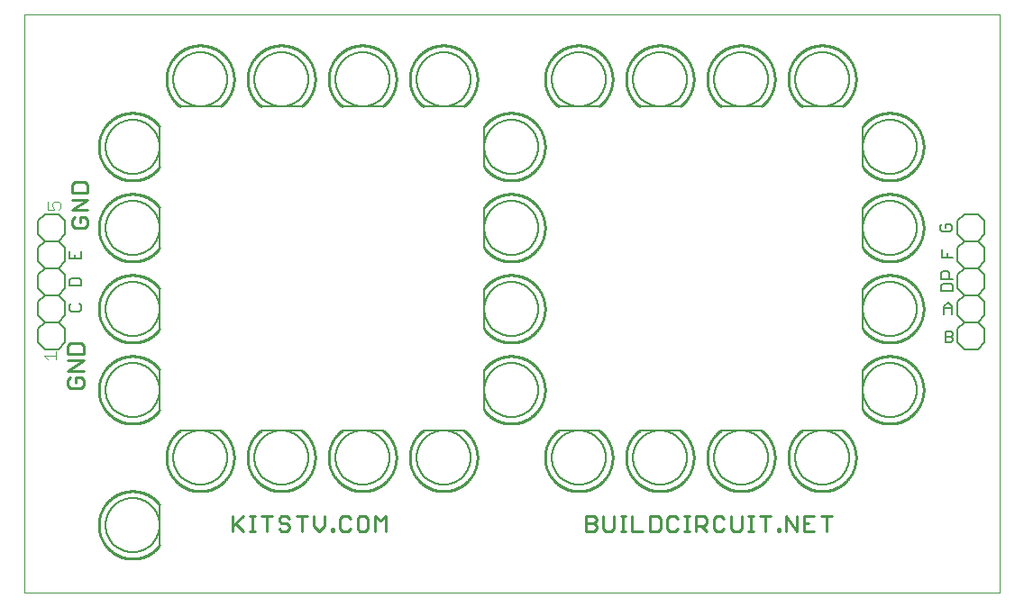
<source format=gto>
G75*
%MOIN*%
%OFA0B0*%
%FSLAX25Y25*%
%IPPOS*%
%LPD*%
%AMOC8*
5,1,8,0,0,1.08239X$1,22.5*
%
%ADD10C,0.00000*%
%ADD11C,0.01100*%
%ADD12C,0.00800*%
%ADD13C,0.01000*%
%ADD14C,0.00600*%
%ADD15C,0.00400*%
D10*
X0001300Y0001300D02*
X0001300Y0215261D01*
X0362001Y0215261D01*
X0362001Y0001300D01*
X0001300Y0001300D01*
D11*
X0078266Y0023850D02*
X0078266Y0029755D01*
X0079250Y0026803D02*
X0082203Y0023850D01*
X0084712Y0023850D02*
X0086680Y0023850D01*
X0085696Y0023850D02*
X0085696Y0029755D01*
X0084712Y0029755D02*
X0086680Y0029755D01*
X0089009Y0029755D02*
X0092945Y0029755D01*
X0090977Y0029755D02*
X0090977Y0023850D01*
X0095454Y0024834D02*
X0096438Y0023850D01*
X0098407Y0023850D01*
X0099391Y0024834D01*
X0099391Y0025818D01*
X0098407Y0026803D01*
X0096438Y0026803D01*
X0095454Y0027787D01*
X0095454Y0028771D01*
X0096438Y0029755D01*
X0098407Y0029755D01*
X0099391Y0028771D01*
X0101900Y0029755D02*
X0105836Y0029755D01*
X0103868Y0029755D02*
X0103868Y0023850D01*
X0108345Y0025818D02*
X0110314Y0023850D01*
X0112282Y0025818D01*
X0112282Y0029755D01*
X0108345Y0029755D02*
X0108345Y0025818D01*
X0114791Y0024834D02*
X0115775Y0024834D01*
X0115775Y0023850D01*
X0114791Y0023850D01*
X0114791Y0024834D01*
X0118013Y0024834D02*
X0118998Y0023850D01*
X0120966Y0023850D01*
X0121950Y0024834D01*
X0124459Y0024834D02*
X0125443Y0023850D01*
X0127411Y0023850D01*
X0128396Y0024834D01*
X0128396Y0028771D01*
X0127411Y0029755D01*
X0125443Y0029755D01*
X0124459Y0028771D01*
X0124459Y0024834D01*
X0121950Y0028771D02*
X0120966Y0029755D01*
X0118998Y0029755D01*
X0118013Y0028771D01*
X0118013Y0024834D01*
X0130904Y0023850D02*
X0130904Y0029755D01*
X0132873Y0027787D01*
X0134841Y0029755D01*
X0134841Y0023850D01*
X0082203Y0029755D02*
X0078266Y0025818D01*
X0023250Y0077834D02*
X0023250Y0079803D01*
X0022266Y0080787D01*
X0020297Y0080787D01*
X0020297Y0078818D01*
X0018329Y0076850D02*
X0017345Y0077834D01*
X0017345Y0079803D01*
X0018329Y0080787D01*
X0017345Y0083295D02*
X0023250Y0087232D01*
X0017345Y0087232D01*
X0017345Y0089741D02*
X0017345Y0092694D01*
X0018329Y0093678D01*
X0022266Y0093678D01*
X0023250Y0092694D01*
X0023250Y0089741D01*
X0017345Y0089741D01*
X0017345Y0083295D02*
X0023250Y0083295D01*
X0023250Y0077834D02*
X0022266Y0076850D01*
X0018329Y0076850D01*
X0019829Y0136350D02*
X0023766Y0136350D01*
X0024750Y0137334D01*
X0024750Y0139303D01*
X0023766Y0140287D01*
X0021797Y0140287D01*
X0021797Y0138318D01*
X0019829Y0136350D02*
X0018845Y0137334D01*
X0018845Y0139303D01*
X0019829Y0140287D01*
X0018845Y0142795D02*
X0024750Y0146732D01*
X0018845Y0146732D01*
X0018845Y0142795D02*
X0024750Y0142795D01*
X0024750Y0149241D02*
X0018845Y0149241D01*
X0018845Y0152194D01*
X0019829Y0153178D01*
X0023766Y0153178D01*
X0024750Y0152194D01*
X0024750Y0149241D01*
X0208890Y0029755D02*
X0211843Y0029755D01*
X0212827Y0028771D01*
X0212827Y0027787D01*
X0211843Y0026803D01*
X0208890Y0026803D01*
X0208890Y0029755D02*
X0208890Y0023850D01*
X0211843Y0023850D01*
X0212827Y0024834D01*
X0212827Y0025818D01*
X0211843Y0026803D01*
X0215336Y0024834D02*
X0216320Y0023850D01*
X0218288Y0023850D01*
X0219272Y0024834D01*
X0219272Y0029755D01*
X0221781Y0029755D02*
X0223749Y0029755D01*
X0222765Y0029755D02*
X0222765Y0023850D01*
X0221781Y0023850D02*
X0223749Y0023850D01*
X0226078Y0023850D02*
X0230015Y0023850D01*
X0232524Y0023850D02*
X0235476Y0023850D01*
X0236460Y0024834D01*
X0236460Y0028771D01*
X0235476Y0029755D01*
X0232524Y0029755D01*
X0232524Y0023850D01*
X0238969Y0024834D02*
X0239953Y0023850D01*
X0241922Y0023850D01*
X0242906Y0024834D01*
X0245415Y0023850D02*
X0247383Y0023850D01*
X0246399Y0023850D02*
X0246399Y0029755D01*
X0245415Y0029755D02*
X0247383Y0029755D01*
X0249712Y0029755D02*
X0252664Y0029755D01*
X0253648Y0028771D01*
X0253648Y0026803D01*
X0252664Y0025818D01*
X0249712Y0025818D01*
X0251680Y0025818D02*
X0253648Y0023850D01*
X0256157Y0024834D02*
X0257141Y0023850D01*
X0259110Y0023850D01*
X0260094Y0024834D01*
X0262603Y0024834D02*
X0263587Y0023850D01*
X0265555Y0023850D01*
X0266539Y0024834D01*
X0266539Y0029755D01*
X0269048Y0029755D02*
X0271016Y0029755D01*
X0270032Y0029755D02*
X0270032Y0023850D01*
X0269048Y0023850D02*
X0271016Y0023850D01*
X0275313Y0023850D02*
X0275313Y0029755D01*
X0273345Y0029755D02*
X0277282Y0029755D01*
X0283013Y0029755D02*
X0286950Y0023850D01*
X0286950Y0029755D01*
X0289459Y0029755D02*
X0289459Y0023850D01*
X0293396Y0023850D01*
X0291427Y0026803D02*
X0289459Y0026803D01*
X0289459Y0029755D02*
X0293396Y0029755D01*
X0295904Y0029755D02*
X0299841Y0029755D01*
X0297873Y0029755D02*
X0297873Y0023850D01*
X0283013Y0023850D02*
X0283013Y0029755D01*
X0280775Y0024834D02*
X0280775Y0023850D01*
X0279791Y0023850D01*
X0279791Y0024834D01*
X0280775Y0024834D01*
X0262603Y0024834D02*
X0262603Y0029755D01*
X0260094Y0028771D02*
X0259110Y0029755D01*
X0257141Y0029755D01*
X0256157Y0028771D01*
X0256157Y0024834D01*
X0249712Y0023850D02*
X0249712Y0029755D01*
X0242906Y0028771D02*
X0241922Y0029755D01*
X0239953Y0029755D01*
X0238969Y0028771D01*
X0238969Y0024834D01*
X0226078Y0023850D02*
X0226078Y0029755D01*
X0215336Y0029755D02*
X0215336Y0024834D01*
D12*
X0213800Y0061300D02*
X0198800Y0061300D01*
X0171300Y0068800D02*
X0171300Y0083800D01*
X0171300Y0098800D02*
X0171300Y0113800D01*
X0171300Y0128800D02*
X0171300Y0143800D01*
X0171300Y0158800D02*
X0171300Y0173800D01*
X0163800Y0181300D02*
X0148800Y0181300D01*
X0133800Y0181300D02*
X0118800Y0181300D01*
X0103800Y0181300D02*
X0088800Y0181300D01*
X0073800Y0181300D02*
X0058800Y0181300D01*
X0051300Y0173800D02*
X0051300Y0158800D01*
X0051300Y0143800D02*
X0051300Y0128800D01*
X0051300Y0113800D02*
X0051300Y0098800D01*
X0051300Y0083800D02*
X0051300Y0068800D01*
X0058800Y0061300D02*
X0073800Y0061300D01*
X0088800Y0061300D02*
X0103800Y0061300D01*
X0118800Y0061300D02*
X0133800Y0061300D01*
X0148800Y0061300D02*
X0163800Y0061300D01*
X0228800Y0061300D02*
X0243800Y0061300D01*
X0258800Y0061300D02*
X0273800Y0061300D01*
X0288800Y0061300D02*
X0303800Y0061300D01*
X0311300Y0068800D02*
X0311300Y0083800D01*
X0311300Y0098800D02*
X0311300Y0113800D01*
X0311300Y0128800D02*
X0311300Y0143800D01*
X0311300Y0158800D02*
X0311300Y0173800D01*
X0303800Y0181300D02*
X0288800Y0181300D01*
X0273800Y0181300D02*
X0258800Y0181300D01*
X0243800Y0181300D02*
X0228800Y0181300D01*
X0213800Y0181300D02*
X0198800Y0181300D01*
X0339996Y0137002D02*
X0339996Y0135601D01*
X0340697Y0134900D01*
X0343499Y0134900D01*
X0344200Y0135601D01*
X0344200Y0137002D01*
X0343499Y0137702D01*
X0342098Y0137702D01*
X0342098Y0136301D01*
X0340697Y0137702D02*
X0339996Y0137002D01*
X0340496Y0128202D02*
X0340496Y0125400D01*
X0344700Y0125400D01*
X0342598Y0125400D02*
X0342598Y0126801D01*
X0342498Y0120198D02*
X0341097Y0120198D01*
X0340396Y0119498D01*
X0340396Y0117396D01*
X0344600Y0117396D01*
X0343199Y0117396D02*
X0343199Y0119498D01*
X0342498Y0120198D01*
X0341097Y0115595D02*
X0340396Y0114894D01*
X0340396Y0112792D01*
X0344600Y0112792D01*
X0344600Y0114894D01*
X0343899Y0115595D01*
X0341097Y0115595D01*
X0342801Y0108604D02*
X0344202Y0107202D01*
X0344202Y0104400D01*
X0344202Y0106502D02*
X0341400Y0106502D01*
X0341400Y0107202D02*
X0342801Y0108604D01*
X0341400Y0107202D02*
X0341400Y0104400D01*
X0341900Y0098104D02*
X0344002Y0098104D01*
X0344702Y0097403D01*
X0344702Y0096702D01*
X0344002Y0096002D01*
X0341900Y0096002D01*
X0341900Y0093900D02*
X0341900Y0098104D01*
X0344002Y0096002D02*
X0344702Y0095301D01*
X0344702Y0094601D01*
X0344002Y0093900D01*
X0341900Y0093900D01*
X0051300Y0033800D02*
X0051300Y0018800D01*
X0021499Y0105400D02*
X0022200Y0106101D01*
X0022200Y0107502D01*
X0021499Y0108202D01*
X0018697Y0108202D02*
X0017996Y0107502D01*
X0017996Y0106101D01*
X0018697Y0105400D01*
X0021499Y0105400D01*
X0022200Y0114900D02*
X0017996Y0114900D01*
X0017996Y0117002D01*
X0018697Y0117702D01*
X0021499Y0117702D01*
X0022200Y0117002D01*
X0022200Y0114900D01*
X0022200Y0124900D02*
X0017996Y0124900D01*
X0017996Y0127702D01*
X0020098Y0126301D02*
X0020098Y0124900D01*
X0022200Y0124900D02*
X0022200Y0127702D01*
D13*
X0051300Y0128800D02*
X0051113Y0128557D01*
X0050921Y0128319D01*
X0050722Y0128086D01*
X0050518Y0127858D01*
X0050309Y0127635D01*
X0050094Y0127417D01*
X0049874Y0127204D01*
X0049649Y0126997D01*
X0049418Y0126795D01*
X0049183Y0126599D01*
X0048943Y0126409D01*
X0048699Y0126225D01*
X0048450Y0126047D01*
X0048196Y0125875D01*
X0047939Y0125709D01*
X0047678Y0125549D01*
X0047413Y0125396D01*
X0047144Y0125250D01*
X0046871Y0125110D01*
X0046596Y0124977D01*
X0046317Y0124851D01*
X0046035Y0124731D01*
X0045750Y0124619D01*
X0045463Y0124514D01*
X0045173Y0124415D01*
X0044881Y0124324D01*
X0044586Y0124240D01*
X0044290Y0124163D01*
X0043992Y0124093D01*
X0043692Y0124031D01*
X0043391Y0123976D01*
X0043089Y0123929D01*
X0042785Y0123889D01*
X0042481Y0123856D01*
X0042176Y0123831D01*
X0041870Y0123813D01*
X0041564Y0123803D01*
X0041258Y0123800D01*
X0040952Y0123805D01*
X0040646Y0123817D01*
X0040340Y0123837D01*
X0040036Y0123864D01*
X0039731Y0123899D01*
X0039428Y0123941D01*
X0039126Y0123990D01*
X0038825Y0124047D01*
X0038526Y0124112D01*
X0038228Y0124183D01*
X0037933Y0124262D01*
X0037639Y0124348D01*
X0037347Y0124441D01*
X0037058Y0124542D01*
X0036771Y0124649D01*
X0036487Y0124764D01*
X0036206Y0124885D01*
X0035928Y0125013D01*
X0035653Y0125148D01*
X0035382Y0125290D01*
X0035114Y0125438D01*
X0034850Y0125593D01*
X0034590Y0125754D01*
X0034334Y0125921D01*
X0034081Y0126095D01*
X0033834Y0126275D01*
X0033590Y0126461D01*
X0033352Y0126652D01*
X0033118Y0126850D01*
X0032889Y0127053D01*
X0032665Y0127262D01*
X0032446Y0127476D01*
X0032233Y0127696D01*
X0032025Y0127920D01*
X0031822Y0128150D01*
X0031626Y0128384D01*
X0031435Y0128624D01*
X0031250Y0128867D01*
X0031071Y0129116D01*
X0030898Y0129368D01*
X0030731Y0129625D01*
X0030571Y0129886D01*
X0030417Y0130151D01*
X0030270Y0130419D01*
X0030129Y0130691D01*
X0029995Y0130966D01*
X0029868Y0131245D01*
X0029747Y0131526D01*
X0029634Y0131811D01*
X0029528Y0132098D01*
X0029428Y0132387D01*
X0029336Y0132679D01*
X0029251Y0132973D01*
X0029173Y0133269D01*
X0029102Y0133567D01*
X0029039Y0133867D01*
X0028983Y0134168D01*
X0028935Y0134470D01*
X0028894Y0134773D01*
X0028860Y0135077D01*
X0028834Y0135382D01*
X0028815Y0135688D01*
X0028804Y0135994D01*
X0028800Y0136300D01*
X0028804Y0136606D01*
X0028815Y0136912D01*
X0028834Y0137218D01*
X0028860Y0137523D01*
X0028894Y0137827D01*
X0028935Y0138130D01*
X0028983Y0138432D01*
X0029039Y0138733D01*
X0029102Y0139033D01*
X0029173Y0139331D01*
X0029251Y0139627D01*
X0029336Y0139921D01*
X0029428Y0140213D01*
X0029528Y0140502D01*
X0029634Y0140789D01*
X0029747Y0141074D01*
X0029868Y0141355D01*
X0029995Y0141634D01*
X0030129Y0141909D01*
X0030270Y0142181D01*
X0030417Y0142449D01*
X0030571Y0142714D01*
X0030731Y0142975D01*
X0030898Y0143232D01*
X0031071Y0143484D01*
X0031250Y0143733D01*
X0031435Y0143976D01*
X0031626Y0144216D01*
X0031822Y0144450D01*
X0032025Y0144680D01*
X0032233Y0144904D01*
X0032446Y0145124D01*
X0032665Y0145338D01*
X0032889Y0145547D01*
X0033118Y0145750D01*
X0033352Y0145948D01*
X0033590Y0146139D01*
X0033834Y0146325D01*
X0034081Y0146505D01*
X0034334Y0146679D01*
X0034590Y0146846D01*
X0034850Y0147007D01*
X0035114Y0147162D01*
X0035382Y0147310D01*
X0035653Y0147452D01*
X0035928Y0147587D01*
X0036206Y0147715D01*
X0036487Y0147836D01*
X0036771Y0147951D01*
X0037058Y0148058D01*
X0037347Y0148159D01*
X0037639Y0148252D01*
X0037933Y0148338D01*
X0038228Y0148417D01*
X0038526Y0148488D01*
X0038825Y0148553D01*
X0039126Y0148610D01*
X0039428Y0148659D01*
X0039731Y0148701D01*
X0040036Y0148736D01*
X0040340Y0148763D01*
X0040646Y0148783D01*
X0040952Y0148795D01*
X0041258Y0148800D01*
X0041564Y0148797D01*
X0041870Y0148787D01*
X0042176Y0148769D01*
X0042481Y0148744D01*
X0042785Y0148711D01*
X0043089Y0148671D01*
X0043391Y0148624D01*
X0043692Y0148569D01*
X0043992Y0148507D01*
X0044290Y0148437D01*
X0044586Y0148360D01*
X0044881Y0148276D01*
X0045173Y0148185D01*
X0045463Y0148086D01*
X0045750Y0147981D01*
X0046035Y0147869D01*
X0046317Y0147749D01*
X0046596Y0147623D01*
X0046871Y0147490D01*
X0047144Y0147350D01*
X0047413Y0147204D01*
X0047678Y0147051D01*
X0047939Y0146891D01*
X0048196Y0146725D01*
X0048450Y0146553D01*
X0048699Y0146375D01*
X0048943Y0146191D01*
X0049183Y0146001D01*
X0049418Y0145805D01*
X0049649Y0145603D01*
X0049874Y0145396D01*
X0050094Y0145183D01*
X0050309Y0144965D01*
X0050518Y0144742D01*
X0050722Y0144514D01*
X0050921Y0144281D01*
X0051113Y0144043D01*
X0051300Y0143800D01*
X0051300Y0158800D02*
X0051113Y0158557D01*
X0050921Y0158319D01*
X0050722Y0158086D01*
X0050518Y0157858D01*
X0050309Y0157635D01*
X0050094Y0157417D01*
X0049874Y0157204D01*
X0049649Y0156997D01*
X0049418Y0156795D01*
X0049183Y0156599D01*
X0048943Y0156409D01*
X0048699Y0156225D01*
X0048450Y0156047D01*
X0048196Y0155875D01*
X0047939Y0155709D01*
X0047678Y0155549D01*
X0047413Y0155396D01*
X0047144Y0155250D01*
X0046871Y0155110D01*
X0046596Y0154977D01*
X0046317Y0154851D01*
X0046035Y0154731D01*
X0045750Y0154619D01*
X0045463Y0154514D01*
X0045173Y0154415D01*
X0044881Y0154324D01*
X0044586Y0154240D01*
X0044290Y0154163D01*
X0043992Y0154093D01*
X0043692Y0154031D01*
X0043391Y0153976D01*
X0043089Y0153929D01*
X0042785Y0153889D01*
X0042481Y0153856D01*
X0042176Y0153831D01*
X0041870Y0153813D01*
X0041564Y0153803D01*
X0041258Y0153800D01*
X0040952Y0153805D01*
X0040646Y0153817D01*
X0040340Y0153837D01*
X0040036Y0153864D01*
X0039731Y0153899D01*
X0039428Y0153941D01*
X0039126Y0153990D01*
X0038825Y0154047D01*
X0038526Y0154112D01*
X0038228Y0154183D01*
X0037933Y0154262D01*
X0037639Y0154348D01*
X0037347Y0154441D01*
X0037058Y0154542D01*
X0036771Y0154649D01*
X0036487Y0154764D01*
X0036206Y0154885D01*
X0035928Y0155013D01*
X0035653Y0155148D01*
X0035382Y0155290D01*
X0035114Y0155438D01*
X0034850Y0155593D01*
X0034590Y0155754D01*
X0034334Y0155921D01*
X0034081Y0156095D01*
X0033834Y0156275D01*
X0033590Y0156461D01*
X0033352Y0156652D01*
X0033118Y0156850D01*
X0032889Y0157053D01*
X0032665Y0157262D01*
X0032446Y0157476D01*
X0032233Y0157696D01*
X0032025Y0157920D01*
X0031822Y0158150D01*
X0031626Y0158384D01*
X0031435Y0158624D01*
X0031250Y0158867D01*
X0031071Y0159116D01*
X0030898Y0159368D01*
X0030731Y0159625D01*
X0030571Y0159886D01*
X0030417Y0160151D01*
X0030270Y0160419D01*
X0030129Y0160691D01*
X0029995Y0160966D01*
X0029868Y0161245D01*
X0029747Y0161526D01*
X0029634Y0161811D01*
X0029528Y0162098D01*
X0029428Y0162387D01*
X0029336Y0162679D01*
X0029251Y0162973D01*
X0029173Y0163269D01*
X0029102Y0163567D01*
X0029039Y0163867D01*
X0028983Y0164168D01*
X0028935Y0164470D01*
X0028894Y0164773D01*
X0028860Y0165077D01*
X0028834Y0165382D01*
X0028815Y0165688D01*
X0028804Y0165994D01*
X0028800Y0166300D01*
X0028804Y0166606D01*
X0028815Y0166912D01*
X0028834Y0167218D01*
X0028860Y0167523D01*
X0028894Y0167827D01*
X0028935Y0168130D01*
X0028983Y0168432D01*
X0029039Y0168733D01*
X0029102Y0169033D01*
X0029173Y0169331D01*
X0029251Y0169627D01*
X0029336Y0169921D01*
X0029428Y0170213D01*
X0029528Y0170502D01*
X0029634Y0170789D01*
X0029747Y0171074D01*
X0029868Y0171355D01*
X0029995Y0171634D01*
X0030129Y0171909D01*
X0030270Y0172181D01*
X0030417Y0172449D01*
X0030571Y0172714D01*
X0030731Y0172975D01*
X0030898Y0173232D01*
X0031071Y0173484D01*
X0031250Y0173733D01*
X0031435Y0173976D01*
X0031626Y0174216D01*
X0031822Y0174450D01*
X0032025Y0174680D01*
X0032233Y0174904D01*
X0032446Y0175124D01*
X0032665Y0175338D01*
X0032889Y0175547D01*
X0033118Y0175750D01*
X0033352Y0175948D01*
X0033590Y0176139D01*
X0033834Y0176325D01*
X0034081Y0176505D01*
X0034334Y0176679D01*
X0034590Y0176846D01*
X0034850Y0177007D01*
X0035114Y0177162D01*
X0035382Y0177310D01*
X0035653Y0177452D01*
X0035928Y0177587D01*
X0036206Y0177715D01*
X0036487Y0177836D01*
X0036771Y0177951D01*
X0037058Y0178058D01*
X0037347Y0178159D01*
X0037639Y0178252D01*
X0037933Y0178338D01*
X0038228Y0178417D01*
X0038526Y0178488D01*
X0038825Y0178553D01*
X0039126Y0178610D01*
X0039428Y0178659D01*
X0039731Y0178701D01*
X0040036Y0178736D01*
X0040340Y0178763D01*
X0040646Y0178783D01*
X0040952Y0178795D01*
X0041258Y0178800D01*
X0041564Y0178797D01*
X0041870Y0178787D01*
X0042176Y0178769D01*
X0042481Y0178744D01*
X0042785Y0178711D01*
X0043089Y0178671D01*
X0043391Y0178624D01*
X0043692Y0178569D01*
X0043992Y0178507D01*
X0044290Y0178437D01*
X0044586Y0178360D01*
X0044881Y0178276D01*
X0045173Y0178185D01*
X0045463Y0178086D01*
X0045750Y0177981D01*
X0046035Y0177869D01*
X0046317Y0177749D01*
X0046596Y0177623D01*
X0046871Y0177490D01*
X0047144Y0177350D01*
X0047413Y0177204D01*
X0047678Y0177051D01*
X0047939Y0176891D01*
X0048196Y0176725D01*
X0048450Y0176553D01*
X0048699Y0176375D01*
X0048943Y0176191D01*
X0049183Y0176001D01*
X0049418Y0175805D01*
X0049649Y0175603D01*
X0049874Y0175396D01*
X0050094Y0175183D01*
X0050309Y0174965D01*
X0050518Y0174742D01*
X0050722Y0174514D01*
X0050921Y0174281D01*
X0051113Y0174043D01*
X0051300Y0173800D01*
X0058800Y0181300D02*
X0058557Y0181487D01*
X0058319Y0181679D01*
X0058086Y0181878D01*
X0057858Y0182082D01*
X0057635Y0182291D01*
X0057417Y0182506D01*
X0057204Y0182726D01*
X0056997Y0182951D01*
X0056795Y0183182D01*
X0056599Y0183417D01*
X0056409Y0183657D01*
X0056225Y0183901D01*
X0056047Y0184150D01*
X0055875Y0184404D01*
X0055709Y0184661D01*
X0055549Y0184922D01*
X0055396Y0185187D01*
X0055250Y0185456D01*
X0055110Y0185729D01*
X0054977Y0186004D01*
X0054851Y0186283D01*
X0054731Y0186565D01*
X0054619Y0186850D01*
X0054514Y0187137D01*
X0054415Y0187427D01*
X0054324Y0187719D01*
X0054240Y0188014D01*
X0054163Y0188310D01*
X0054093Y0188608D01*
X0054031Y0188908D01*
X0053976Y0189209D01*
X0053929Y0189511D01*
X0053889Y0189815D01*
X0053856Y0190119D01*
X0053831Y0190424D01*
X0053813Y0190730D01*
X0053803Y0191036D01*
X0053800Y0191342D01*
X0053805Y0191648D01*
X0053817Y0191954D01*
X0053837Y0192260D01*
X0053864Y0192564D01*
X0053899Y0192869D01*
X0053941Y0193172D01*
X0053990Y0193474D01*
X0054047Y0193775D01*
X0054112Y0194074D01*
X0054183Y0194372D01*
X0054262Y0194667D01*
X0054348Y0194961D01*
X0054441Y0195253D01*
X0054542Y0195542D01*
X0054649Y0195829D01*
X0054764Y0196113D01*
X0054885Y0196394D01*
X0055013Y0196672D01*
X0055148Y0196947D01*
X0055290Y0197218D01*
X0055438Y0197486D01*
X0055593Y0197750D01*
X0055754Y0198010D01*
X0055921Y0198266D01*
X0056095Y0198519D01*
X0056275Y0198766D01*
X0056461Y0199010D01*
X0056652Y0199248D01*
X0056850Y0199482D01*
X0057053Y0199711D01*
X0057262Y0199935D01*
X0057476Y0200154D01*
X0057696Y0200367D01*
X0057920Y0200575D01*
X0058150Y0200778D01*
X0058384Y0200974D01*
X0058624Y0201165D01*
X0058867Y0201350D01*
X0059116Y0201529D01*
X0059368Y0201702D01*
X0059625Y0201869D01*
X0059886Y0202029D01*
X0060151Y0202183D01*
X0060419Y0202330D01*
X0060691Y0202471D01*
X0060966Y0202605D01*
X0061245Y0202732D01*
X0061526Y0202853D01*
X0061811Y0202966D01*
X0062098Y0203072D01*
X0062387Y0203172D01*
X0062679Y0203264D01*
X0062973Y0203349D01*
X0063269Y0203427D01*
X0063567Y0203498D01*
X0063867Y0203561D01*
X0064168Y0203617D01*
X0064470Y0203665D01*
X0064773Y0203706D01*
X0065077Y0203740D01*
X0065382Y0203766D01*
X0065688Y0203785D01*
X0065994Y0203796D01*
X0066300Y0203800D01*
X0066606Y0203796D01*
X0066912Y0203785D01*
X0067218Y0203766D01*
X0067523Y0203740D01*
X0067827Y0203706D01*
X0068130Y0203665D01*
X0068432Y0203617D01*
X0068733Y0203561D01*
X0069033Y0203498D01*
X0069331Y0203427D01*
X0069627Y0203349D01*
X0069921Y0203264D01*
X0070213Y0203172D01*
X0070502Y0203072D01*
X0070789Y0202966D01*
X0071074Y0202853D01*
X0071355Y0202732D01*
X0071634Y0202605D01*
X0071909Y0202471D01*
X0072181Y0202330D01*
X0072449Y0202183D01*
X0072714Y0202029D01*
X0072975Y0201869D01*
X0073232Y0201702D01*
X0073484Y0201529D01*
X0073733Y0201350D01*
X0073976Y0201165D01*
X0074216Y0200974D01*
X0074450Y0200778D01*
X0074680Y0200575D01*
X0074904Y0200367D01*
X0075124Y0200154D01*
X0075338Y0199935D01*
X0075547Y0199711D01*
X0075750Y0199482D01*
X0075948Y0199248D01*
X0076139Y0199010D01*
X0076325Y0198766D01*
X0076505Y0198519D01*
X0076679Y0198266D01*
X0076846Y0198010D01*
X0077007Y0197750D01*
X0077162Y0197486D01*
X0077310Y0197218D01*
X0077452Y0196947D01*
X0077587Y0196672D01*
X0077715Y0196394D01*
X0077836Y0196113D01*
X0077951Y0195829D01*
X0078058Y0195542D01*
X0078159Y0195253D01*
X0078252Y0194961D01*
X0078338Y0194667D01*
X0078417Y0194372D01*
X0078488Y0194074D01*
X0078553Y0193775D01*
X0078610Y0193474D01*
X0078659Y0193172D01*
X0078701Y0192869D01*
X0078736Y0192564D01*
X0078763Y0192260D01*
X0078783Y0191954D01*
X0078795Y0191648D01*
X0078800Y0191342D01*
X0078797Y0191036D01*
X0078787Y0190730D01*
X0078769Y0190424D01*
X0078744Y0190119D01*
X0078711Y0189815D01*
X0078671Y0189511D01*
X0078624Y0189209D01*
X0078569Y0188908D01*
X0078507Y0188608D01*
X0078437Y0188310D01*
X0078360Y0188014D01*
X0078276Y0187719D01*
X0078185Y0187427D01*
X0078086Y0187137D01*
X0077981Y0186850D01*
X0077869Y0186565D01*
X0077749Y0186283D01*
X0077623Y0186004D01*
X0077490Y0185729D01*
X0077350Y0185456D01*
X0077204Y0185187D01*
X0077051Y0184922D01*
X0076891Y0184661D01*
X0076725Y0184404D01*
X0076553Y0184150D01*
X0076375Y0183901D01*
X0076191Y0183657D01*
X0076001Y0183417D01*
X0075805Y0183182D01*
X0075603Y0182951D01*
X0075396Y0182726D01*
X0075183Y0182506D01*
X0074965Y0182291D01*
X0074742Y0182082D01*
X0074514Y0181878D01*
X0074281Y0181679D01*
X0074043Y0181487D01*
X0073800Y0181300D01*
X0088800Y0181300D02*
X0088557Y0181487D01*
X0088319Y0181679D01*
X0088086Y0181878D01*
X0087858Y0182082D01*
X0087635Y0182291D01*
X0087417Y0182506D01*
X0087204Y0182726D01*
X0086997Y0182951D01*
X0086795Y0183182D01*
X0086599Y0183417D01*
X0086409Y0183657D01*
X0086225Y0183901D01*
X0086047Y0184150D01*
X0085875Y0184404D01*
X0085709Y0184661D01*
X0085549Y0184922D01*
X0085396Y0185187D01*
X0085250Y0185456D01*
X0085110Y0185729D01*
X0084977Y0186004D01*
X0084851Y0186283D01*
X0084731Y0186565D01*
X0084619Y0186850D01*
X0084514Y0187137D01*
X0084415Y0187427D01*
X0084324Y0187719D01*
X0084240Y0188014D01*
X0084163Y0188310D01*
X0084093Y0188608D01*
X0084031Y0188908D01*
X0083976Y0189209D01*
X0083929Y0189511D01*
X0083889Y0189815D01*
X0083856Y0190119D01*
X0083831Y0190424D01*
X0083813Y0190730D01*
X0083803Y0191036D01*
X0083800Y0191342D01*
X0083805Y0191648D01*
X0083817Y0191954D01*
X0083837Y0192260D01*
X0083864Y0192564D01*
X0083899Y0192869D01*
X0083941Y0193172D01*
X0083990Y0193474D01*
X0084047Y0193775D01*
X0084112Y0194074D01*
X0084183Y0194372D01*
X0084262Y0194667D01*
X0084348Y0194961D01*
X0084441Y0195253D01*
X0084542Y0195542D01*
X0084649Y0195829D01*
X0084764Y0196113D01*
X0084885Y0196394D01*
X0085013Y0196672D01*
X0085148Y0196947D01*
X0085290Y0197218D01*
X0085438Y0197486D01*
X0085593Y0197750D01*
X0085754Y0198010D01*
X0085921Y0198266D01*
X0086095Y0198519D01*
X0086275Y0198766D01*
X0086461Y0199010D01*
X0086652Y0199248D01*
X0086850Y0199482D01*
X0087053Y0199711D01*
X0087262Y0199935D01*
X0087476Y0200154D01*
X0087696Y0200367D01*
X0087920Y0200575D01*
X0088150Y0200778D01*
X0088384Y0200974D01*
X0088624Y0201165D01*
X0088867Y0201350D01*
X0089116Y0201529D01*
X0089368Y0201702D01*
X0089625Y0201869D01*
X0089886Y0202029D01*
X0090151Y0202183D01*
X0090419Y0202330D01*
X0090691Y0202471D01*
X0090966Y0202605D01*
X0091245Y0202732D01*
X0091526Y0202853D01*
X0091811Y0202966D01*
X0092098Y0203072D01*
X0092387Y0203172D01*
X0092679Y0203264D01*
X0092973Y0203349D01*
X0093269Y0203427D01*
X0093567Y0203498D01*
X0093867Y0203561D01*
X0094168Y0203617D01*
X0094470Y0203665D01*
X0094773Y0203706D01*
X0095077Y0203740D01*
X0095382Y0203766D01*
X0095688Y0203785D01*
X0095994Y0203796D01*
X0096300Y0203800D01*
X0096606Y0203796D01*
X0096912Y0203785D01*
X0097218Y0203766D01*
X0097523Y0203740D01*
X0097827Y0203706D01*
X0098130Y0203665D01*
X0098432Y0203617D01*
X0098733Y0203561D01*
X0099033Y0203498D01*
X0099331Y0203427D01*
X0099627Y0203349D01*
X0099921Y0203264D01*
X0100213Y0203172D01*
X0100502Y0203072D01*
X0100789Y0202966D01*
X0101074Y0202853D01*
X0101355Y0202732D01*
X0101634Y0202605D01*
X0101909Y0202471D01*
X0102181Y0202330D01*
X0102449Y0202183D01*
X0102714Y0202029D01*
X0102975Y0201869D01*
X0103232Y0201702D01*
X0103484Y0201529D01*
X0103733Y0201350D01*
X0103976Y0201165D01*
X0104216Y0200974D01*
X0104450Y0200778D01*
X0104680Y0200575D01*
X0104904Y0200367D01*
X0105124Y0200154D01*
X0105338Y0199935D01*
X0105547Y0199711D01*
X0105750Y0199482D01*
X0105948Y0199248D01*
X0106139Y0199010D01*
X0106325Y0198766D01*
X0106505Y0198519D01*
X0106679Y0198266D01*
X0106846Y0198010D01*
X0107007Y0197750D01*
X0107162Y0197486D01*
X0107310Y0197218D01*
X0107452Y0196947D01*
X0107587Y0196672D01*
X0107715Y0196394D01*
X0107836Y0196113D01*
X0107951Y0195829D01*
X0108058Y0195542D01*
X0108159Y0195253D01*
X0108252Y0194961D01*
X0108338Y0194667D01*
X0108417Y0194372D01*
X0108488Y0194074D01*
X0108553Y0193775D01*
X0108610Y0193474D01*
X0108659Y0193172D01*
X0108701Y0192869D01*
X0108736Y0192564D01*
X0108763Y0192260D01*
X0108783Y0191954D01*
X0108795Y0191648D01*
X0108800Y0191342D01*
X0108797Y0191036D01*
X0108787Y0190730D01*
X0108769Y0190424D01*
X0108744Y0190119D01*
X0108711Y0189815D01*
X0108671Y0189511D01*
X0108624Y0189209D01*
X0108569Y0188908D01*
X0108507Y0188608D01*
X0108437Y0188310D01*
X0108360Y0188014D01*
X0108276Y0187719D01*
X0108185Y0187427D01*
X0108086Y0187137D01*
X0107981Y0186850D01*
X0107869Y0186565D01*
X0107749Y0186283D01*
X0107623Y0186004D01*
X0107490Y0185729D01*
X0107350Y0185456D01*
X0107204Y0185187D01*
X0107051Y0184922D01*
X0106891Y0184661D01*
X0106725Y0184404D01*
X0106553Y0184150D01*
X0106375Y0183901D01*
X0106191Y0183657D01*
X0106001Y0183417D01*
X0105805Y0183182D01*
X0105603Y0182951D01*
X0105396Y0182726D01*
X0105183Y0182506D01*
X0104965Y0182291D01*
X0104742Y0182082D01*
X0104514Y0181878D01*
X0104281Y0181679D01*
X0104043Y0181487D01*
X0103800Y0181300D01*
X0118800Y0181300D02*
X0118557Y0181487D01*
X0118319Y0181679D01*
X0118086Y0181878D01*
X0117858Y0182082D01*
X0117635Y0182291D01*
X0117417Y0182506D01*
X0117204Y0182726D01*
X0116997Y0182951D01*
X0116795Y0183182D01*
X0116599Y0183417D01*
X0116409Y0183657D01*
X0116225Y0183901D01*
X0116047Y0184150D01*
X0115875Y0184404D01*
X0115709Y0184661D01*
X0115549Y0184922D01*
X0115396Y0185187D01*
X0115250Y0185456D01*
X0115110Y0185729D01*
X0114977Y0186004D01*
X0114851Y0186283D01*
X0114731Y0186565D01*
X0114619Y0186850D01*
X0114514Y0187137D01*
X0114415Y0187427D01*
X0114324Y0187719D01*
X0114240Y0188014D01*
X0114163Y0188310D01*
X0114093Y0188608D01*
X0114031Y0188908D01*
X0113976Y0189209D01*
X0113929Y0189511D01*
X0113889Y0189815D01*
X0113856Y0190119D01*
X0113831Y0190424D01*
X0113813Y0190730D01*
X0113803Y0191036D01*
X0113800Y0191342D01*
X0113805Y0191648D01*
X0113817Y0191954D01*
X0113837Y0192260D01*
X0113864Y0192564D01*
X0113899Y0192869D01*
X0113941Y0193172D01*
X0113990Y0193474D01*
X0114047Y0193775D01*
X0114112Y0194074D01*
X0114183Y0194372D01*
X0114262Y0194667D01*
X0114348Y0194961D01*
X0114441Y0195253D01*
X0114542Y0195542D01*
X0114649Y0195829D01*
X0114764Y0196113D01*
X0114885Y0196394D01*
X0115013Y0196672D01*
X0115148Y0196947D01*
X0115290Y0197218D01*
X0115438Y0197486D01*
X0115593Y0197750D01*
X0115754Y0198010D01*
X0115921Y0198266D01*
X0116095Y0198519D01*
X0116275Y0198766D01*
X0116461Y0199010D01*
X0116652Y0199248D01*
X0116850Y0199482D01*
X0117053Y0199711D01*
X0117262Y0199935D01*
X0117476Y0200154D01*
X0117696Y0200367D01*
X0117920Y0200575D01*
X0118150Y0200778D01*
X0118384Y0200974D01*
X0118624Y0201165D01*
X0118867Y0201350D01*
X0119116Y0201529D01*
X0119368Y0201702D01*
X0119625Y0201869D01*
X0119886Y0202029D01*
X0120151Y0202183D01*
X0120419Y0202330D01*
X0120691Y0202471D01*
X0120966Y0202605D01*
X0121245Y0202732D01*
X0121526Y0202853D01*
X0121811Y0202966D01*
X0122098Y0203072D01*
X0122387Y0203172D01*
X0122679Y0203264D01*
X0122973Y0203349D01*
X0123269Y0203427D01*
X0123567Y0203498D01*
X0123867Y0203561D01*
X0124168Y0203617D01*
X0124470Y0203665D01*
X0124773Y0203706D01*
X0125077Y0203740D01*
X0125382Y0203766D01*
X0125688Y0203785D01*
X0125994Y0203796D01*
X0126300Y0203800D01*
X0126606Y0203796D01*
X0126912Y0203785D01*
X0127218Y0203766D01*
X0127523Y0203740D01*
X0127827Y0203706D01*
X0128130Y0203665D01*
X0128432Y0203617D01*
X0128733Y0203561D01*
X0129033Y0203498D01*
X0129331Y0203427D01*
X0129627Y0203349D01*
X0129921Y0203264D01*
X0130213Y0203172D01*
X0130502Y0203072D01*
X0130789Y0202966D01*
X0131074Y0202853D01*
X0131355Y0202732D01*
X0131634Y0202605D01*
X0131909Y0202471D01*
X0132181Y0202330D01*
X0132449Y0202183D01*
X0132714Y0202029D01*
X0132975Y0201869D01*
X0133232Y0201702D01*
X0133484Y0201529D01*
X0133733Y0201350D01*
X0133976Y0201165D01*
X0134216Y0200974D01*
X0134450Y0200778D01*
X0134680Y0200575D01*
X0134904Y0200367D01*
X0135124Y0200154D01*
X0135338Y0199935D01*
X0135547Y0199711D01*
X0135750Y0199482D01*
X0135948Y0199248D01*
X0136139Y0199010D01*
X0136325Y0198766D01*
X0136505Y0198519D01*
X0136679Y0198266D01*
X0136846Y0198010D01*
X0137007Y0197750D01*
X0137162Y0197486D01*
X0137310Y0197218D01*
X0137452Y0196947D01*
X0137587Y0196672D01*
X0137715Y0196394D01*
X0137836Y0196113D01*
X0137951Y0195829D01*
X0138058Y0195542D01*
X0138159Y0195253D01*
X0138252Y0194961D01*
X0138338Y0194667D01*
X0138417Y0194372D01*
X0138488Y0194074D01*
X0138553Y0193775D01*
X0138610Y0193474D01*
X0138659Y0193172D01*
X0138701Y0192869D01*
X0138736Y0192564D01*
X0138763Y0192260D01*
X0138783Y0191954D01*
X0138795Y0191648D01*
X0138800Y0191342D01*
X0138797Y0191036D01*
X0138787Y0190730D01*
X0138769Y0190424D01*
X0138744Y0190119D01*
X0138711Y0189815D01*
X0138671Y0189511D01*
X0138624Y0189209D01*
X0138569Y0188908D01*
X0138507Y0188608D01*
X0138437Y0188310D01*
X0138360Y0188014D01*
X0138276Y0187719D01*
X0138185Y0187427D01*
X0138086Y0187137D01*
X0137981Y0186850D01*
X0137869Y0186565D01*
X0137749Y0186283D01*
X0137623Y0186004D01*
X0137490Y0185729D01*
X0137350Y0185456D01*
X0137204Y0185187D01*
X0137051Y0184922D01*
X0136891Y0184661D01*
X0136725Y0184404D01*
X0136553Y0184150D01*
X0136375Y0183901D01*
X0136191Y0183657D01*
X0136001Y0183417D01*
X0135805Y0183182D01*
X0135603Y0182951D01*
X0135396Y0182726D01*
X0135183Y0182506D01*
X0134965Y0182291D01*
X0134742Y0182082D01*
X0134514Y0181878D01*
X0134281Y0181679D01*
X0134043Y0181487D01*
X0133800Y0181300D01*
X0148800Y0181300D02*
X0148557Y0181487D01*
X0148319Y0181679D01*
X0148086Y0181878D01*
X0147858Y0182082D01*
X0147635Y0182291D01*
X0147417Y0182506D01*
X0147204Y0182726D01*
X0146997Y0182951D01*
X0146795Y0183182D01*
X0146599Y0183417D01*
X0146409Y0183657D01*
X0146225Y0183901D01*
X0146047Y0184150D01*
X0145875Y0184404D01*
X0145709Y0184661D01*
X0145549Y0184922D01*
X0145396Y0185187D01*
X0145250Y0185456D01*
X0145110Y0185729D01*
X0144977Y0186004D01*
X0144851Y0186283D01*
X0144731Y0186565D01*
X0144619Y0186850D01*
X0144514Y0187137D01*
X0144415Y0187427D01*
X0144324Y0187719D01*
X0144240Y0188014D01*
X0144163Y0188310D01*
X0144093Y0188608D01*
X0144031Y0188908D01*
X0143976Y0189209D01*
X0143929Y0189511D01*
X0143889Y0189815D01*
X0143856Y0190119D01*
X0143831Y0190424D01*
X0143813Y0190730D01*
X0143803Y0191036D01*
X0143800Y0191342D01*
X0143805Y0191648D01*
X0143817Y0191954D01*
X0143837Y0192260D01*
X0143864Y0192564D01*
X0143899Y0192869D01*
X0143941Y0193172D01*
X0143990Y0193474D01*
X0144047Y0193775D01*
X0144112Y0194074D01*
X0144183Y0194372D01*
X0144262Y0194667D01*
X0144348Y0194961D01*
X0144441Y0195253D01*
X0144542Y0195542D01*
X0144649Y0195829D01*
X0144764Y0196113D01*
X0144885Y0196394D01*
X0145013Y0196672D01*
X0145148Y0196947D01*
X0145290Y0197218D01*
X0145438Y0197486D01*
X0145593Y0197750D01*
X0145754Y0198010D01*
X0145921Y0198266D01*
X0146095Y0198519D01*
X0146275Y0198766D01*
X0146461Y0199010D01*
X0146652Y0199248D01*
X0146850Y0199482D01*
X0147053Y0199711D01*
X0147262Y0199935D01*
X0147476Y0200154D01*
X0147696Y0200367D01*
X0147920Y0200575D01*
X0148150Y0200778D01*
X0148384Y0200974D01*
X0148624Y0201165D01*
X0148867Y0201350D01*
X0149116Y0201529D01*
X0149368Y0201702D01*
X0149625Y0201869D01*
X0149886Y0202029D01*
X0150151Y0202183D01*
X0150419Y0202330D01*
X0150691Y0202471D01*
X0150966Y0202605D01*
X0151245Y0202732D01*
X0151526Y0202853D01*
X0151811Y0202966D01*
X0152098Y0203072D01*
X0152387Y0203172D01*
X0152679Y0203264D01*
X0152973Y0203349D01*
X0153269Y0203427D01*
X0153567Y0203498D01*
X0153867Y0203561D01*
X0154168Y0203617D01*
X0154470Y0203665D01*
X0154773Y0203706D01*
X0155077Y0203740D01*
X0155382Y0203766D01*
X0155688Y0203785D01*
X0155994Y0203796D01*
X0156300Y0203800D01*
X0156606Y0203796D01*
X0156912Y0203785D01*
X0157218Y0203766D01*
X0157523Y0203740D01*
X0157827Y0203706D01*
X0158130Y0203665D01*
X0158432Y0203617D01*
X0158733Y0203561D01*
X0159033Y0203498D01*
X0159331Y0203427D01*
X0159627Y0203349D01*
X0159921Y0203264D01*
X0160213Y0203172D01*
X0160502Y0203072D01*
X0160789Y0202966D01*
X0161074Y0202853D01*
X0161355Y0202732D01*
X0161634Y0202605D01*
X0161909Y0202471D01*
X0162181Y0202330D01*
X0162449Y0202183D01*
X0162714Y0202029D01*
X0162975Y0201869D01*
X0163232Y0201702D01*
X0163484Y0201529D01*
X0163733Y0201350D01*
X0163976Y0201165D01*
X0164216Y0200974D01*
X0164450Y0200778D01*
X0164680Y0200575D01*
X0164904Y0200367D01*
X0165124Y0200154D01*
X0165338Y0199935D01*
X0165547Y0199711D01*
X0165750Y0199482D01*
X0165948Y0199248D01*
X0166139Y0199010D01*
X0166325Y0198766D01*
X0166505Y0198519D01*
X0166679Y0198266D01*
X0166846Y0198010D01*
X0167007Y0197750D01*
X0167162Y0197486D01*
X0167310Y0197218D01*
X0167452Y0196947D01*
X0167587Y0196672D01*
X0167715Y0196394D01*
X0167836Y0196113D01*
X0167951Y0195829D01*
X0168058Y0195542D01*
X0168159Y0195253D01*
X0168252Y0194961D01*
X0168338Y0194667D01*
X0168417Y0194372D01*
X0168488Y0194074D01*
X0168553Y0193775D01*
X0168610Y0193474D01*
X0168659Y0193172D01*
X0168701Y0192869D01*
X0168736Y0192564D01*
X0168763Y0192260D01*
X0168783Y0191954D01*
X0168795Y0191648D01*
X0168800Y0191342D01*
X0168797Y0191036D01*
X0168787Y0190730D01*
X0168769Y0190424D01*
X0168744Y0190119D01*
X0168711Y0189815D01*
X0168671Y0189511D01*
X0168624Y0189209D01*
X0168569Y0188908D01*
X0168507Y0188608D01*
X0168437Y0188310D01*
X0168360Y0188014D01*
X0168276Y0187719D01*
X0168185Y0187427D01*
X0168086Y0187137D01*
X0167981Y0186850D01*
X0167869Y0186565D01*
X0167749Y0186283D01*
X0167623Y0186004D01*
X0167490Y0185729D01*
X0167350Y0185456D01*
X0167204Y0185187D01*
X0167051Y0184922D01*
X0166891Y0184661D01*
X0166725Y0184404D01*
X0166553Y0184150D01*
X0166375Y0183901D01*
X0166191Y0183657D01*
X0166001Y0183417D01*
X0165805Y0183182D01*
X0165603Y0182951D01*
X0165396Y0182726D01*
X0165183Y0182506D01*
X0164965Y0182291D01*
X0164742Y0182082D01*
X0164514Y0181878D01*
X0164281Y0181679D01*
X0164043Y0181487D01*
X0163800Y0181300D01*
X0171300Y0173800D02*
X0171487Y0174043D01*
X0171679Y0174281D01*
X0171878Y0174514D01*
X0172082Y0174742D01*
X0172291Y0174965D01*
X0172506Y0175183D01*
X0172726Y0175396D01*
X0172951Y0175603D01*
X0173182Y0175805D01*
X0173417Y0176001D01*
X0173657Y0176191D01*
X0173901Y0176375D01*
X0174150Y0176553D01*
X0174404Y0176725D01*
X0174661Y0176891D01*
X0174922Y0177051D01*
X0175187Y0177204D01*
X0175456Y0177350D01*
X0175729Y0177490D01*
X0176004Y0177623D01*
X0176283Y0177749D01*
X0176565Y0177869D01*
X0176850Y0177981D01*
X0177137Y0178086D01*
X0177427Y0178185D01*
X0177719Y0178276D01*
X0178014Y0178360D01*
X0178310Y0178437D01*
X0178608Y0178507D01*
X0178908Y0178569D01*
X0179209Y0178624D01*
X0179511Y0178671D01*
X0179815Y0178711D01*
X0180119Y0178744D01*
X0180424Y0178769D01*
X0180730Y0178787D01*
X0181036Y0178797D01*
X0181342Y0178800D01*
X0181648Y0178795D01*
X0181954Y0178783D01*
X0182260Y0178763D01*
X0182564Y0178736D01*
X0182869Y0178701D01*
X0183172Y0178659D01*
X0183474Y0178610D01*
X0183775Y0178553D01*
X0184074Y0178488D01*
X0184372Y0178417D01*
X0184667Y0178338D01*
X0184961Y0178252D01*
X0185253Y0178159D01*
X0185542Y0178058D01*
X0185829Y0177951D01*
X0186113Y0177836D01*
X0186394Y0177715D01*
X0186672Y0177587D01*
X0186947Y0177452D01*
X0187218Y0177310D01*
X0187486Y0177162D01*
X0187750Y0177007D01*
X0188010Y0176846D01*
X0188266Y0176679D01*
X0188519Y0176505D01*
X0188766Y0176325D01*
X0189010Y0176139D01*
X0189248Y0175948D01*
X0189482Y0175750D01*
X0189711Y0175547D01*
X0189935Y0175338D01*
X0190154Y0175124D01*
X0190367Y0174904D01*
X0190575Y0174680D01*
X0190778Y0174450D01*
X0190974Y0174216D01*
X0191165Y0173976D01*
X0191350Y0173733D01*
X0191529Y0173484D01*
X0191702Y0173232D01*
X0191869Y0172975D01*
X0192029Y0172714D01*
X0192183Y0172449D01*
X0192330Y0172181D01*
X0192471Y0171909D01*
X0192605Y0171634D01*
X0192732Y0171355D01*
X0192853Y0171074D01*
X0192966Y0170789D01*
X0193072Y0170502D01*
X0193172Y0170213D01*
X0193264Y0169921D01*
X0193349Y0169627D01*
X0193427Y0169331D01*
X0193498Y0169033D01*
X0193561Y0168733D01*
X0193617Y0168432D01*
X0193665Y0168130D01*
X0193706Y0167827D01*
X0193740Y0167523D01*
X0193766Y0167218D01*
X0193785Y0166912D01*
X0193796Y0166606D01*
X0193800Y0166300D01*
X0193796Y0165994D01*
X0193785Y0165688D01*
X0193766Y0165382D01*
X0193740Y0165077D01*
X0193706Y0164773D01*
X0193665Y0164470D01*
X0193617Y0164168D01*
X0193561Y0163867D01*
X0193498Y0163567D01*
X0193427Y0163269D01*
X0193349Y0162973D01*
X0193264Y0162679D01*
X0193172Y0162387D01*
X0193072Y0162098D01*
X0192966Y0161811D01*
X0192853Y0161526D01*
X0192732Y0161245D01*
X0192605Y0160966D01*
X0192471Y0160691D01*
X0192330Y0160419D01*
X0192183Y0160151D01*
X0192029Y0159886D01*
X0191869Y0159625D01*
X0191702Y0159368D01*
X0191529Y0159116D01*
X0191350Y0158867D01*
X0191165Y0158624D01*
X0190974Y0158384D01*
X0190778Y0158150D01*
X0190575Y0157920D01*
X0190367Y0157696D01*
X0190154Y0157476D01*
X0189935Y0157262D01*
X0189711Y0157053D01*
X0189482Y0156850D01*
X0189248Y0156652D01*
X0189010Y0156461D01*
X0188766Y0156275D01*
X0188519Y0156095D01*
X0188266Y0155921D01*
X0188010Y0155754D01*
X0187750Y0155593D01*
X0187486Y0155438D01*
X0187218Y0155290D01*
X0186947Y0155148D01*
X0186672Y0155013D01*
X0186394Y0154885D01*
X0186113Y0154764D01*
X0185829Y0154649D01*
X0185542Y0154542D01*
X0185253Y0154441D01*
X0184961Y0154348D01*
X0184667Y0154262D01*
X0184372Y0154183D01*
X0184074Y0154112D01*
X0183775Y0154047D01*
X0183474Y0153990D01*
X0183172Y0153941D01*
X0182869Y0153899D01*
X0182564Y0153864D01*
X0182260Y0153837D01*
X0181954Y0153817D01*
X0181648Y0153805D01*
X0181342Y0153800D01*
X0181036Y0153803D01*
X0180730Y0153813D01*
X0180424Y0153831D01*
X0180119Y0153856D01*
X0179815Y0153889D01*
X0179511Y0153929D01*
X0179209Y0153976D01*
X0178908Y0154031D01*
X0178608Y0154093D01*
X0178310Y0154163D01*
X0178014Y0154240D01*
X0177719Y0154324D01*
X0177427Y0154415D01*
X0177137Y0154514D01*
X0176850Y0154619D01*
X0176565Y0154731D01*
X0176283Y0154851D01*
X0176004Y0154977D01*
X0175729Y0155110D01*
X0175456Y0155250D01*
X0175187Y0155396D01*
X0174922Y0155549D01*
X0174661Y0155709D01*
X0174404Y0155875D01*
X0174150Y0156047D01*
X0173901Y0156225D01*
X0173657Y0156409D01*
X0173417Y0156599D01*
X0173182Y0156795D01*
X0172951Y0156997D01*
X0172726Y0157204D01*
X0172506Y0157417D01*
X0172291Y0157635D01*
X0172082Y0157858D01*
X0171878Y0158086D01*
X0171679Y0158319D01*
X0171487Y0158557D01*
X0171300Y0158800D01*
X0171300Y0143800D02*
X0171487Y0144043D01*
X0171679Y0144281D01*
X0171878Y0144514D01*
X0172082Y0144742D01*
X0172291Y0144965D01*
X0172506Y0145183D01*
X0172726Y0145396D01*
X0172951Y0145603D01*
X0173182Y0145805D01*
X0173417Y0146001D01*
X0173657Y0146191D01*
X0173901Y0146375D01*
X0174150Y0146553D01*
X0174404Y0146725D01*
X0174661Y0146891D01*
X0174922Y0147051D01*
X0175187Y0147204D01*
X0175456Y0147350D01*
X0175729Y0147490D01*
X0176004Y0147623D01*
X0176283Y0147749D01*
X0176565Y0147869D01*
X0176850Y0147981D01*
X0177137Y0148086D01*
X0177427Y0148185D01*
X0177719Y0148276D01*
X0178014Y0148360D01*
X0178310Y0148437D01*
X0178608Y0148507D01*
X0178908Y0148569D01*
X0179209Y0148624D01*
X0179511Y0148671D01*
X0179815Y0148711D01*
X0180119Y0148744D01*
X0180424Y0148769D01*
X0180730Y0148787D01*
X0181036Y0148797D01*
X0181342Y0148800D01*
X0181648Y0148795D01*
X0181954Y0148783D01*
X0182260Y0148763D01*
X0182564Y0148736D01*
X0182869Y0148701D01*
X0183172Y0148659D01*
X0183474Y0148610D01*
X0183775Y0148553D01*
X0184074Y0148488D01*
X0184372Y0148417D01*
X0184667Y0148338D01*
X0184961Y0148252D01*
X0185253Y0148159D01*
X0185542Y0148058D01*
X0185829Y0147951D01*
X0186113Y0147836D01*
X0186394Y0147715D01*
X0186672Y0147587D01*
X0186947Y0147452D01*
X0187218Y0147310D01*
X0187486Y0147162D01*
X0187750Y0147007D01*
X0188010Y0146846D01*
X0188266Y0146679D01*
X0188519Y0146505D01*
X0188766Y0146325D01*
X0189010Y0146139D01*
X0189248Y0145948D01*
X0189482Y0145750D01*
X0189711Y0145547D01*
X0189935Y0145338D01*
X0190154Y0145124D01*
X0190367Y0144904D01*
X0190575Y0144680D01*
X0190778Y0144450D01*
X0190974Y0144216D01*
X0191165Y0143976D01*
X0191350Y0143733D01*
X0191529Y0143484D01*
X0191702Y0143232D01*
X0191869Y0142975D01*
X0192029Y0142714D01*
X0192183Y0142449D01*
X0192330Y0142181D01*
X0192471Y0141909D01*
X0192605Y0141634D01*
X0192732Y0141355D01*
X0192853Y0141074D01*
X0192966Y0140789D01*
X0193072Y0140502D01*
X0193172Y0140213D01*
X0193264Y0139921D01*
X0193349Y0139627D01*
X0193427Y0139331D01*
X0193498Y0139033D01*
X0193561Y0138733D01*
X0193617Y0138432D01*
X0193665Y0138130D01*
X0193706Y0137827D01*
X0193740Y0137523D01*
X0193766Y0137218D01*
X0193785Y0136912D01*
X0193796Y0136606D01*
X0193800Y0136300D01*
X0193796Y0135994D01*
X0193785Y0135688D01*
X0193766Y0135382D01*
X0193740Y0135077D01*
X0193706Y0134773D01*
X0193665Y0134470D01*
X0193617Y0134168D01*
X0193561Y0133867D01*
X0193498Y0133567D01*
X0193427Y0133269D01*
X0193349Y0132973D01*
X0193264Y0132679D01*
X0193172Y0132387D01*
X0193072Y0132098D01*
X0192966Y0131811D01*
X0192853Y0131526D01*
X0192732Y0131245D01*
X0192605Y0130966D01*
X0192471Y0130691D01*
X0192330Y0130419D01*
X0192183Y0130151D01*
X0192029Y0129886D01*
X0191869Y0129625D01*
X0191702Y0129368D01*
X0191529Y0129116D01*
X0191350Y0128867D01*
X0191165Y0128624D01*
X0190974Y0128384D01*
X0190778Y0128150D01*
X0190575Y0127920D01*
X0190367Y0127696D01*
X0190154Y0127476D01*
X0189935Y0127262D01*
X0189711Y0127053D01*
X0189482Y0126850D01*
X0189248Y0126652D01*
X0189010Y0126461D01*
X0188766Y0126275D01*
X0188519Y0126095D01*
X0188266Y0125921D01*
X0188010Y0125754D01*
X0187750Y0125593D01*
X0187486Y0125438D01*
X0187218Y0125290D01*
X0186947Y0125148D01*
X0186672Y0125013D01*
X0186394Y0124885D01*
X0186113Y0124764D01*
X0185829Y0124649D01*
X0185542Y0124542D01*
X0185253Y0124441D01*
X0184961Y0124348D01*
X0184667Y0124262D01*
X0184372Y0124183D01*
X0184074Y0124112D01*
X0183775Y0124047D01*
X0183474Y0123990D01*
X0183172Y0123941D01*
X0182869Y0123899D01*
X0182564Y0123864D01*
X0182260Y0123837D01*
X0181954Y0123817D01*
X0181648Y0123805D01*
X0181342Y0123800D01*
X0181036Y0123803D01*
X0180730Y0123813D01*
X0180424Y0123831D01*
X0180119Y0123856D01*
X0179815Y0123889D01*
X0179511Y0123929D01*
X0179209Y0123976D01*
X0178908Y0124031D01*
X0178608Y0124093D01*
X0178310Y0124163D01*
X0178014Y0124240D01*
X0177719Y0124324D01*
X0177427Y0124415D01*
X0177137Y0124514D01*
X0176850Y0124619D01*
X0176565Y0124731D01*
X0176283Y0124851D01*
X0176004Y0124977D01*
X0175729Y0125110D01*
X0175456Y0125250D01*
X0175187Y0125396D01*
X0174922Y0125549D01*
X0174661Y0125709D01*
X0174404Y0125875D01*
X0174150Y0126047D01*
X0173901Y0126225D01*
X0173657Y0126409D01*
X0173417Y0126599D01*
X0173182Y0126795D01*
X0172951Y0126997D01*
X0172726Y0127204D01*
X0172506Y0127417D01*
X0172291Y0127635D01*
X0172082Y0127858D01*
X0171878Y0128086D01*
X0171679Y0128319D01*
X0171487Y0128557D01*
X0171300Y0128800D01*
X0171300Y0113800D02*
X0171487Y0114043D01*
X0171679Y0114281D01*
X0171878Y0114514D01*
X0172082Y0114742D01*
X0172291Y0114965D01*
X0172506Y0115183D01*
X0172726Y0115396D01*
X0172951Y0115603D01*
X0173182Y0115805D01*
X0173417Y0116001D01*
X0173657Y0116191D01*
X0173901Y0116375D01*
X0174150Y0116553D01*
X0174404Y0116725D01*
X0174661Y0116891D01*
X0174922Y0117051D01*
X0175187Y0117204D01*
X0175456Y0117350D01*
X0175729Y0117490D01*
X0176004Y0117623D01*
X0176283Y0117749D01*
X0176565Y0117869D01*
X0176850Y0117981D01*
X0177137Y0118086D01*
X0177427Y0118185D01*
X0177719Y0118276D01*
X0178014Y0118360D01*
X0178310Y0118437D01*
X0178608Y0118507D01*
X0178908Y0118569D01*
X0179209Y0118624D01*
X0179511Y0118671D01*
X0179815Y0118711D01*
X0180119Y0118744D01*
X0180424Y0118769D01*
X0180730Y0118787D01*
X0181036Y0118797D01*
X0181342Y0118800D01*
X0181648Y0118795D01*
X0181954Y0118783D01*
X0182260Y0118763D01*
X0182564Y0118736D01*
X0182869Y0118701D01*
X0183172Y0118659D01*
X0183474Y0118610D01*
X0183775Y0118553D01*
X0184074Y0118488D01*
X0184372Y0118417D01*
X0184667Y0118338D01*
X0184961Y0118252D01*
X0185253Y0118159D01*
X0185542Y0118058D01*
X0185829Y0117951D01*
X0186113Y0117836D01*
X0186394Y0117715D01*
X0186672Y0117587D01*
X0186947Y0117452D01*
X0187218Y0117310D01*
X0187486Y0117162D01*
X0187750Y0117007D01*
X0188010Y0116846D01*
X0188266Y0116679D01*
X0188519Y0116505D01*
X0188766Y0116325D01*
X0189010Y0116139D01*
X0189248Y0115948D01*
X0189482Y0115750D01*
X0189711Y0115547D01*
X0189935Y0115338D01*
X0190154Y0115124D01*
X0190367Y0114904D01*
X0190575Y0114680D01*
X0190778Y0114450D01*
X0190974Y0114216D01*
X0191165Y0113976D01*
X0191350Y0113733D01*
X0191529Y0113484D01*
X0191702Y0113232D01*
X0191869Y0112975D01*
X0192029Y0112714D01*
X0192183Y0112449D01*
X0192330Y0112181D01*
X0192471Y0111909D01*
X0192605Y0111634D01*
X0192732Y0111355D01*
X0192853Y0111074D01*
X0192966Y0110789D01*
X0193072Y0110502D01*
X0193172Y0110213D01*
X0193264Y0109921D01*
X0193349Y0109627D01*
X0193427Y0109331D01*
X0193498Y0109033D01*
X0193561Y0108733D01*
X0193617Y0108432D01*
X0193665Y0108130D01*
X0193706Y0107827D01*
X0193740Y0107523D01*
X0193766Y0107218D01*
X0193785Y0106912D01*
X0193796Y0106606D01*
X0193800Y0106300D01*
X0193796Y0105994D01*
X0193785Y0105688D01*
X0193766Y0105382D01*
X0193740Y0105077D01*
X0193706Y0104773D01*
X0193665Y0104470D01*
X0193617Y0104168D01*
X0193561Y0103867D01*
X0193498Y0103567D01*
X0193427Y0103269D01*
X0193349Y0102973D01*
X0193264Y0102679D01*
X0193172Y0102387D01*
X0193072Y0102098D01*
X0192966Y0101811D01*
X0192853Y0101526D01*
X0192732Y0101245D01*
X0192605Y0100966D01*
X0192471Y0100691D01*
X0192330Y0100419D01*
X0192183Y0100151D01*
X0192029Y0099886D01*
X0191869Y0099625D01*
X0191702Y0099368D01*
X0191529Y0099116D01*
X0191350Y0098867D01*
X0191165Y0098624D01*
X0190974Y0098384D01*
X0190778Y0098150D01*
X0190575Y0097920D01*
X0190367Y0097696D01*
X0190154Y0097476D01*
X0189935Y0097262D01*
X0189711Y0097053D01*
X0189482Y0096850D01*
X0189248Y0096652D01*
X0189010Y0096461D01*
X0188766Y0096275D01*
X0188519Y0096095D01*
X0188266Y0095921D01*
X0188010Y0095754D01*
X0187750Y0095593D01*
X0187486Y0095438D01*
X0187218Y0095290D01*
X0186947Y0095148D01*
X0186672Y0095013D01*
X0186394Y0094885D01*
X0186113Y0094764D01*
X0185829Y0094649D01*
X0185542Y0094542D01*
X0185253Y0094441D01*
X0184961Y0094348D01*
X0184667Y0094262D01*
X0184372Y0094183D01*
X0184074Y0094112D01*
X0183775Y0094047D01*
X0183474Y0093990D01*
X0183172Y0093941D01*
X0182869Y0093899D01*
X0182564Y0093864D01*
X0182260Y0093837D01*
X0181954Y0093817D01*
X0181648Y0093805D01*
X0181342Y0093800D01*
X0181036Y0093803D01*
X0180730Y0093813D01*
X0180424Y0093831D01*
X0180119Y0093856D01*
X0179815Y0093889D01*
X0179511Y0093929D01*
X0179209Y0093976D01*
X0178908Y0094031D01*
X0178608Y0094093D01*
X0178310Y0094163D01*
X0178014Y0094240D01*
X0177719Y0094324D01*
X0177427Y0094415D01*
X0177137Y0094514D01*
X0176850Y0094619D01*
X0176565Y0094731D01*
X0176283Y0094851D01*
X0176004Y0094977D01*
X0175729Y0095110D01*
X0175456Y0095250D01*
X0175187Y0095396D01*
X0174922Y0095549D01*
X0174661Y0095709D01*
X0174404Y0095875D01*
X0174150Y0096047D01*
X0173901Y0096225D01*
X0173657Y0096409D01*
X0173417Y0096599D01*
X0173182Y0096795D01*
X0172951Y0096997D01*
X0172726Y0097204D01*
X0172506Y0097417D01*
X0172291Y0097635D01*
X0172082Y0097858D01*
X0171878Y0098086D01*
X0171679Y0098319D01*
X0171487Y0098557D01*
X0171300Y0098800D01*
X0171300Y0083800D02*
X0171487Y0084043D01*
X0171679Y0084281D01*
X0171878Y0084514D01*
X0172082Y0084742D01*
X0172291Y0084965D01*
X0172506Y0085183D01*
X0172726Y0085396D01*
X0172951Y0085603D01*
X0173182Y0085805D01*
X0173417Y0086001D01*
X0173657Y0086191D01*
X0173901Y0086375D01*
X0174150Y0086553D01*
X0174404Y0086725D01*
X0174661Y0086891D01*
X0174922Y0087051D01*
X0175187Y0087204D01*
X0175456Y0087350D01*
X0175729Y0087490D01*
X0176004Y0087623D01*
X0176283Y0087749D01*
X0176565Y0087869D01*
X0176850Y0087981D01*
X0177137Y0088086D01*
X0177427Y0088185D01*
X0177719Y0088276D01*
X0178014Y0088360D01*
X0178310Y0088437D01*
X0178608Y0088507D01*
X0178908Y0088569D01*
X0179209Y0088624D01*
X0179511Y0088671D01*
X0179815Y0088711D01*
X0180119Y0088744D01*
X0180424Y0088769D01*
X0180730Y0088787D01*
X0181036Y0088797D01*
X0181342Y0088800D01*
X0181648Y0088795D01*
X0181954Y0088783D01*
X0182260Y0088763D01*
X0182564Y0088736D01*
X0182869Y0088701D01*
X0183172Y0088659D01*
X0183474Y0088610D01*
X0183775Y0088553D01*
X0184074Y0088488D01*
X0184372Y0088417D01*
X0184667Y0088338D01*
X0184961Y0088252D01*
X0185253Y0088159D01*
X0185542Y0088058D01*
X0185829Y0087951D01*
X0186113Y0087836D01*
X0186394Y0087715D01*
X0186672Y0087587D01*
X0186947Y0087452D01*
X0187218Y0087310D01*
X0187486Y0087162D01*
X0187750Y0087007D01*
X0188010Y0086846D01*
X0188266Y0086679D01*
X0188519Y0086505D01*
X0188766Y0086325D01*
X0189010Y0086139D01*
X0189248Y0085948D01*
X0189482Y0085750D01*
X0189711Y0085547D01*
X0189935Y0085338D01*
X0190154Y0085124D01*
X0190367Y0084904D01*
X0190575Y0084680D01*
X0190778Y0084450D01*
X0190974Y0084216D01*
X0191165Y0083976D01*
X0191350Y0083733D01*
X0191529Y0083484D01*
X0191702Y0083232D01*
X0191869Y0082975D01*
X0192029Y0082714D01*
X0192183Y0082449D01*
X0192330Y0082181D01*
X0192471Y0081909D01*
X0192605Y0081634D01*
X0192732Y0081355D01*
X0192853Y0081074D01*
X0192966Y0080789D01*
X0193072Y0080502D01*
X0193172Y0080213D01*
X0193264Y0079921D01*
X0193349Y0079627D01*
X0193427Y0079331D01*
X0193498Y0079033D01*
X0193561Y0078733D01*
X0193617Y0078432D01*
X0193665Y0078130D01*
X0193706Y0077827D01*
X0193740Y0077523D01*
X0193766Y0077218D01*
X0193785Y0076912D01*
X0193796Y0076606D01*
X0193800Y0076300D01*
X0193796Y0075994D01*
X0193785Y0075688D01*
X0193766Y0075382D01*
X0193740Y0075077D01*
X0193706Y0074773D01*
X0193665Y0074470D01*
X0193617Y0074168D01*
X0193561Y0073867D01*
X0193498Y0073567D01*
X0193427Y0073269D01*
X0193349Y0072973D01*
X0193264Y0072679D01*
X0193172Y0072387D01*
X0193072Y0072098D01*
X0192966Y0071811D01*
X0192853Y0071526D01*
X0192732Y0071245D01*
X0192605Y0070966D01*
X0192471Y0070691D01*
X0192330Y0070419D01*
X0192183Y0070151D01*
X0192029Y0069886D01*
X0191869Y0069625D01*
X0191702Y0069368D01*
X0191529Y0069116D01*
X0191350Y0068867D01*
X0191165Y0068624D01*
X0190974Y0068384D01*
X0190778Y0068150D01*
X0190575Y0067920D01*
X0190367Y0067696D01*
X0190154Y0067476D01*
X0189935Y0067262D01*
X0189711Y0067053D01*
X0189482Y0066850D01*
X0189248Y0066652D01*
X0189010Y0066461D01*
X0188766Y0066275D01*
X0188519Y0066095D01*
X0188266Y0065921D01*
X0188010Y0065754D01*
X0187750Y0065593D01*
X0187486Y0065438D01*
X0187218Y0065290D01*
X0186947Y0065148D01*
X0186672Y0065013D01*
X0186394Y0064885D01*
X0186113Y0064764D01*
X0185829Y0064649D01*
X0185542Y0064542D01*
X0185253Y0064441D01*
X0184961Y0064348D01*
X0184667Y0064262D01*
X0184372Y0064183D01*
X0184074Y0064112D01*
X0183775Y0064047D01*
X0183474Y0063990D01*
X0183172Y0063941D01*
X0182869Y0063899D01*
X0182564Y0063864D01*
X0182260Y0063837D01*
X0181954Y0063817D01*
X0181648Y0063805D01*
X0181342Y0063800D01*
X0181036Y0063803D01*
X0180730Y0063813D01*
X0180424Y0063831D01*
X0180119Y0063856D01*
X0179815Y0063889D01*
X0179511Y0063929D01*
X0179209Y0063976D01*
X0178908Y0064031D01*
X0178608Y0064093D01*
X0178310Y0064163D01*
X0178014Y0064240D01*
X0177719Y0064324D01*
X0177427Y0064415D01*
X0177137Y0064514D01*
X0176850Y0064619D01*
X0176565Y0064731D01*
X0176283Y0064851D01*
X0176004Y0064977D01*
X0175729Y0065110D01*
X0175456Y0065250D01*
X0175187Y0065396D01*
X0174922Y0065549D01*
X0174661Y0065709D01*
X0174404Y0065875D01*
X0174150Y0066047D01*
X0173901Y0066225D01*
X0173657Y0066409D01*
X0173417Y0066599D01*
X0173182Y0066795D01*
X0172951Y0066997D01*
X0172726Y0067204D01*
X0172506Y0067417D01*
X0172291Y0067635D01*
X0172082Y0067858D01*
X0171878Y0068086D01*
X0171679Y0068319D01*
X0171487Y0068557D01*
X0171300Y0068800D01*
X0163800Y0061300D02*
X0164043Y0061113D01*
X0164281Y0060921D01*
X0164514Y0060722D01*
X0164742Y0060518D01*
X0164965Y0060309D01*
X0165183Y0060094D01*
X0165396Y0059874D01*
X0165603Y0059649D01*
X0165805Y0059418D01*
X0166001Y0059183D01*
X0166191Y0058943D01*
X0166375Y0058699D01*
X0166553Y0058450D01*
X0166725Y0058196D01*
X0166891Y0057939D01*
X0167051Y0057678D01*
X0167204Y0057413D01*
X0167350Y0057144D01*
X0167490Y0056871D01*
X0167623Y0056596D01*
X0167749Y0056317D01*
X0167869Y0056035D01*
X0167981Y0055750D01*
X0168086Y0055463D01*
X0168185Y0055173D01*
X0168276Y0054881D01*
X0168360Y0054586D01*
X0168437Y0054290D01*
X0168507Y0053992D01*
X0168569Y0053692D01*
X0168624Y0053391D01*
X0168671Y0053089D01*
X0168711Y0052785D01*
X0168744Y0052481D01*
X0168769Y0052176D01*
X0168787Y0051870D01*
X0168797Y0051564D01*
X0168800Y0051258D01*
X0168795Y0050952D01*
X0168783Y0050646D01*
X0168763Y0050340D01*
X0168736Y0050036D01*
X0168701Y0049731D01*
X0168659Y0049428D01*
X0168610Y0049126D01*
X0168553Y0048825D01*
X0168488Y0048526D01*
X0168417Y0048228D01*
X0168338Y0047933D01*
X0168252Y0047639D01*
X0168159Y0047347D01*
X0168058Y0047058D01*
X0167951Y0046771D01*
X0167836Y0046487D01*
X0167715Y0046206D01*
X0167587Y0045928D01*
X0167452Y0045653D01*
X0167310Y0045382D01*
X0167162Y0045114D01*
X0167007Y0044850D01*
X0166846Y0044590D01*
X0166679Y0044334D01*
X0166505Y0044081D01*
X0166325Y0043834D01*
X0166139Y0043590D01*
X0165948Y0043352D01*
X0165750Y0043118D01*
X0165547Y0042889D01*
X0165338Y0042665D01*
X0165124Y0042446D01*
X0164904Y0042233D01*
X0164680Y0042025D01*
X0164450Y0041822D01*
X0164216Y0041626D01*
X0163976Y0041435D01*
X0163733Y0041250D01*
X0163484Y0041071D01*
X0163232Y0040898D01*
X0162975Y0040731D01*
X0162714Y0040571D01*
X0162449Y0040417D01*
X0162181Y0040270D01*
X0161909Y0040129D01*
X0161634Y0039995D01*
X0161355Y0039868D01*
X0161074Y0039747D01*
X0160789Y0039634D01*
X0160502Y0039528D01*
X0160213Y0039428D01*
X0159921Y0039336D01*
X0159627Y0039251D01*
X0159331Y0039173D01*
X0159033Y0039102D01*
X0158733Y0039039D01*
X0158432Y0038983D01*
X0158130Y0038935D01*
X0157827Y0038894D01*
X0157523Y0038860D01*
X0157218Y0038834D01*
X0156912Y0038815D01*
X0156606Y0038804D01*
X0156300Y0038800D01*
X0155994Y0038804D01*
X0155688Y0038815D01*
X0155382Y0038834D01*
X0155077Y0038860D01*
X0154773Y0038894D01*
X0154470Y0038935D01*
X0154168Y0038983D01*
X0153867Y0039039D01*
X0153567Y0039102D01*
X0153269Y0039173D01*
X0152973Y0039251D01*
X0152679Y0039336D01*
X0152387Y0039428D01*
X0152098Y0039528D01*
X0151811Y0039634D01*
X0151526Y0039747D01*
X0151245Y0039868D01*
X0150966Y0039995D01*
X0150691Y0040129D01*
X0150419Y0040270D01*
X0150151Y0040417D01*
X0149886Y0040571D01*
X0149625Y0040731D01*
X0149368Y0040898D01*
X0149116Y0041071D01*
X0148867Y0041250D01*
X0148624Y0041435D01*
X0148384Y0041626D01*
X0148150Y0041822D01*
X0147920Y0042025D01*
X0147696Y0042233D01*
X0147476Y0042446D01*
X0147262Y0042665D01*
X0147053Y0042889D01*
X0146850Y0043118D01*
X0146652Y0043352D01*
X0146461Y0043590D01*
X0146275Y0043834D01*
X0146095Y0044081D01*
X0145921Y0044334D01*
X0145754Y0044590D01*
X0145593Y0044850D01*
X0145438Y0045114D01*
X0145290Y0045382D01*
X0145148Y0045653D01*
X0145013Y0045928D01*
X0144885Y0046206D01*
X0144764Y0046487D01*
X0144649Y0046771D01*
X0144542Y0047058D01*
X0144441Y0047347D01*
X0144348Y0047639D01*
X0144262Y0047933D01*
X0144183Y0048228D01*
X0144112Y0048526D01*
X0144047Y0048825D01*
X0143990Y0049126D01*
X0143941Y0049428D01*
X0143899Y0049731D01*
X0143864Y0050036D01*
X0143837Y0050340D01*
X0143817Y0050646D01*
X0143805Y0050952D01*
X0143800Y0051258D01*
X0143803Y0051564D01*
X0143813Y0051870D01*
X0143831Y0052176D01*
X0143856Y0052481D01*
X0143889Y0052785D01*
X0143929Y0053089D01*
X0143976Y0053391D01*
X0144031Y0053692D01*
X0144093Y0053992D01*
X0144163Y0054290D01*
X0144240Y0054586D01*
X0144324Y0054881D01*
X0144415Y0055173D01*
X0144514Y0055463D01*
X0144619Y0055750D01*
X0144731Y0056035D01*
X0144851Y0056317D01*
X0144977Y0056596D01*
X0145110Y0056871D01*
X0145250Y0057144D01*
X0145396Y0057413D01*
X0145549Y0057678D01*
X0145709Y0057939D01*
X0145875Y0058196D01*
X0146047Y0058450D01*
X0146225Y0058699D01*
X0146409Y0058943D01*
X0146599Y0059183D01*
X0146795Y0059418D01*
X0146997Y0059649D01*
X0147204Y0059874D01*
X0147417Y0060094D01*
X0147635Y0060309D01*
X0147858Y0060518D01*
X0148086Y0060722D01*
X0148319Y0060921D01*
X0148557Y0061113D01*
X0148800Y0061300D01*
X0133800Y0061300D02*
X0134043Y0061113D01*
X0134281Y0060921D01*
X0134514Y0060722D01*
X0134742Y0060518D01*
X0134965Y0060309D01*
X0135183Y0060094D01*
X0135396Y0059874D01*
X0135603Y0059649D01*
X0135805Y0059418D01*
X0136001Y0059183D01*
X0136191Y0058943D01*
X0136375Y0058699D01*
X0136553Y0058450D01*
X0136725Y0058196D01*
X0136891Y0057939D01*
X0137051Y0057678D01*
X0137204Y0057413D01*
X0137350Y0057144D01*
X0137490Y0056871D01*
X0137623Y0056596D01*
X0137749Y0056317D01*
X0137869Y0056035D01*
X0137981Y0055750D01*
X0138086Y0055463D01*
X0138185Y0055173D01*
X0138276Y0054881D01*
X0138360Y0054586D01*
X0138437Y0054290D01*
X0138507Y0053992D01*
X0138569Y0053692D01*
X0138624Y0053391D01*
X0138671Y0053089D01*
X0138711Y0052785D01*
X0138744Y0052481D01*
X0138769Y0052176D01*
X0138787Y0051870D01*
X0138797Y0051564D01*
X0138800Y0051258D01*
X0138795Y0050952D01*
X0138783Y0050646D01*
X0138763Y0050340D01*
X0138736Y0050036D01*
X0138701Y0049731D01*
X0138659Y0049428D01*
X0138610Y0049126D01*
X0138553Y0048825D01*
X0138488Y0048526D01*
X0138417Y0048228D01*
X0138338Y0047933D01*
X0138252Y0047639D01*
X0138159Y0047347D01*
X0138058Y0047058D01*
X0137951Y0046771D01*
X0137836Y0046487D01*
X0137715Y0046206D01*
X0137587Y0045928D01*
X0137452Y0045653D01*
X0137310Y0045382D01*
X0137162Y0045114D01*
X0137007Y0044850D01*
X0136846Y0044590D01*
X0136679Y0044334D01*
X0136505Y0044081D01*
X0136325Y0043834D01*
X0136139Y0043590D01*
X0135948Y0043352D01*
X0135750Y0043118D01*
X0135547Y0042889D01*
X0135338Y0042665D01*
X0135124Y0042446D01*
X0134904Y0042233D01*
X0134680Y0042025D01*
X0134450Y0041822D01*
X0134216Y0041626D01*
X0133976Y0041435D01*
X0133733Y0041250D01*
X0133484Y0041071D01*
X0133232Y0040898D01*
X0132975Y0040731D01*
X0132714Y0040571D01*
X0132449Y0040417D01*
X0132181Y0040270D01*
X0131909Y0040129D01*
X0131634Y0039995D01*
X0131355Y0039868D01*
X0131074Y0039747D01*
X0130789Y0039634D01*
X0130502Y0039528D01*
X0130213Y0039428D01*
X0129921Y0039336D01*
X0129627Y0039251D01*
X0129331Y0039173D01*
X0129033Y0039102D01*
X0128733Y0039039D01*
X0128432Y0038983D01*
X0128130Y0038935D01*
X0127827Y0038894D01*
X0127523Y0038860D01*
X0127218Y0038834D01*
X0126912Y0038815D01*
X0126606Y0038804D01*
X0126300Y0038800D01*
X0125994Y0038804D01*
X0125688Y0038815D01*
X0125382Y0038834D01*
X0125077Y0038860D01*
X0124773Y0038894D01*
X0124470Y0038935D01*
X0124168Y0038983D01*
X0123867Y0039039D01*
X0123567Y0039102D01*
X0123269Y0039173D01*
X0122973Y0039251D01*
X0122679Y0039336D01*
X0122387Y0039428D01*
X0122098Y0039528D01*
X0121811Y0039634D01*
X0121526Y0039747D01*
X0121245Y0039868D01*
X0120966Y0039995D01*
X0120691Y0040129D01*
X0120419Y0040270D01*
X0120151Y0040417D01*
X0119886Y0040571D01*
X0119625Y0040731D01*
X0119368Y0040898D01*
X0119116Y0041071D01*
X0118867Y0041250D01*
X0118624Y0041435D01*
X0118384Y0041626D01*
X0118150Y0041822D01*
X0117920Y0042025D01*
X0117696Y0042233D01*
X0117476Y0042446D01*
X0117262Y0042665D01*
X0117053Y0042889D01*
X0116850Y0043118D01*
X0116652Y0043352D01*
X0116461Y0043590D01*
X0116275Y0043834D01*
X0116095Y0044081D01*
X0115921Y0044334D01*
X0115754Y0044590D01*
X0115593Y0044850D01*
X0115438Y0045114D01*
X0115290Y0045382D01*
X0115148Y0045653D01*
X0115013Y0045928D01*
X0114885Y0046206D01*
X0114764Y0046487D01*
X0114649Y0046771D01*
X0114542Y0047058D01*
X0114441Y0047347D01*
X0114348Y0047639D01*
X0114262Y0047933D01*
X0114183Y0048228D01*
X0114112Y0048526D01*
X0114047Y0048825D01*
X0113990Y0049126D01*
X0113941Y0049428D01*
X0113899Y0049731D01*
X0113864Y0050036D01*
X0113837Y0050340D01*
X0113817Y0050646D01*
X0113805Y0050952D01*
X0113800Y0051258D01*
X0113803Y0051564D01*
X0113813Y0051870D01*
X0113831Y0052176D01*
X0113856Y0052481D01*
X0113889Y0052785D01*
X0113929Y0053089D01*
X0113976Y0053391D01*
X0114031Y0053692D01*
X0114093Y0053992D01*
X0114163Y0054290D01*
X0114240Y0054586D01*
X0114324Y0054881D01*
X0114415Y0055173D01*
X0114514Y0055463D01*
X0114619Y0055750D01*
X0114731Y0056035D01*
X0114851Y0056317D01*
X0114977Y0056596D01*
X0115110Y0056871D01*
X0115250Y0057144D01*
X0115396Y0057413D01*
X0115549Y0057678D01*
X0115709Y0057939D01*
X0115875Y0058196D01*
X0116047Y0058450D01*
X0116225Y0058699D01*
X0116409Y0058943D01*
X0116599Y0059183D01*
X0116795Y0059418D01*
X0116997Y0059649D01*
X0117204Y0059874D01*
X0117417Y0060094D01*
X0117635Y0060309D01*
X0117858Y0060518D01*
X0118086Y0060722D01*
X0118319Y0060921D01*
X0118557Y0061113D01*
X0118800Y0061300D01*
X0103800Y0061300D02*
X0104043Y0061113D01*
X0104281Y0060921D01*
X0104514Y0060722D01*
X0104742Y0060518D01*
X0104965Y0060309D01*
X0105183Y0060094D01*
X0105396Y0059874D01*
X0105603Y0059649D01*
X0105805Y0059418D01*
X0106001Y0059183D01*
X0106191Y0058943D01*
X0106375Y0058699D01*
X0106553Y0058450D01*
X0106725Y0058196D01*
X0106891Y0057939D01*
X0107051Y0057678D01*
X0107204Y0057413D01*
X0107350Y0057144D01*
X0107490Y0056871D01*
X0107623Y0056596D01*
X0107749Y0056317D01*
X0107869Y0056035D01*
X0107981Y0055750D01*
X0108086Y0055463D01*
X0108185Y0055173D01*
X0108276Y0054881D01*
X0108360Y0054586D01*
X0108437Y0054290D01*
X0108507Y0053992D01*
X0108569Y0053692D01*
X0108624Y0053391D01*
X0108671Y0053089D01*
X0108711Y0052785D01*
X0108744Y0052481D01*
X0108769Y0052176D01*
X0108787Y0051870D01*
X0108797Y0051564D01*
X0108800Y0051258D01*
X0108795Y0050952D01*
X0108783Y0050646D01*
X0108763Y0050340D01*
X0108736Y0050036D01*
X0108701Y0049731D01*
X0108659Y0049428D01*
X0108610Y0049126D01*
X0108553Y0048825D01*
X0108488Y0048526D01*
X0108417Y0048228D01*
X0108338Y0047933D01*
X0108252Y0047639D01*
X0108159Y0047347D01*
X0108058Y0047058D01*
X0107951Y0046771D01*
X0107836Y0046487D01*
X0107715Y0046206D01*
X0107587Y0045928D01*
X0107452Y0045653D01*
X0107310Y0045382D01*
X0107162Y0045114D01*
X0107007Y0044850D01*
X0106846Y0044590D01*
X0106679Y0044334D01*
X0106505Y0044081D01*
X0106325Y0043834D01*
X0106139Y0043590D01*
X0105948Y0043352D01*
X0105750Y0043118D01*
X0105547Y0042889D01*
X0105338Y0042665D01*
X0105124Y0042446D01*
X0104904Y0042233D01*
X0104680Y0042025D01*
X0104450Y0041822D01*
X0104216Y0041626D01*
X0103976Y0041435D01*
X0103733Y0041250D01*
X0103484Y0041071D01*
X0103232Y0040898D01*
X0102975Y0040731D01*
X0102714Y0040571D01*
X0102449Y0040417D01*
X0102181Y0040270D01*
X0101909Y0040129D01*
X0101634Y0039995D01*
X0101355Y0039868D01*
X0101074Y0039747D01*
X0100789Y0039634D01*
X0100502Y0039528D01*
X0100213Y0039428D01*
X0099921Y0039336D01*
X0099627Y0039251D01*
X0099331Y0039173D01*
X0099033Y0039102D01*
X0098733Y0039039D01*
X0098432Y0038983D01*
X0098130Y0038935D01*
X0097827Y0038894D01*
X0097523Y0038860D01*
X0097218Y0038834D01*
X0096912Y0038815D01*
X0096606Y0038804D01*
X0096300Y0038800D01*
X0095994Y0038804D01*
X0095688Y0038815D01*
X0095382Y0038834D01*
X0095077Y0038860D01*
X0094773Y0038894D01*
X0094470Y0038935D01*
X0094168Y0038983D01*
X0093867Y0039039D01*
X0093567Y0039102D01*
X0093269Y0039173D01*
X0092973Y0039251D01*
X0092679Y0039336D01*
X0092387Y0039428D01*
X0092098Y0039528D01*
X0091811Y0039634D01*
X0091526Y0039747D01*
X0091245Y0039868D01*
X0090966Y0039995D01*
X0090691Y0040129D01*
X0090419Y0040270D01*
X0090151Y0040417D01*
X0089886Y0040571D01*
X0089625Y0040731D01*
X0089368Y0040898D01*
X0089116Y0041071D01*
X0088867Y0041250D01*
X0088624Y0041435D01*
X0088384Y0041626D01*
X0088150Y0041822D01*
X0087920Y0042025D01*
X0087696Y0042233D01*
X0087476Y0042446D01*
X0087262Y0042665D01*
X0087053Y0042889D01*
X0086850Y0043118D01*
X0086652Y0043352D01*
X0086461Y0043590D01*
X0086275Y0043834D01*
X0086095Y0044081D01*
X0085921Y0044334D01*
X0085754Y0044590D01*
X0085593Y0044850D01*
X0085438Y0045114D01*
X0085290Y0045382D01*
X0085148Y0045653D01*
X0085013Y0045928D01*
X0084885Y0046206D01*
X0084764Y0046487D01*
X0084649Y0046771D01*
X0084542Y0047058D01*
X0084441Y0047347D01*
X0084348Y0047639D01*
X0084262Y0047933D01*
X0084183Y0048228D01*
X0084112Y0048526D01*
X0084047Y0048825D01*
X0083990Y0049126D01*
X0083941Y0049428D01*
X0083899Y0049731D01*
X0083864Y0050036D01*
X0083837Y0050340D01*
X0083817Y0050646D01*
X0083805Y0050952D01*
X0083800Y0051258D01*
X0083803Y0051564D01*
X0083813Y0051870D01*
X0083831Y0052176D01*
X0083856Y0052481D01*
X0083889Y0052785D01*
X0083929Y0053089D01*
X0083976Y0053391D01*
X0084031Y0053692D01*
X0084093Y0053992D01*
X0084163Y0054290D01*
X0084240Y0054586D01*
X0084324Y0054881D01*
X0084415Y0055173D01*
X0084514Y0055463D01*
X0084619Y0055750D01*
X0084731Y0056035D01*
X0084851Y0056317D01*
X0084977Y0056596D01*
X0085110Y0056871D01*
X0085250Y0057144D01*
X0085396Y0057413D01*
X0085549Y0057678D01*
X0085709Y0057939D01*
X0085875Y0058196D01*
X0086047Y0058450D01*
X0086225Y0058699D01*
X0086409Y0058943D01*
X0086599Y0059183D01*
X0086795Y0059418D01*
X0086997Y0059649D01*
X0087204Y0059874D01*
X0087417Y0060094D01*
X0087635Y0060309D01*
X0087858Y0060518D01*
X0088086Y0060722D01*
X0088319Y0060921D01*
X0088557Y0061113D01*
X0088800Y0061300D01*
X0073800Y0061300D02*
X0074043Y0061113D01*
X0074281Y0060921D01*
X0074514Y0060722D01*
X0074742Y0060518D01*
X0074965Y0060309D01*
X0075183Y0060094D01*
X0075396Y0059874D01*
X0075603Y0059649D01*
X0075805Y0059418D01*
X0076001Y0059183D01*
X0076191Y0058943D01*
X0076375Y0058699D01*
X0076553Y0058450D01*
X0076725Y0058196D01*
X0076891Y0057939D01*
X0077051Y0057678D01*
X0077204Y0057413D01*
X0077350Y0057144D01*
X0077490Y0056871D01*
X0077623Y0056596D01*
X0077749Y0056317D01*
X0077869Y0056035D01*
X0077981Y0055750D01*
X0078086Y0055463D01*
X0078185Y0055173D01*
X0078276Y0054881D01*
X0078360Y0054586D01*
X0078437Y0054290D01*
X0078507Y0053992D01*
X0078569Y0053692D01*
X0078624Y0053391D01*
X0078671Y0053089D01*
X0078711Y0052785D01*
X0078744Y0052481D01*
X0078769Y0052176D01*
X0078787Y0051870D01*
X0078797Y0051564D01*
X0078800Y0051258D01*
X0078795Y0050952D01*
X0078783Y0050646D01*
X0078763Y0050340D01*
X0078736Y0050036D01*
X0078701Y0049731D01*
X0078659Y0049428D01*
X0078610Y0049126D01*
X0078553Y0048825D01*
X0078488Y0048526D01*
X0078417Y0048228D01*
X0078338Y0047933D01*
X0078252Y0047639D01*
X0078159Y0047347D01*
X0078058Y0047058D01*
X0077951Y0046771D01*
X0077836Y0046487D01*
X0077715Y0046206D01*
X0077587Y0045928D01*
X0077452Y0045653D01*
X0077310Y0045382D01*
X0077162Y0045114D01*
X0077007Y0044850D01*
X0076846Y0044590D01*
X0076679Y0044334D01*
X0076505Y0044081D01*
X0076325Y0043834D01*
X0076139Y0043590D01*
X0075948Y0043352D01*
X0075750Y0043118D01*
X0075547Y0042889D01*
X0075338Y0042665D01*
X0075124Y0042446D01*
X0074904Y0042233D01*
X0074680Y0042025D01*
X0074450Y0041822D01*
X0074216Y0041626D01*
X0073976Y0041435D01*
X0073733Y0041250D01*
X0073484Y0041071D01*
X0073232Y0040898D01*
X0072975Y0040731D01*
X0072714Y0040571D01*
X0072449Y0040417D01*
X0072181Y0040270D01*
X0071909Y0040129D01*
X0071634Y0039995D01*
X0071355Y0039868D01*
X0071074Y0039747D01*
X0070789Y0039634D01*
X0070502Y0039528D01*
X0070213Y0039428D01*
X0069921Y0039336D01*
X0069627Y0039251D01*
X0069331Y0039173D01*
X0069033Y0039102D01*
X0068733Y0039039D01*
X0068432Y0038983D01*
X0068130Y0038935D01*
X0067827Y0038894D01*
X0067523Y0038860D01*
X0067218Y0038834D01*
X0066912Y0038815D01*
X0066606Y0038804D01*
X0066300Y0038800D01*
X0065994Y0038804D01*
X0065688Y0038815D01*
X0065382Y0038834D01*
X0065077Y0038860D01*
X0064773Y0038894D01*
X0064470Y0038935D01*
X0064168Y0038983D01*
X0063867Y0039039D01*
X0063567Y0039102D01*
X0063269Y0039173D01*
X0062973Y0039251D01*
X0062679Y0039336D01*
X0062387Y0039428D01*
X0062098Y0039528D01*
X0061811Y0039634D01*
X0061526Y0039747D01*
X0061245Y0039868D01*
X0060966Y0039995D01*
X0060691Y0040129D01*
X0060419Y0040270D01*
X0060151Y0040417D01*
X0059886Y0040571D01*
X0059625Y0040731D01*
X0059368Y0040898D01*
X0059116Y0041071D01*
X0058867Y0041250D01*
X0058624Y0041435D01*
X0058384Y0041626D01*
X0058150Y0041822D01*
X0057920Y0042025D01*
X0057696Y0042233D01*
X0057476Y0042446D01*
X0057262Y0042665D01*
X0057053Y0042889D01*
X0056850Y0043118D01*
X0056652Y0043352D01*
X0056461Y0043590D01*
X0056275Y0043834D01*
X0056095Y0044081D01*
X0055921Y0044334D01*
X0055754Y0044590D01*
X0055593Y0044850D01*
X0055438Y0045114D01*
X0055290Y0045382D01*
X0055148Y0045653D01*
X0055013Y0045928D01*
X0054885Y0046206D01*
X0054764Y0046487D01*
X0054649Y0046771D01*
X0054542Y0047058D01*
X0054441Y0047347D01*
X0054348Y0047639D01*
X0054262Y0047933D01*
X0054183Y0048228D01*
X0054112Y0048526D01*
X0054047Y0048825D01*
X0053990Y0049126D01*
X0053941Y0049428D01*
X0053899Y0049731D01*
X0053864Y0050036D01*
X0053837Y0050340D01*
X0053817Y0050646D01*
X0053805Y0050952D01*
X0053800Y0051258D01*
X0053803Y0051564D01*
X0053813Y0051870D01*
X0053831Y0052176D01*
X0053856Y0052481D01*
X0053889Y0052785D01*
X0053929Y0053089D01*
X0053976Y0053391D01*
X0054031Y0053692D01*
X0054093Y0053992D01*
X0054163Y0054290D01*
X0054240Y0054586D01*
X0054324Y0054881D01*
X0054415Y0055173D01*
X0054514Y0055463D01*
X0054619Y0055750D01*
X0054731Y0056035D01*
X0054851Y0056317D01*
X0054977Y0056596D01*
X0055110Y0056871D01*
X0055250Y0057144D01*
X0055396Y0057413D01*
X0055549Y0057678D01*
X0055709Y0057939D01*
X0055875Y0058196D01*
X0056047Y0058450D01*
X0056225Y0058699D01*
X0056409Y0058943D01*
X0056599Y0059183D01*
X0056795Y0059418D01*
X0056997Y0059649D01*
X0057204Y0059874D01*
X0057417Y0060094D01*
X0057635Y0060309D01*
X0057858Y0060518D01*
X0058086Y0060722D01*
X0058319Y0060921D01*
X0058557Y0061113D01*
X0058800Y0061300D01*
X0051300Y0068800D02*
X0051113Y0068557D01*
X0050921Y0068319D01*
X0050722Y0068086D01*
X0050518Y0067858D01*
X0050309Y0067635D01*
X0050094Y0067417D01*
X0049874Y0067204D01*
X0049649Y0066997D01*
X0049418Y0066795D01*
X0049183Y0066599D01*
X0048943Y0066409D01*
X0048699Y0066225D01*
X0048450Y0066047D01*
X0048196Y0065875D01*
X0047939Y0065709D01*
X0047678Y0065549D01*
X0047413Y0065396D01*
X0047144Y0065250D01*
X0046871Y0065110D01*
X0046596Y0064977D01*
X0046317Y0064851D01*
X0046035Y0064731D01*
X0045750Y0064619D01*
X0045463Y0064514D01*
X0045173Y0064415D01*
X0044881Y0064324D01*
X0044586Y0064240D01*
X0044290Y0064163D01*
X0043992Y0064093D01*
X0043692Y0064031D01*
X0043391Y0063976D01*
X0043089Y0063929D01*
X0042785Y0063889D01*
X0042481Y0063856D01*
X0042176Y0063831D01*
X0041870Y0063813D01*
X0041564Y0063803D01*
X0041258Y0063800D01*
X0040952Y0063805D01*
X0040646Y0063817D01*
X0040340Y0063837D01*
X0040036Y0063864D01*
X0039731Y0063899D01*
X0039428Y0063941D01*
X0039126Y0063990D01*
X0038825Y0064047D01*
X0038526Y0064112D01*
X0038228Y0064183D01*
X0037933Y0064262D01*
X0037639Y0064348D01*
X0037347Y0064441D01*
X0037058Y0064542D01*
X0036771Y0064649D01*
X0036487Y0064764D01*
X0036206Y0064885D01*
X0035928Y0065013D01*
X0035653Y0065148D01*
X0035382Y0065290D01*
X0035114Y0065438D01*
X0034850Y0065593D01*
X0034590Y0065754D01*
X0034334Y0065921D01*
X0034081Y0066095D01*
X0033834Y0066275D01*
X0033590Y0066461D01*
X0033352Y0066652D01*
X0033118Y0066850D01*
X0032889Y0067053D01*
X0032665Y0067262D01*
X0032446Y0067476D01*
X0032233Y0067696D01*
X0032025Y0067920D01*
X0031822Y0068150D01*
X0031626Y0068384D01*
X0031435Y0068624D01*
X0031250Y0068867D01*
X0031071Y0069116D01*
X0030898Y0069368D01*
X0030731Y0069625D01*
X0030571Y0069886D01*
X0030417Y0070151D01*
X0030270Y0070419D01*
X0030129Y0070691D01*
X0029995Y0070966D01*
X0029868Y0071245D01*
X0029747Y0071526D01*
X0029634Y0071811D01*
X0029528Y0072098D01*
X0029428Y0072387D01*
X0029336Y0072679D01*
X0029251Y0072973D01*
X0029173Y0073269D01*
X0029102Y0073567D01*
X0029039Y0073867D01*
X0028983Y0074168D01*
X0028935Y0074470D01*
X0028894Y0074773D01*
X0028860Y0075077D01*
X0028834Y0075382D01*
X0028815Y0075688D01*
X0028804Y0075994D01*
X0028800Y0076300D01*
X0028804Y0076606D01*
X0028815Y0076912D01*
X0028834Y0077218D01*
X0028860Y0077523D01*
X0028894Y0077827D01*
X0028935Y0078130D01*
X0028983Y0078432D01*
X0029039Y0078733D01*
X0029102Y0079033D01*
X0029173Y0079331D01*
X0029251Y0079627D01*
X0029336Y0079921D01*
X0029428Y0080213D01*
X0029528Y0080502D01*
X0029634Y0080789D01*
X0029747Y0081074D01*
X0029868Y0081355D01*
X0029995Y0081634D01*
X0030129Y0081909D01*
X0030270Y0082181D01*
X0030417Y0082449D01*
X0030571Y0082714D01*
X0030731Y0082975D01*
X0030898Y0083232D01*
X0031071Y0083484D01*
X0031250Y0083733D01*
X0031435Y0083976D01*
X0031626Y0084216D01*
X0031822Y0084450D01*
X0032025Y0084680D01*
X0032233Y0084904D01*
X0032446Y0085124D01*
X0032665Y0085338D01*
X0032889Y0085547D01*
X0033118Y0085750D01*
X0033352Y0085948D01*
X0033590Y0086139D01*
X0033834Y0086325D01*
X0034081Y0086505D01*
X0034334Y0086679D01*
X0034590Y0086846D01*
X0034850Y0087007D01*
X0035114Y0087162D01*
X0035382Y0087310D01*
X0035653Y0087452D01*
X0035928Y0087587D01*
X0036206Y0087715D01*
X0036487Y0087836D01*
X0036771Y0087951D01*
X0037058Y0088058D01*
X0037347Y0088159D01*
X0037639Y0088252D01*
X0037933Y0088338D01*
X0038228Y0088417D01*
X0038526Y0088488D01*
X0038825Y0088553D01*
X0039126Y0088610D01*
X0039428Y0088659D01*
X0039731Y0088701D01*
X0040036Y0088736D01*
X0040340Y0088763D01*
X0040646Y0088783D01*
X0040952Y0088795D01*
X0041258Y0088800D01*
X0041564Y0088797D01*
X0041870Y0088787D01*
X0042176Y0088769D01*
X0042481Y0088744D01*
X0042785Y0088711D01*
X0043089Y0088671D01*
X0043391Y0088624D01*
X0043692Y0088569D01*
X0043992Y0088507D01*
X0044290Y0088437D01*
X0044586Y0088360D01*
X0044881Y0088276D01*
X0045173Y0088185D01*
X0045463Y0088086D01*
X0045750Y0087981D01*
X0046035Y0087869D01*
X0046317Y0087749D01*
X0046596Y0087623D01*
X0046871Y0087490D01*
X0047144Y0087350D01*
X0047413Y0087204D01*
X0047678Y0087051D01*
X0047939Y0086891D01*
X0048196Y0086725D01*
X0048450Y0086553D01*
X0048699Y0086375D01*
X0048943Y0086191D01*
X0049183Y0086001D01*
X0049418Y0085805D01*
X0049649Y0085603D01*
X0049874Y0085396D01*
X0050094Y0085183D01*
X0050309Y0084965D01*
X0050518Y0084742D01*
X0050722Y0084514D01*
X0050921Y0084281D01*
X0051113Y0084043D01*
X0051300Y0083800D01*
X0051300Y0098800D02*
X0051113Y0098557D01*
X0050921Y0098319D01*
X0050722Y0098086D01*
X0050518Y0097858D01*
X0050309Y0097635D01*
X0050094Y0097417D01*
X0049874Y0097204D01*
X0049649Y0096997D01*
X0049418Y0096795D01*
X0049183Y0096599D01*
X0048943Y0096409D01*
X0048699Y0096225D01*
X0048450Y0096047D01*
X0048196Y0095875D01*
X0047939Y0095709D01*
X0047678Y0095549D01*
X0047413Y0095396D01*
X0047144Y0095250D01*
X0046871Y0095110D01*
X0046596Y0094977D01*
X0046317Y0094851D01*
X0046035Y0094731D01*
X0045750Y0094619D01*
X0045463Y0094514D01*
X0045173Y0094415D01*
X0044881Y0094324D01*
X0044586Y0094240D01*
X0044290Y0094163D01*
X0043992Y0094093D01*
X0043692Y0094031D01*
X0043391Y0093976D01*
X0043089Y0093929D01*
X0042785Y0093889D01*
X0042481Y0093856D01*
X0042176Y0093831D01*
X0041870Y0093813D01*
X0041564Y0093803D01*
X0041258Y0093800D01*
X0040952Y0093805D01*
X0040646Y0093817D01*
X0040340Y0093837D01*
X0040036Y0093864D01*
X0039731Y0093899D01*
X0039428Y0093941D01*
X0039126Y0093990D01*
X0038825Y0094047D01*
X0038526Y0094112D01*
X0038228Y0094183D01*
X0037933Y0094262D01*
X0037639Y0094348D01*
X0037347Y0094441D01*
X0037058Y0094542D01*
X0036771Y0094649D01*
X0036487Y0094764D01*
X0036206Y0094885D01*
X0035928Y0095013D01*
X0035653Y0095148D01*
X0035382Y0095290D01*
X0035114Y0095438D01*
X0034850Y0095593D01*
X0034590Y0095754D01*
X0034334Y0095921D01*
X0034081Y0096095D01*
X0033834Y0096275D01*
X0033590Y0096461D01*
X0033352Y0096652D01*
X0033118Y0096850D01*
X0032889Y0097053D01*
X0032665Y0097262D01*
X0032446Y0097476D01*
X0032233Y0097696D01*
X0032025Y0097920D01*
X0031822Y0098150D01*
X0031626Y0098384D01*
X0031435Y0098624D01*
X0031250Y0098867D01*
X0031071Y0099116D01*
X0030898Y0099368D01*
X0030731Y0099625D01*
X0030571Y0099886D01*
X0030417Y0100151D01*
X0030270Y0100419D01*
X0030129Y0100691D01*
X0029995Y0100966D01*
X0029868Y0101245D01*
X0029747Y0101526D01*
X0029634Y0101811D01*
X0029528Y0102098D01*
X0029428Y0102387D01*
X0029336Y0102679D01*
X0029251Y0102973D01*
X0029173Y0103269D01*
X0029102Y0103567D01*
X0029039Y0103867D01*
X0028983Y0104168D01*
X0028935Y0104470D01*
X0028894Y0104773D01*
X0028860Y0105077D01*
X0028834Y0105382D01*
X0028815Y0105688D01*
X0028804Y0105994D01*
X0028800Y0106300D01*
X0028804Y0106606D01*
X0028815Y0106912D01*
X0028834Y0107218D01*
X0028860Y0107523D01*
X0028894Y0107827D01*
X0028935Y0108130D01*
X0028983Y0108432D01*
X0029039Y0108733D01*
X0029102Y0109033D01*
X0029173Y0109331D01*
X0029251Y0109627D01*
X0029336Y0109921D01*
X0029428Y0110213D01*
X0029528Y0110502D01*
X0029634Y0110789D01*
X0029747Y0111074D01*
X0029868Y0111355D01*
X0029995Y0111634D01*
X0030129Y0111909D01*
X0030270Y0112181D01*
X0030417Y0112449D01*
X0030571Y0112714D01*
X0030731Y0112975D01*
X0030898Y0113232D01*
X0031071Y0113484D01*
X0031250Y0113733D01*
X0031435Y0113976D01*
X0031626Y0114216D01*
X0031822Y0114450D01*
X0032025Y0114680D01*
X0032233Y0114904D01*
X0032446Y0115124D01*
X0032665Y0115338D01*
X0032889Y0115547D01*
X0033118Y0115750D01*
X0033352Y0115948D01*
X0033590Y0116139D01*
X0033834Y0116325D01*
X0034081Y0116505D01*
X0034334Y0116679D01*
X0034590Y0116846D01*
X0034850Y0117007D01*
X0035114Y0117162D01*
X0035382Y0117310D01*
X0035653Y0117452D01*
X0035928Y0117587D01*
X0036206Y0117715D01*
X0036487Y0117836D01*
X0036771Y0117951D01*
X0037058Y0118058D01*
X0037347Y0118159D01*
X0037639Y0118252D01*
X0037933Y0118338D01*
X0038228Y0118417D01*
X0038526Y0118488D01*
X0038825Y0118553D01*
X0039126Y0118610D01*
X0039428Y0118659D01*
X0039731Y0118701D01*
X0040036Y0118736D01*
X0040340Y0118763D01*
X0040646Y0118783D01*
X0040952Y0118795D01*
X0041258Y0118800D01*
X0041564Y0118797D01*
X0041870Y0118787D01*
X0042176Y0118769D01*
X0042481Y0118744D01*
X0042785Y0118711D01*
X0043089Y0118671D01*
X0043391Y0118624D01*
X0043692Y0118569D01*
X0043992Y0118507D01*
X0044290Y0118437D01*
X0044586Y0118360D01*
X0044881Y0118276D01*
X0045173Y0118185D01*
X0045463Y0118086D01*
X0045750Y0117981D01*
X0046035Y0117869D01*
X0046317Y0117749D01*
X0046596Y0117623D01*
X0046871Y0117490D01*
X0047144Y0117350D01*
X0047413Y0117204D01*
X0047678Y0117051D01*
X0047939Y0116891D01*
X0048196Y0116725D01*
X0048450Y0116553D01*
X0048699Y0116375D01*
X0048943Y0116191D01*
X0049183Y0116001D01*
X0049418Y0115805D01*
X0049649Y0115603D01*
X0049874Y0115396D01*
X0050094Y0115183D01*
X0050309Y0114965D01*
X0050518Y0114742D01*
X0050722Y0114514D01*
X0050921Y0114281D01*
X0051113Y0114043D01*
X0051300Y0113800D01*
X0051300Y0033800D02*
X0051113Y0034043D01*
X0050921Y0034281D01*
X0050722Y0034514D01*
X0050518Y0034742D01*
X0050309Y0034965D01*
X0050094Y0035183D01*
X0049874Y0035396D01*
X0049649Y0035603D01*
X0049418Y0035805D01*
X0049183Y0036001D01*
X0048943Y0036191D01*
X0048699Y0036375D01*
X0048450Y0036553D01*
X0048196Y0036725D01*
X0047939Y0036891D01*
X0047678Y0037051D01*
X0047413Y0037204D01*
X0047144Y0037350D01*
X0046871Y0037490D01*
X0046596Y0037623D01*
X0046317Y0037749D01*
X0046035Y0037869D01*
X0045750Y0037981D01*
X0045463Y0038086D01*
X0045173Y0038185D01*
X0044881Y0038276D01*
X0044586Y0038360D01*
X0044290Y0038437D01*
X0043992Y0038507D01*
X0043692Y0038569D01*
X0043391Y0038624D01*
X0043089Y0038671D01*
X0042785Y0038711D01*
X0042481Y0038744D01*
X0042176Y0038769D01*
X0041870Y0038787D01*
X0041564Y0038797D01*
X0041258Y0038800D01*
X0040952Y0038795D01*
X0040646Y0038783D01*
X0040340Y0038763D01*
X0040036Y0038736D01*
X0039731Y0038701D01*
X0039428Y0038659D01*
X0039126Y0038610D01*
X0038825Y0038553D01*
X0038526Y0038488D01*
X0038228Y0038417D01*
X0037933Y0038338D01*
X0037639Y0038252D01*
X0037347Y0038159D01*
X0037058Y0038058D01*
X0036771Y0037951D01*
X0036487Y0037836D01*
X0036206Y0037715D01*
X0035928Y0037587D01*
X0035653Y0037452D01*
X0035382Y0037310D01*
X0035114Y0037162D01*
X0034850Y0037007D01*
X0034590Y0036846D01*
X0034334Y0036679D01*
X0034081Y0036505D01*
X0033834Y0036325D01*
X0033590Y0036139D01*
X0033352Y0035948D01*
X0033118Y0035750D01*
X0032889Y0035547D01*
X0032665Y0035338D01*
X0032446Y0035124D01*
X0032233Y0034904D01*
X0032025Y0034680D01*
X0031822Y0034450D01*
X0031626Y0034216D01*
X0031435Y0033976D01*
X0031250Y0033733D01*
X0031071Y0033484D01*
X0030898Y0033232D01*
X0030731Y0032975D01*
X0030571Y0032714D01*
X0030417Y0032449D01*
X0030270Y0032181D01*
X0030129Y0031909D01*
X0029995Y0031634D01*
X0029868Y0031355D01*
X0029747Y0031074D01*
X0029634Y0030789D01*
X0029528Y0030502D01*
X0029428Y0030213D01*
X0029336Y0029921D01*
X0029251Y0029627D01*
X0029173Y0029331D01*
X0029102Y0029033D01*
X0029039Y0028733D01*
X0028983Y0028432D01*
X0028935Y0028130D01*
X0028894Y0027827D01*
X0028860Y0027523D01*
X0028834Y0027218D01*
X0028815Y0026912D01*
X0028804Y0026606D01*
X0028800Y0026300D01*
X0028804Y0025994D01*
X0028815Y0025688D01*
X0028834Y0025382D01*
X0028860Y0025077D01*
X0028894Y0024773D01*
X0028935Y0024470D01*
X0028983Y0024168D01*
X0029039Y0023867D01*
X0029102Y0023567D01*
X0029173Y0023269D01*
X0029251Y0022973D01*
X0029336Y0022679D01*
X0029428Y0022387D01*
X0029528Y0022098D01*
X0029634Y0021811D01*
X0029747Y0021526D01*
X0029868Y0021245D01*
X0029995Y0020966D01*
X0030129Y0020691D01*
X0030270Y0020419D01*
X0030417Y0020151D01*
X0030571Y0019886D01*
X0030731Y0019625D01*
X0030898Y0019368D01*
X0031071Y0019116D01*
X0031250Y0018867D01*
X0031435Y0018624D01*
X0031626Y0018384D01*
X0031822Y0018150D01*
X0032025Y0017920D01*
X0032233Y0017696D01*
X0032446Y0017476D01*
X0032665Y0017262D01*
X0032889Y0017053D01*
X0033118Y0016850D01*
X0033352Y0016652D01*
X0033590Y0016461D01*
X0033834Y0016275D01*
X0034081Y0016095D01*
X0034334Y0015921D01*
X0034590Y0015754D01*
X0034850Y0015593D01*
X0035114Y0015438D01*
X0035382Y0015290D01*
X0035653Y0015148D01*
X0035928Y0015013D01*
X0036206Y0014885D01*
X0036487Y0014764D01*
X0036771Y0014649D01*
X0037058Y0014542D01*
X0037347Y0014441D01*
X0037639Y0014348D01*
X0037933Y0014262D01*
X0038228Y0014183D01*
X0038526Y0014112D01*
X0038825Y0014047D01*
X0039126Y0013990D01*
X0039428Y0013941D01*
X0039731Y0013899D01*
X0040036Y0013864D01*
X0040340Y0013837D01*
X0040646Y0013817D01*
X0040952Y0013805D01*
X0041258Y0013800D01*
X0041564Y0013803D01*
X0041870Y0013813D01*
X0042176Y0013831D01*
X0042481Y0013856D01*
X0042785Y0013889D01*
X0043089Y0013929D01*
X0043391Y0013976D01*
X0043692Y0014031D01*
X0043992Y0014093D01*
X0044290Y0014163D01*
X0044586Y0014240D01*
X0044881Y0014324D01*
X0045173Y0014415D01*
X0045463Y0014514D01*
X0045750Y0014619D01*
X0046035Y0014731D01*
X0046317Y0014851D01*
X0046596Y0014977D01*
X0046871Y0015110D01*
X0047144Y0015250D01*
X0047413Y0015396D01*
X0047678Y0015549D01*
X0047939Y0015709D01*
X0048196Y0015875D01*
X0048450Y0016047D01*
X0048699Y0016225D01*
X0048943Y0016409D01*
X0049183Y0016599D01*
X0049418Y0016795D01*
X0049649Y0016997D01*
X0049874Y0017204D01*
X0050094Y0017417D01*
X0050309Y0017635D01*
X0050518Y0017858D01*
X0050722Y0018086D01*
X0050921Y0018319D01*
X0051113Y0018557D01*
X0051300Y0018800D01*
X0198800Y0061300D02*
X0198557Y0061113D01*
X0198319Y0060921D01*
X0198086Y0060722D01*
X0197858Y0060518D01*
X0197635Y0060309D01*
X0197417Y0060094D01*
X0197204Y0059874D01*
X0196997Y0059649D01*
X0196795Y0059418D01*
X0196599Y0059183D01*
X0196409Y0058943D01*
X0196225Y0058699D01*
X0196047Y0058450D01*
X0195875Y0058196D01*
X0195709Y0057939D01*
X0195549Y0057678D01*
X0195396Y0057413D01*
X0195250Y0057144D01*
X0195110Y0056871D01*
X0194977Y0056596D01*
X0194851Y0056317D01*
X0194731Y0056035D01*
X0194619Y0055750D01*
X0194514Y0055463D01*
X0194415Y0055173D01*
X0194324Y0054881D01*
X0194240Y0054586D01*
X0194163Y0054290D01*
X0194093Y0053992D01*
X0194031Y0053692D01*
X0193976Y0053391D01*
X0193929Y0053089D01*
X0193889Y0052785D01*
X0193856Y0052481D01*
X0193831Y0052176D01*
X0193813Y0051870D01*
X0193803Y0051564D01*
X0193800Y0051258D01*
X0193805Y0050952D01*
X0193817Y0050646D01*
X0193837Y0050340D01*
X0193864Y0050036D01*
X0193899Y0049731D01*
X0193941Y0049428D01*
X0193990Y0049126D01*
X0194047Y0048825D01*
X0194112Y0048526D01*
X0194183Y0048228D01*
X0194262Y0047933D01*
X0194348Y0047639D01*
X0194441Y0047347D01*
X0194542Y0047058D01*
X0194649Y0046771D01*
X0194764Y0046487D01*
X0194885Y0046206D01*
X0195013Y0045928D01*
X0195148Y0045653D01*
X0195290Y0045382D01*
X0195438Y0045114D01*
X0195593Y0044850D01*
X0195754Y0044590D01*
X0195921Y0044334D01*
X0196095Y0044081D01*
X0196275Y0043834D01*
X0196461Y0043590D01*
X0196652Y0043352D01*
X0196850Y0043118D01*
X0197053Y0042889D01*
X0197262Y0042665D01*
X0197476Y0042446D01*
X0197696Y0042233D01*
X0197920Y0042025D01*
X0198150Y0041822D01*
X0198384Y0041626D01*
X0198624Y0041435D01*
X0198867Y0041250D01*
X0199116Y0041071D01*
X0199368Y0040898D01*
X0199625Y0040731D01*
X0199886Y0040571D01*
X0200151Y0040417D01*
X0200419Y0040270D01*
X0200691Y0040129D01*
X0200966Y0039995D01*
X0201245Y0039868D01*
X0201526Y0039747D01*
X0201811Y0039634D01*
X0202098Y0039528D01*
X0202387Y0039428D01*
X0202679Y0039336D01*
X0202973Y0039251D01*
X0203269Y0039173D01*
X0203567Y0039102D01*
X0203867Y0039039D01*
X0204168Y0038983D01*
X0204470Y0038935D01*
X0204773Y0038894D01*
X0205077Y0038860D01*
X0205382Y0038834D01*
X0205688Y0038815D01*
X0205994Y0038804D01*
X0206300Y0038800D01*
X0206606Y0038804D01*
X0206912Y0038815D01*
X0207218Y0038834D01*
X0207523Y0038860D01*
X0207827Y0038894D01*
X0208130Y0038935D01*
X0208432Y0038983D01*
X0208733Y0039039D01*
X0209033Y0039102D01*
X0209331Y0039173D01*
X0209627Y0039251D01*
X0209921Y0039336D01*
X0210213Y0039428D01*
X0210502Y0039528D01*
X0210789Y0039634D01*
X0211074Y0039747D01*
X0211355Y0039868D01*
X0211634Y0039995D01*
X0211909Y0040129D01*
X0212181Y0040270D01*
X0212449Y0040417D01*
X0212714Y0040571D01*
X0212975Y0040731D01*
X0213232Y0040898D01*
X0213484Y0041071D01*
X0213733Y0041250D01*
X0213976Y0041435D01*
X0214216Y0041626D01*
X0214450Y0041822D01*
X0214680Y0042025D01*
X0214904Y0042233D01*
X0215124Y0042446D01*
X0215338Y0042665D01*
X0215547Y0042889D01*
X0215750Y0043118D01*
X0215948Y0043352D01*
X0216139Y0043590D01*
X0216325Y0043834D01*
X0216505Y0044081D01*
X0216679Y0044334D01*
X0216846Y0044590D01*
X0217007Y0044850D01*
X0217162Y0045114D01*
X0217310Y0045382D01*
X0217452Y0045653D01*
X0217587Y0045928D01*
X0217715Y0046206D01*
X0217836Y0046487D01*
X0217951Y0046771D01*
X0218058Y0047058D01*
X0218159Y0047347D01*
X0218252Y0047639D01*
X0218338Y0047933D01*
X0218417Y0048228D01*
X0218488Y0048526D01*
X0218553Y0048825D01*
X0218610Y0049126D01*
X0218659Y0049428D01*
X0218701Y0049731D01*
X0218736Y0050036D01*
X0218763Y0050340D01*
X0218783Y0050646D01*
X0218795Y0050952D01*
X0218800Y0051258D01*
X0218797Y0051564D01*
X0218787Y0051870D01*
X0218769Y0052176D01*
X0218744Y0052481D01*
X0218711Y0052785D01*
X0218671Y0053089D01*
X0218624Y0053391D01*
X0218569Y0053692D01*
X0218507Y0053992D01*
X0218437Y0054290D01*
X0218360Y0054586D01*
X0218276Y0054881D01*
X0218185Y0055173D01*
X0218086Y0055463D01*
X0217981Y0055750D01*
X0217869Y0056035D01*
X0217749Y0056317D01*
X0217623Y0056596D01*
X0217490Y0056871D01*
X0217350Y0057144D01*
X0217204Y0057413D01*
X0217051Y0057678D01*
X0216891Y0057939D01*
X0216725Y0058196D01*
X0216553Y0058450D01*
X0216375Y0058699D01*
X0216191Y0058943D01*
X0216001Y0059183D01*
X0215805Y0059418D01*
X0215603Y0059649D01*
X0215396Y0059874D01*
X0215183Y0060094D01*
X0214965Y0060309D01*
X0214742Y0060518D01*
X0214514Y0060722D01*
X0214281Y0060921D01*
X0214043Y0061113D01*
X0213800Y0061300D01*
X0228800Y0061300D02*
X0228557Y0061113D01*
X0228319Y0060921D01*
X0228086Y0060722D01*
X0227858Y0060518D01*
X0227635Y0060309D01*
X0227417Y0060094D01*
X0227204Y0059874D01*
X0226997Y0059649D01*
X0226795Y0059418D01*
X0226599Y0059183D01*
X0226409Y0058943D01*
X0226225Y0058699D01*
X0226047Y0058450D01*
X0225875Y0058196D01*
X0225709Y0057939D01*
X0225549Y0057678D01*
X0225396Y0057413D01*
X0225250Y0057144D01*
X0225110Y0056871D01*
X0224977Y0056596D01*
X0224851Y0056317D01*
X0224731Y0056035D01*
X0224619Y0055750D01*
X0224514Y0055463D01*
X0224415Y0055173D01*
X0224324Y0054881D01*
X0224240Y0054586D01*
X0224163Y0054290D01*
X0224093Y0053992D01*
X0224031Y0053692D01*
X0223976Y0053391D01*
X0223929Y0053089D01*
X0223889Y0052785D01*
X0223856Y0052481D01*
X0223831Y0052176D01*
X0223813Y0051870D01*
X0223803Y0051564D01*
X0223800Y0051258D01*
X0223805Y0050952D01*
X0223817Y0050646D01*
X0223837Y0050340D01*
X0223864Y0050036D01*
X0223899Y0049731D01*
X0223941Y0049428D01*
X0223990Y0049126D01*
X0224047Y0048825D01*
X0224112Y0048526D01*
X0224183Y0048228D01*
X0224262Y0047933D01*
X0224348Y0047639D01*
X0224441Y0047347D01*
X0224542Y0047058D01*
X0224649Y0046771D01*
X0224764Y0046487D01*
X0224885Y0046206D01*
X0225013Y0045928D01*
X0225148Y0045653D01*
X0225290Y0045382D01*
X0225438Y0045114D01*
X0225593Y0044850D01*
X0225754Y0044590D01*
X0225921Y0044334D01*
X0226095Y0044081D01*
X0226275Y0043834D01*
X0226461Y0043590D01*
X0226652Y0043352D01*
X0226850Y0043118D01*
X0227053Y0042889D01*
X0227262Y0042665D01*
X0227476Y0042446D01*
X0227696Y0042233D01*
X0227920Y0042025D01*
X0228150Y0041822D01*
X0228384Y0041626D01*
X0228624Y0041435D01*
X0228867Y0041250D01*
X0229116Y0041071D01*
X0229368Y0040898D01*
X0229625Y0040731D01*
X0229886Y0040571D01*
X0230151Y0040417D01*
X0230419Y0040270D01*
X0230691Y0040129D01*
X0230966Y0039995D01*
X0231245Y0039868D01*
X0231526Y0039747D01*
X0231811Y0039634D01*
X0232098Y0039528D01*
X0232387Y0039428D01*
X0232679Y0039336D01*
X0232973Y0039251D01*
X0233269Y0039173D01*
X0233567Y0039102D01*
X0233867Y0039039D01*
X0234168Y0038983D01*
X0234470Y0038935D01*
X0234773Y0038894D01*
X0235077Y0038860D01*
X0235382Y0038834D01*
X0235688Y0038815D01*
X0235994Y0038804D01*
X0236300Y0038800D01*
X0236606Y0038804D01*
X0236912Y0038815D01*
X0237218Y0038834D01*
X0237523Y0038860D01*
X0237827Y0038894D01*
X0238130Y0038935D01*
X0238432Y0038983D01*
X0238733Y0039039D01*
X0239033Y0039102D01*
X0239331Y0039173D01*
X0239627Y0039251D01*
X0239921Y0039336D01*
X0240213Y0039428D01*
X0240502Y0039528D01*
X0240789Y0039634D01*
X0241074Y0039747D01*
X0241355Y0039868D01*
X0241634Y0039995D01*
X0241909Y0040129D01*
X0242181Y0040270D01*
X0242449Y0040417D01*
X0242714Y0040571D01*
X0242975Y0040731D01*
X0243232Y0040898D01*
X0243484Y0041071D01*
X0243733Y0041250D01*
X0243976Y0041435D01*
X0244216Y0041626D01*
X0244450Y0041822D01*
X0244680Y0042025D01*
X0244904Y0042233D01*
X0245124Y0042446D01*
X0245338Y0042665D01*
X0245547Y0042889D01*
X0245750Y0043118D01*
X0245948Y0043352D01*
X0246139Y0043590D01*
X0246325Y0043834D01*
X0246505Y0044081D01*
X0246679Y0044334D01*
X0246846Y0044590D01*
X0247007Y0044850D01*
X0247162Y0045114D01*
X0247310Y0045382D01*
X0247452Y0045653D01*
X0247587Y0045928D01*
X0247715Y0046206D01*
X0247836Y0046487D01*
X0247951Y0046771D01*
X0248058Y0047058D01*
X0248159Y0047347D01*
X0248252Y0047639D01*
X0248338Y0047933D01*
X0248417Y0048228D01*
X0248488Y0048526D01*
X0248553Y0048825D01*
X0248610Y0049126D01*
X0248659Y0049428D01*
X0248701Y0049731D01*
X0248736Y0050036D01*
X0248763Y0050340D01*
X0248783Y0050646D01*
X0248795Y0050952D01*
X0248800Y0051258D01*
X0248797Y0051564D01*
X0248787Y0051870D01*
X0248769Y0052176D01*
X0248744Y0052481D01*
X0248711Y0052785D01*
X0248671Y0053089D01*
X0248624Y0053391D01*
X0248569Y0053692D01*
X0248507Y0053992D01*
X0248437Y0054290D01*
X0248360Y0054586D01*
X0248276Y0054881D01*
X0248185Y0055173D01*
X0248086Y0055463D01*
X0247981Y0055750D01*
X0247869Y0056035D01*
X0247749Y0056317D01*
X0247623Y0056596D01*
X0247490Y0056871D01*
X0247350Y0057144D01*
X0247204Y0057413D01*
X0247051Y0057678D01*
X0246891Y0057939D01*
X0246725Y0058196D01*
X0246553Y0058450D01*
X0246375Y0058699D01*
X0246191Y0058943D01*
X0246001Y0059183D01*
X0245805Y0059418D01*
X0245603Y0059649D01*
X0245396Y0059874D01*
X0245183Y0060094D01*
X0244965Y0060309D01*
X0244742Y0060518D01*
X0244514Y0060722D01*
X0244281Y0060921D01*
X0244043Y0061113D01*
X0243800Y0061300D01*
X0258800Y0061300D02*
X0258557Y0061113D01*
X0258319Y0060921D01*
X0258086Y0060722D01*
X0257858Y0060518D01*
X0257635Y0060309D01*
X0257417Y0060094D01*
X0257204Y0059874D01*
X0256997Y0059649D01*
X0256795Y0059418D01*
X0256599Y0059183D01*
X0256409Y0058943D01*
X0256225Y0058699D01*
X0256047Y0058450D01*
X0255875Y0058196D01*
X0255709Y0057939D01*
X0255549Y0057678D01*
X0255396Y0057413D01*
X0255250Y0057144D01*
X0255110Y0056871D01*
X0254977Y0056596D01*
X0254851Y0056317D01*
X0254731Y0056035D01*
X0254619Y0055750D01*
X0254514Y0055463D01*
X0254415Y0055173D01*
X0254324Y0054881D01*
X0254240Y0054586D01*
X0254163Y0054290D01*
X0254093Y0053992D01*
X0254031Y0053692D01*
X0253976Y0053391D01*
X0253929Y0053089D01*
X0253889Y0052785D01*
X0253856Y0052481D01*
X0253831Y0052176D01*
X0253813Y0051870D01*
X0253803Y0051564D01*
X0253800Y0051258D01*
X0253805Y0050952D01*
X0253817Y0050646D01*
X0253837Y0050340D01*
X0253864Y0050036D01*
X0253899Y0049731D01*
X0253941Y0049428D01*
X0253990Y0049126D01*
X0254047Y0048825D01*
X0254112Y0048526D01*
X0254183Y0048228D01*
X0254262Y0047933D01*
X0254348Y0047639D01*
X0254441Y0047347D01*
X0254542Y0047058D01*
X0254649Y0046771D01*
X0254764Y0046487D01*
X0254885Y0046206D01*
X0255013Y0045928D01*
X0255148Y0045653D01*
X0255290Y0045382D01*
X0255438Y0045114D01*
X0255593Y0044850D01*
X0255754Y0044590D01*
X0255921Y0044334D01*
X0256095Y0044081D01*
X0256275Y0043834D01*
X0256461Y0043590D01*
X0256652Y0043352D01*
X0256850Y0043118D01*
X0257053Y0042889D01*
X0257262Y0042665D01*
X0257476Y0042446D01*
X0257696Y0042233D01*
X0257920Y0042025D01*
X0258150Y0041822D01*
X0258384Y0041626D01*
X0258624Y0041435D01*
X0258867Y0041250D01*
X0259116Y0041071D01*
X0259368Y0040898D01*
X0259625Y0040731D01*
X0259886Y0040571D01*
X0260151Y0040417D01*
X0260419Y0040270D01*
X0260691Y0040129D01*
X0260966Y0039995D01*
X0261245Y0039868D01*
X0261526Y0039747D01*
X0261811Y0039634D01*
X0262098Y0039528D01*
X0262387Y0039428D01*
X0262679Y0039336D01*
X0262973Y0039251D01*
X0263269Y0039173D01*
X0263567Y0039102D01*
X0263867Y0039039D01*
X0264168Y0038983D01*
X0264470Y0038935D01*
X0264773Y0038894D01*
X0265077Y0038860D01*
X0265382Y0038834D01*
X0265688Y0038815D01*
X0265994Y0038804D01*
X0266300Y0038800D01*
X0266606Y0038804D01*
X0266912Y0038815D01*
X0267218Y0038834D01*
X0267523Y0038860D01*
X0267827Y0038894D01*
X0268130Y0038935D01*
X0268432Y0038983D01*
X0268733Y0039039D01*
X0269033Y0039102D01*
X0269331Y0039173D01*
X0269627Y0039251D01*
X0269921Y0039336D01*
X0270213Y0039428D01*
X0270502Y0039528D01*
X0270789Y0039634D01*
X0271074Y0039747D01*
X0271355Y0039868D01*
X0271634Y0039995D01*
X0271909Y0040129D01*
X0272181Y0040270D01*
X0272449Y0040417D01*
X0272714Y0040571D01*
X0272975Y0040731D01*
X0273232Y0040898D01*
X0273484Y0041071D01*
X0273733Y0041250D01*
X0273976Y0041435D01*
X0274216Y0041626D01*
X0274450Y0041822D01*
X0274680Y0042025D01*
X0274904Y0042233D01*
X0275124Y0042446D01*
X0275338Y0042665D01*
X0275547Y0042889D01*
X0275750Y0043118D01*
X0275948Y0043352D01*
X0276139Y0043590D01*
X0276325Y0043834D01*
X0276505Y0044081D01*
X0276679Y0044334D01*
X0276846Y0044590D01*
X0277007Y0044850D01*
X0277162Y0045114D01*
X0277310Y0045382D01*
X0277452Y0045653D01*
X0277587Y0045928D01*
X0277715Y0046206D01*
X0277836Y0046487D01*
X0277951Y0046771D01*
X0278058Y0047058D01*
X0278159Y0047347D01*
X0278252Y0047639D01*
X0278338Y0047933D01*
X0278417Y0048228D01*
X0278488Y0048526D01*
X0278553Y0048825D01*
X0278610Y0049126D01*
X0278659Y0049428D01*
X0278701Y0049731D01*
X0278736Y0050036D01*
X0278763Y0050340D01*
X0278783Y0050646D01*
X0278795Y0050952D01*
X0278800Y0051258D01*
X0278797Y0051564D01*
X0278787Y0051870D01*
X0278769Y0052176D01*
X0278744Y0052481D01*
X0278711Y0052785D01*
X0278671Y0053089D01*
X0278624Y0053391D01*
X0278569Y0053692D01*
X0278507Y0053992D01*
X0278437Y0054290D01*
X0278360Y0054586D01*
X0278276Y0054881D01*
X0278185Y0055173D01*
X0278086Y0055463D01*
X0277981Y0055750D01*
X0277869Y0056035D01*
X0277749Y0056317D01*
X0277623Y0056596D01*
X0277490Y0056871D01*
X0277350Y0057144D01*
X0277204Y0057413D01*
X0277051Y0057678D01*
X0276891Y0057939D01*
X0276725Y0058196D01*
X0276553Y0058450D01*
X0276375Y0058699D01*
X0276191Y0058943D01*
X0276001Y0059183D01*
X0275805Y0059418D01*
X0275603Y0059649D01*
X0275396Y0059874D01*
X0275183Y0060094D01*
X0274965Y0060309D01*
X0274742Y0060518D01*
X0274514Y0060722D01*
X0274281Y0060921D01*
X0274043Y0061113D01*
X0273800Y0061300D01*
X0288800Y0061300D02*
X0288557Y0061113D01*
X0288319Y0060921D01*
X0288086Y0060722D01*
X0287858Y0060518D01*
X0287635Y0060309D01*
X0287417Y0060094D01*
X0287204Y0059874D01*
X0286997Y0059649D01*
X0286795Y0059418D01*
X0286599Y0059183D01*
X0286409Y0058943D01*
X0286225Y0058699D01*
X0286047Y0058450D01*
X0285875Y0058196D01*
X0285709Y0057939D01*
X0285549Y0057678D01*
X0285396Y0057413D01*
X0285250Y0057144D01*
X0285110Y0056871D01*
X0284977Y0056596D01*
X0284851Y0056317D01*
X0284731Y0056035D01*
X0284619Y0055750D01*
X0284514Y0055463D01*
X0284415Y0055173D01*
X0284324Y0054881D01*
X0284240Y0054586D01*
X0284163Y0054290D01*
X0284093Y0053992D01*
X0284031Y0053692D01*
X0283976Y0053391D01*
X0283929Y0053089D01*
X0283889Y0052785D01*
X0283856Y0052481D01*
X0283831Y0052176D01*
X0283813Y0051870D01*
X0283803Y0051564D01*
X0283800Y0051258D01*
X0283805Y0050952D01*
X0283817Y0050646D01*
X0283837Y0050340D01*
X0283864Y0050036D01*
X0283899Y0049731D01*
X0283941Y0049428D01*
X0283990Y0049126D01*
X0284047Y0048825D01*
X0284112Y0048526D01*
X0284183Y0048228D01*
X0284262Y0047933D01*
X0284348Y0047639D01*
X0284441Y0047347D01*
X0284542Y0047058D01*
X0284649Y0046771D01*
X0284764Y0046487D01*
X0284885Y0046206D01*
X0285013Y0045928D01*
X0285148Y0045653D01*
X0285290Y0045382D01*
X0285438Y0045114D01*
X0285593Y0044850D01*
X0285754Y0044590D01*
X0285921Y0044334D01*
X0286095Y0044081D01*
X0286275Y0043834D01*
X0286461Y0043590D01*
X0286652Y0043352D01*
X0286850Y0043118D01*
X0287053Y0042889D01*
X0287262Y0042665D01*
X0287476Y0042446D01*
X0287696Y0042233D01*
X0287920Y0042025D01*
X0288150Y0041822D01*
X0288384Y0041626D01*
X0288624Y0041435D01*
X0288867Y0041250D01*
X0289116Y0041071D01*
X0289368Y0040898D01*
X0289625Y0040731D01*
X0289886Y0040571D01*
X0290151Y0040417D01*
X0290419Y0040270D01*
X0290691Y0040129D01*
X0290966Y0039995D01*
X0291245Y0039868D01*
X0291526Y0039747D01*
X0291811Y0039634D01*
X0292098Y0039528D01*
X0292387Y0039428D01*
X0292679Y0039336D01*
X0292973Y0039251D01*
X0293269Y0039173D01*
X0293567Y0039102D01*
X0293867Y0039039D01*
X0294168Y0038983D01*
X0294470Y0038935D01*
X0294773Y0038894D01*
X0295077Y0038860D01*
X0295382Y0038834D01*
X0295688Y0038815D01*
X0295994Y0038804D01*
X0296300Y0038800D01*
X0296606Y0038804D01*
X0296912Y0038815D01*
X0297218Y0038834D01*
X0297523Y0038860D01*
X0297827Y0038894D01*
X0298130Y0038935D01*
X0298432Y0038983D01*
X0298733Y0039039D01*
X0299033Y0039102D01*
X0299331Y0039173D01*
X0299627Y0039251D01*
X0299921Y0039336D01*
X0300213Y0039428D01*
X0300502Y0039528D01*
X0300789Y0039634D01*
X0301074Y0039747D01*
X0301355Y0039868D01*
X0301634Y0039995D01*
X0301909Y0040129D01*
X0302181Y0040270D01*
X0302449Y0040417D01*
X0302714Y0040571D01*
X0302975Y0040731D01*
X0303232Y0040898D01*
X0303484Y0041071D01*
X0303733Y0041250D01*
X0303976Y0041435D01*
X0304216Y0041626D01*
X0304450Y0041822D01*
X0304680Y0042025D01*
X0304904Y0042233D01*
X0305124Y0042446D01*
X0305338Y0042665D01*
X0305547Y0042889D01*
X0305750Y0043118D01*
X0305948Y0043352D01*
X0306139Y0043590D01*
X0306325Y0043834D01*
X0306505Y0044081D01*
X0306679Y0044334D01*
X0306846Y0044590D01*
X0307007Y0044850D01*
X0307162Y0045114D01*
X0307310Y0045382D01*
X0307452Y0045653D01*
X0307587Y0045928D01*
X0307715Y0046206D01*
X0307836Y0046487D01*
X0307951Y0046771D01*
X0308058Y0047058D01*
X0308159Y0047347D01*
X0308252Y0047639D01*
X0308338Y0047933D01*
X0308417Y0048228D01*
X0308488Y0048526D01*
X0308553Y0048825D01*
X0308610Y0049126D01*
X0308659Y0049428D01*
X0308701Y0049731D01*
X0308736Y0050036D01*
X0308763Y0050340D01*
X0308783Y0050646D01*
X0308795Y0050952D01*
X0308800Y0051258D01*
X0308797Y0051564D01*
X0308787Y0051870D01*
X0308769Y0052176D01*
X0308744Y0052481D01*
X0308711Y0052785D01*
X0308671Y0053089D01*
X0308624Y0053391D01*
X0308569Y0053692D01*
X0308507Y0053992D01*
X0308437Y0054290D01*
X0308360Y0054586D01*
X0308276Y0054881D01*
X0308185Y0055173D01*
X0308086Y0055463D01*
X0307981Y0055750D01*
X0307869Y0056035D01*
X0307749Y0056317D01*
X0307623Y0056596D01*
X0307490Y0056871D01*
X0307350Y0057144D01*
X0307204Y0057413D01*
X0307051Y0057678D01*
X0306891Y0057939D01*
X0306725Y0058196D01*
X0306553Y0058450D01*
X0306375Y0058699D01*
X0306191Y0058943D01*
X0306001Y0059183D01*
X0305805Y0059418D01*
X0305603Y0059649D01*
X0305396Y0059874D01*
X0305183Y0060094D01*
X0304965Y0060309D01*
X0304742Y0060518D01*
X0304514Y0060722D01*
X0304281Y0060921D01*
X0304043Y0061113D01*
X0303800Y0061300D01*
X0311300Y0068800D02*
X0311487Y0068557D01*
X0311679Y0068319D01*
X0311878Y0068086D01*
X0312082Y0067858D01*
X0312291Y0067635D01*
X0312506Y0067417D01*
X0312726Y0067204D01*
X0312951Y0066997D01*
X0313182Y0066795D01*
X0313417Y0066599D01*
X0313657Y0066409D01*
X0313901Y0066225D01*
X0314150Y0066047D01*
X0314404Y0065875D01*
X0314661Y0065709D01*
X0314922Y0065549D01*
X0315187Y0065396D01*
X0315456Y0065250D01*
X0315729Y0065110D01*
X0316004Y0064977D01*
X0316283Y0064851D01*
X0316565Y0064731D01*
X0316850Y0064619D01*
X0317137Y0064514D01*
X0317427Y0064415D01*
X0317719Y0064324D01*
X0318014Y0064240D01*
X0318310Y0064163D01*
X0318608Y0064093D01*
X0318908Y0064031D01*
X0319209Y0063976D01*
X0319511Y0063929D01*
X0319815Y0063889D01*
X0320119Y0063856D01*
X0320424Y0063831D01*
X0320730Y0063813D01*
X0321036Y0063803D01*
X0321342Y0063800D01*
X0321648Y0063805D01*
X0321954Y0063817D01*
X0322260Y0063837D01*
X0322564Y0063864D01*
X0322869Y0063899D01*
X0323172Y0063941D01*
X0323474Y0063990D01*
X0323775Y0064047D01*
X0324074Y0064112D01*
X0324372Y0064183D01*
X0324667Y0064262D01*
X0324961Y0064348D01*
X0325253Y0064441D01*
X0325542Y0064542D01*
X0325829Y0064649D01*
X0326113Y0064764D01*
X0326394Y0064885D01*
X0326672Y0065013D01*
X0326947Y0065148D01*
X0327218Y0065290D01*
X0327486Y0065438D01*
X0327750Y0065593D01*
X0328010Y0065754D01*
X0328266Y0065921D01*
X0328519Y0066095D01*
X0328766Y0066275D01*
X0329010Y0066461D01*
X0329248Y0066652D01*
X0329482Y0066850D01*
X0329711Y0067053D01*
X0329935Y0067262D01*
X0330154Y0067476D01*
X0330367Y0067696D01*
X0330575Y0067920D01*
X0330778Y0068150D01*
X0330974Y0068384D01*
X0331165Y0068624D01*
X0331350Y0068867D01*
X0331529Y0069116D01*
X0331702Y0069368D01*
X0331869Y0069625D01*
X0332029Y0069886D01*
X0332183Y0070151D01*
X0332330Y0070419D01*
X0332471Y0070691D01*
X0332605Y0070966D01*
X0332732Y0071245D01*
X0332853Y0071526D01*
X0332966Y0071811D01*
X0333072Y0072098D01*
X0333172Y0072387D01*
X0333264Y0072679D01*
X0333349Y0072973D01*
X0333427Y0073269D01*
X0333498Y0073567D01*
X0333561Y0073867D01*
X0333617Y0074168D01*
X0333665Y0074470D01*
X0333706Y0074773D01*
X0333740Y0075077D01*
X0333766Y0075382D01*
X0333785Y0075688D01*
X0333796Y0075994D01*
X0333800Y0076300D01*
X0333796Y0076606D01*
X0333785Y0076912D01*
X0333766Y0077218D01*
X0333740Y0077523D01*
X0333706Y0077827D01*
X0333665Y0078130D01*
X0333617Y0078432D01*
X0333561Y0078733D01*
X0333498Y0079033D01*
X0333427Y0079331D01*
X0333349Y0079627D01*
X0333264Y0079921D01*
X0333172Y0080213D01*
X0333072Y0080502D01*
X0332966Y0080789D01*
X0332853Y0081074D01*
X0332732Y0081355D01*
X0332605Y0081634D01*
X0332471Y0081909D01*
X0332330Y0082181D01*
X0332183Y0082449D01*
X0332029Y0082714D01*
X0331869Y0082975D01*
X0331702Y0083232D01*
X0331529Y0083484D01*
X0331350Y0083733D01*
X0331165Y0083976D01*
X0330974Y0084216D01*
X0330778Y0084450D01*
X0330575Y0084680D01*
X0330367Y0084904D01*
X0330154Y0085124D01*
X0329935Y0085338D01*
X0329711Y0085547D01*
X0329482Y0085750D01*
X0329248Y0085948D01*
X0329010Y0086139D01*
X0328766Y0086325D01*
X0328519Y0086505D01*
X0328266Y0086679D01*
X0328010Y0086846D01*
X0327750Y0087007D01*
X0327486Y0087162D01*
X0327218Y0087310D01*
X0326947Y0087452D01*
X0326672Y0087587D01*
X0326394Y0087715D01*
X0326113Y0087836D01*
X0325829Y0087951D01*
X0325542Y0088058D01*
X0325253Y0088159D01*
X0324961Y0088252D01*
X0324667Y0088338D01*
X0324372Y0088417D01*
X0324074Y0088488D01*
X0323775Y0088553D01*
X0323474Y0088610D01*
X0323172Y0088659D01*
X0322869Y0088701D01*
X0322564Y0088736D01*
X0322260Y0088763D01*
X0321954Y0088783D01*
X0321648Y0088795D01*
X0321342Y0088800D01*
X0321036Y0088797D01*
X0320730Y0088787D01*
X0320424Y0088769D01*
X0320119Y0088744D01*
X0319815Y0088711D01*
X0319511Y0088671D01*
X0319209Y0088624D01*
X0318908Y0088569D01*
X0318608Y0088507D01*
X0318310Y0088437D01*
X0318014Y0088360D01*
X0317719Y0088276D01*
X0317427Y0088185D01*
X0317137Y0088086D01*
X0316850Y0087981D01*
X0316565Y0087869D01*
X0316283Y0087749D01*
X0316004Y0087623D01*
X0315729Y0087490D01*
X0315456Y0087350D01*
X0315187Y0087204D01*
X0314922Y0087051D01*
X0314661Y0086891D01*
X0314404Y0086725D01*
X0314150Y0086553D01*
X0313901Y0086375D01*
X0313657Y0086191D01*
X0313417Y0086001D01*
X0313182Y0085805D01*
X0312951Y0085603D01*
X0312726Y0085396D01*
X0312506Y0085183D01*
X0312291Y0084965D01*
X0312082Y0084742D01*
X0311878Y0084514D01*
X0311679Y0084281D01*
X0311487Y0084043D01*
X0311300Y0083800D01*
X0311300Y0098800D02*
X0311487Y0098557D01*
X0311679Y0098319D01*
X0311878Y0098086D01*
X0312082Y0097858D01*
X0312291Y0097635D01*
X0312506Y0097417D01*
X0312726Y0097204D01*
X0312951Y0096997D01*
X0313182Y0096795D01*
X0313417Y0096599D01*
X0313657Y0096409D01*
X0313901Y0096225D01*
X0314150Y0096047D01*
X0314404Y0095875D01*
X0314661Y0095709D01*
X0314922Y0095549D01*
X0315187Y0095396D01*
X0315456Y0095250D01*
X0315729Y0095110D01*
X0316004Y0094977D01*
X0316283Y0094851D01*
X0316565Y0094731D01*
X0316850Y0094619D01*
X0317137Y0094514D01*
X0317427Y0094415D01*
X0317719Y0094324D01*
X0318014Y0094240D01*
X0318310Y0094163D01*
X0318608Y0094093D01*
X0318908Y0094031D01*
X0319209Y0093976D01*
X0319511Y0093929D01*
X0319815Y0093889D01*
X0320119Y0093856D01*
X0320424Y0093831D01*
X0320730Y0093813D01*
X0321036Y0093803D01*
X0321342Y0093800D01*
X0321648Y0093805D01*
X0321954Y0093817D01*
X0322260Y0093837D01*
X0322564Y0093864D01*
X0322869Y0093899D01*
X0323172Y0093941D01*
X0323474Y0093990D01*
X0323775Y0094047D01*
X0324074Y0094112D01*
X0324372Y0094183D01*
X0324667Y0094262D01*
X0324961Y0094348D01*
X0325253Y0094441D01*
X0325542Y0094542D01*
X0325829Y0094649D01*
X0326113Y0094764D01*
X0326394Y0094885D01*
X0326672Y0095013D01*
X0326947Y0095148D01*
X0327218Y0095290D01*
X0327486Y0095438D01*
X0327750Y0095593D01*
X0328010Y0095754D01*
X0328266Y0095921D01*
X0328519Y0096095D01*
X0328766Y0096275D01*
X0329010Y0096461D01*
X0329248Y0096652D01*
X0329482Y0096850D01*
X0329711Y0097053D01*
X0329935Y0097262D01*
X0330154Y0097476D01*
X0330367Y0097696D01*
X0330575Y0097920D01*
X0330778Y0098150D01*
X0330974Y0098384D01*
X0331165Y0098624D01*
X0331350Y0098867D01*
X0331529Y0099116D01*
X0331702Y0099368D01*
X0331869Y0099625D01*
X0332029Y0099886D01*
X0332183Y0100151D01*
X0332330Y0100419D01*
X0332471Y0100691D01*
X0332605Y0100966D01*
X0332732Y0101245D01*
X0332853Y0101526D01*
X0332966Y0101811D01*
X0333072Y0102098D01*
X0333172Y0102387D01*
X0333264Y0102679D01*
X0333349Y0102973D01*
X0333427Y0103269D01*
X0333498Y0103567D01*
X0333561Y0103867D01*
X0333617Y0104168D01*
X0333665Y0104470D01*
X0333706Y0104773D01*
X0333740Y0105077D01*
X0333766Y0105382D01*
X0333785Y0105688D01*
X0333796Y0105994D01*
X0333800Y0106300D01*
X0333796Y0106606D01*
X0333785Y0106912D01*
X0333766Y0107218D01*
X0333740Y0107523D01*
X0333706Y0107827D01*
X0333665Y0108130D01*
X0333617Y0108432D01*
X0333561Y0108733D01*
X0333498Y0109033D01*
X0333427Y0109331D01*
X0333349Y0109627D01*
X0333264Y0109921D01*
X0333172Y0110213D01*
X0333072Y0110502D01*
X0332966Y0110789D01*
X0332853Y0111074D01*
X0332732Y0111355D01*
X0332605Y0111634D01*
X0332471Y0111909D01*
X0332330Y0112181D01*
X0332183Y0112449D01*
X0332029Y0112714D01*
X0331869Y0112975D01*
X0331702Y0113232D01*
X0331529Y0113484D01*
X0331350Y0113733D01*
X0331165Y0113976D01*
X0330974Y0114216D01*
X0330778Y0114450D01*
X0330575Y0114680D01*
X0330367Y0114904D01*
X0330154Y0115124D01*
X0329935Y0115338D01*
X0329711Y0115547D01*
X0329482Y0115750D01*
X0329248Y0115948D01*
X0329010Y0116139D01*
X0328766Y0116325D01*
X0328519Y0116505D01*
X0328266Y0116679D01*
X0328010Y0116846D01*
X0327750Y0117007D01*
X0327486Y0117162D01*
X0327218Y0117310D01*
X0326947Y0117452D01*
X0326672Y0117587D01*
X0326394Y0117715D01*
X0326113Y0117836D01*
X0325829Y0117951D01*
X0325542Y0118058D01*
X0325253Y0118159D01*
X0324961Y0118252D01*
X0324667Y0118338D01*
X0324372Y0118417D01*
X0324074Y0118488D01*
X0323775Y0118553D01*
X0323474Y0118610D01*
X0323172Y0118659D01*
X0322869Y0118701D01*
X0322564Y0118736D01*
X0322260Y0118763D01*
X0321954Y0118783D01*
X0321648Y0118795D01*
X0321342Y0118800D01*
X0321036Y0118797D01*
X0320730Y0118787D01*
X0320424Y0118769D01*
X0320119Y0118744D01*
X0319815Y0118711D01*
X0319511Y0118671D01*
X0319209Y0118624D01*
X0318908Y0118569D01*
X0318608Y0118507D01*
X0318310Y0118437D01*
X0318014Y0118360D01*
X0317719Y0118276D01*
X0317427Y0118185D01*
X0317137Y0118086D01*
X0316850Y0117981D01*
X0316565Y0117869D01*
X0316283Y0117749D01*
X0316004Y0117623D01*
X0315729Y0117490D01*
X0315456Y0117350D01*
X0315187Y0117204D01*
X0314922Y0117051D01*
X0314661Y0116891D01*
X0314404Y0116725D01*
X0314150Y0116553D01*
X0313901Y0116375D01*
X0313657Y0116191D01*
X0313417Y0116001D01*
X0313182Y0115805D01*
X0312951Y0115603D01*
X0312726Y0115396D01*
X0312506Y0115183D01*
X0312291Y0114965D01*
X0312082Y0114742D01*
X0311878Y0114514D01*
X0311679Y0114281D01*
X0311487Y0114043D01*
X0311300Y0113800D01*
X0311300Y0128800D02*
X0311487Y0128557D01*
X0311679Y0128319D01*
X0311878Y0128086D01*
X0312082Y0127858D01*
X0312291Y0127635D01*
X0312506Y0127417D01*
X0312726Y0127204D01*
X0312951Y0126997D01*
X0313182Y0126795D01*
X0313417Y0126599D01*
X0313657Y0126409D01*
X0313901Y0126225D01*
X0314150Y0126047D01*
X0314404Y0125875D01*
X0314661Y0125709D01*
X0314922Y0125549D01*
X0315187Y0125396D01*
X0315456Y0125250D01*
X0315729Y0125110D01*
X0316004Y0124977D01*
X0316283Y0124851D01*
X0316565Y0124731D01*
X0316850Y0124619D01*
X0317137Y0124514D01*
X0317427Y0124415D01*
X0317719Y0124324D01*
X0318014Y0124240D01*
X0318310Y0124163D01*
X0318608Y0124093D01*
X0318908Y0124031D01*
X0319209Y0123976D01*
X0319511Y0123929D01*
X0319815Y0123889D01*
X0320119Y0123856D01*
X0320424Y0123831D01*
X0320730Y0123813D01*
X0321036Y0123803D01*
X0321342Y0123800D01*
X0321648Y0123805D01*
X0321954Y0123817D01*
X0322260Y0123837D01*
X0322564Y0123864D01*
X0322869Y0123899D01*
X0323172Y0123941D01*
X0323474Y0123990D01*
X0323775Y0124047D01*
X0324074Y0124112D01*
X0324372Y0124183D01*
X0324667Y0124262D01*
X0324961Y0124348D01*
X0325253Y0124441D01*
X0325542Y0124542D01*
X0325829Y0124649D01*
X0326113Y0124764D01*
X0326394Y0124885D01*
X0326672Y0125013D01*
X0326947Y0125148D01*
X0327218Y0125290D01*
X0327486Y0125438D01*
X0327750Y0125593D01*
X0328010Y0125754D01*
X0328266Y0125921D01*
X0328519Y0126095D01*
X0328766Y0126275D01*
X0329010Y0126461D01*
X0329248Y0126652D01*
X0329482Y0126850D01*
X0329711Y0127053D01*
X0329935Y0127262D01*
X0330154Y0127476D01*
X0330367Y0127696D01*
X0330575Y0127920D01*
X0330778Y0128150D01*
X0330974Y0128384D01*
X0331165Y0128624D01*
X0331350Y0128867D01*
X0331529Y0129116D01*
X0331702Y0129368D01*
X0331869Y0129625D01*
X0332029Y0129886D01*
X0332183Y0130151D01*
X0332330Y0130419D01*
X0332471Y0130691D01*
X0332605Y0130966D01*
X0332732Y0131245D01*
X0332853Y0131526D01*
X0332966Y0131811D01*
X0333072Y0132098D01*
X0333172Y0132387D01*
X0333264Y0132679D01*
X0333349Y0132973D01*
X0333427Y0133269D01*
X0333498Y0133567D01*
X0333561Y0133867D01*
X0333617Y0134168D01*
X0333665Y0134470D01*
X0333706Y0134773D01*
X0333740Y0135077D01*
X0333766Y0135382D01*
X0333785Y0135688D01*
X0333796Y0135994D01*
X0333800Y0136300D01*
X0333796Y0136606D01*
X0333785Y0136912D01*
X0333766Y0137218D01*
X0333740Y0137523D01*
X0333706Y0137827D01*
X0333665Y0138130D01*
X0333617Y0138432D01*
X0333561Y0138733D01*
X0333498Y0139033D01*
X0333427Y0139331D01*
X0333349Y0139627D01*
X0333264Y0139921D01*
X0333172Y0140213D01*
X0333072Y0140502D01*
X0332966Y0140789D01*
X0332853Y0141074D01*
X0332732Y0141355D01*
X0332605Y0141634D01*
X0332471Y0141909D01*
X0332330Y0142181D01*
X0332183Y0142449D01*
X0332029Y0142714D01*
X0331869Y0142975D01*
X0331702Y0143232D01*
X0331529Y0143484D01*
X0331350Y0143733D01*
X0331165Y0143976D01*
X0330974Y0144216D01*
X0330778Y0144450D01*
X0330575Y0144680D01*
X0330367Y0144904D01*
X0330154Y0145124D01*
X0329935Y0145338D01*
X0329711Y0145547D01*
X0329482Y0145750D01*
X0329248Y0145948D01*
X0329010Y0146139D01*
X0328766Y0146325D01*
X0328519Y0146505D01*
X0328266Y0146679D01*
X0328010Y0146846D01*
X0327750Y0147007D01*
X0327486Y0147162D01*
X0327218Y0147310D01*
X0326947Y0147452D01*
X0326672Y0147587D01*
X0326394Y0147715D01*
X0326113Y0147836D01*
X0325829Y0147951D01*
X0325542Y0148058D01*
X0325253Y0148159D01*
X0324961Y0148252D01*
X0324667Y0148338D01*
X0324372Y0148417D01*
X0324074Y0148488D01*
X0323775Y0148553D01*
X0323474Y0148610D01*
X0323172Y0148659D01*
X0322869Y0148701D01*
X0322564Y0148736D01*
X0322260Y0148763D01*
X0321954Y0148783D01*
X0321648Y0148795D01*
X0321342Y0148800D01*
X0321036Y0148797D01*
X0320730Y0148787D01*
X0320424Y0148769D01*
X0320119Y0148744D01*
X0319815Y0148711D01*
X0319511Y0148671D01*
X0319209Y0148624D01*
X0318908Y0148569D01*
X0318608Y0148507D01*
X0318310Y0148437D01*
X0318014Y0148360D01*
X0317719Y0148276D01*
X0317427Y0148185D01*
X0317137Y0148086D01*
X0316850Y0147981D01*
X0316565Y0147869D01*
X0316283Y0147749D01*
X0316004Y0147623D01*
X0315729Y0147490D01*
X0315456Y0147350D01*
X0315187Y0147204D01*
X0314922Y0147051D01*
X0314661Y0146891D01*
X0314404Y0146725D01*
X0314150Y0146553D01*
X0313901Y0146375D01*
X0313657Y0146191D01*
X0313417Y0146001D01*
X0313182Y0145805D01*
X0312951Y0145603D01*
X0312726Y0145396D01*
X0312506Y0145183D01*
X0312291Y0144965D01*
X0312082Y0144742D01*
X0311878Y0144514D01*
X0311679Y0144281D01*
X0311487Y0144043D01*
X0311300Y0143800D01*
X0311300Y0158800D02*
X0311487Y0158557D01*
X0311679Y0158319D01*
X0311878Y0158086D01*
X0312082Y0157858D01*
X0312291Y0157635D01*
X0312506Y0157417D01*
X0312726Y0157204D01*
X0312951Y0156997D01*
X0313182Y0156795D01*
X0313417Y0156599D01*
X0313657Y0156409D01*
X0313901Y0156225D01*
X0314150Y0156047D01*
X0314404Y0155875D01*
X0314661Y0155709D01*
X0314922Y0155549D01*
X0315187Y0155396D01*
X0315456Y0155250D01*
X0315729Y0155110D01*
X0316004Y0154977D01*
X0316283Y0154851D01*
X0316565Y0154731D01*
X0316850Y0154619D01*
X0317137Y0154514D01*
X0317427Y0154415D01*
X0317719Y0154324D01*
X0318014Y0154240D01*
X0318310Y0154163D01*
X0318608Y0154093D01*
X0318908Y0154031D01*
X0319209Y0153976D01*
X0319511Y0153929D01*
X0319815Y0153889D01*
X0320119Y0153856D01*
X0320424Y0153831D01*
X0320730Y0153813D01*
X0321036Y0153803D01*
X0321342Y0153800D01*
X0321648Y0153805D01*
X0321954Y0153817D01*
X0322260Y0153837D01*
X0322564Y0153864D01*
X0322869Y0153899D01*
X0323172Y0153941D01*
X0323474Y0153990D01*
X0323775Y0154047D01*
X0324074Y0154112D01*
X0324372Y0154183D01*
X0324667Y0154262D01*
X0324961Y0154348D01*
X0325253Y0154441D01*
X0325542Y0154542D01*
X0325829Y0154649D01*
X0326113Y0154764D01*
X0326394Y0154885D01*
X0326672Y0155013D01*
X0326947Y0155148D01*
X0327218Y0155290D01*
X0327486Y0155438D01*
X0327750Y0155593D01*
X0328010Y0155754D01*
X0328266Y0155921D01*
X0328519Y0156095D01*
X0328766Y0156275D01*
X0329010Y0156461D01*
X0329248Y0156652D01*
X0329482Y0156850D01*
X0329711Y0157053D01*
X0329935Y0157262D01*
X0330154Y0157476D01*
X0330367Y0157696D01*
X0330575Y0157920D01*
X0330778Y0158150D01*
X0330974Y0158384D01*
X0331165Y0158624D01*
X0331350Y0158867D01*
X0331529Y0159116D01*
X0331702Y0159368D01*
X0331869Y0159625D01*
X0332029Y0159886D01*
X0332183Y0160151D01*
X0332330Y0160419D01*
X0332471Y0160691D01*
X0332605Y0160966D01*
X0332732Y0161245D01*
X0332853Y0161526D01*
X0332966Y0161811D01*
X0333072Y0162098D01*
X0333172Y0162387D01*
X0333264Y0162679D01*
X0333349Y0162973D01*
X0333427Y0163269D01*
X0333498Y0163567D01*
X0333561Y0163867D01*
X0333617Y0164168D01*
X0333665Y0164470D01*
X0333706Y0164773D01*
X0333740Y0165077D01*
X0333766Y0165382D01*
X0333785Y0165688D01*
X0333796Y0165994D01*
X0333800Y0166300D01*
X0333796Y0166606D01*
X0333785Y0166912D01*
X0333766Y0167218D01*
X0333740Y0167523D01*
X0333706Y0167827D01*
X0333665Y0168130D01*
X0333617Y0168432D01*
X0333561Y0168733D01*
X0333498Y0169033D01*
X0333427Y0169331D01*
X0333349Y0169627D01*
X0333264Y0169921D01*
X0333172Y0170213D01*
X0333072Y0170502D01*
X0332966Y0170789D01*
X0332853Y0171074D01*
X0332732Y0171355D01*
X0332605Y0171634D01*
X0332471Y0171909D01*
X0332330Y0172181D01*
X0332183Y0172449D01*
X0332029Y0172714D01*
X0331869Y0172975D01*
X0331702Y0173232D01*
X0331529Y0173484D01*
X0331350Y0173733D01*
X0331165Y0173976D01*
X0330974Y0174216D01*
X0330778Y0174450D01*
X0330575Y0174680D01*
X0330367Y0174904D01*
X0330154Y0175124D01*
X0329935Y0175338D01*
X0329711Y0175547D01*
X0329482Y0175750D01*
X0329248Y0175948D01*
X0329010Y0176139D01*
X0328766Y0176325D01*
X0328519Y0176505D01*
X0328266Y0176679D01*
X0328010Y0176846D01*
X0327750Y0177007D01*
X0327486Y0177162D01*
X0327218Y0177310D01*
X0326947Y0177452D01*
X0326672Y0177587D01*
X0326394Y0177715D01*
X0326113Y0177836D01*
X0325829Y0177951D01*
X0325542Y0178058D01*
X0325253Y0178159D01*
X0324961Y0178252D01*
X0324667Y0178338D01*
X0324372Y0178417D01*
X0324074Y0178488D01*
X0323775Y0178553D01*
X0323474Y0178610D01*
X0323172Y0178659D01*
X0322869Y0178701D01*
X0322564Y0178736D01*
X0322260Y0178763D01*
X0321954Y0178783D01*
X0321648Y0178795D01*
X0321342Y0178800D01*
X0321036Y0178797D01*
X0320730Y0178787D01*
X0320424Y0178769D01*
X0320119Y0178744D01*
X0319815Y0178711D01*
X0319511Y0178671D01*
X0319209Y0178624D01*
X0318908Y0178569D01*
X0318608Y0178507D01*
X0318310Y0178437D01*
X0318014Y0178360D01*
X0317719Y0178276D01*
X0317427Y0178185D01*
X0317137Y0178086D01*
X0316850Y0177981D01*
X0316565Y0177869D01*
X0316283Y0177749D01*
X0316004Y0177623D01*
X0315729Y0177490D01*
X0315456Y0177350D01*
X0315187Y0177204D01*
X0314922Y0177051D01*
X0314661Y0176891D01*
X0314404Y0176725D01*
X0314150Y0176553D01*
X0313901Y0176375D01*
X0313657Y0176191D01*
X0313417Y0176001D01*
X0313182Y0175805D01*
X0312951Y0175603D01*
X0312726Y0175396D01*
X0312506Y0175183D01*
X0312291Y0174965D01*
X0312082Y0174742D01*
X0311878Y0174514D01*
X0311679Y0174281D01*
X0311487Y0174043D01*
X0311300Y0173800D01*
X0303800Y0181300D02*
X0304043Y0181487D01*
X0304281Y0181679D01*
X0304514Y0181878D01*
X0304742Y0182082D01*
X0304965Y0182291D01*
X0305183Y0182506D01*
X0305396Y0182726D01*
X0305603Y0182951D01*
X0305805Y0183182D01*
X0306001Y0183417D01*
X0306191Y0183657D01*
X0306375Y0183901D01*
X0306553Y0184150D01*
X0306725Y0184404D01*
X0306891Y0184661D01*
X0307051Y0184922D01*
X0307204Y0185187D01*
X0307350Y0185456D01*
X0307490Y0185729D01*
X0307623Y0186004D01*
X0307749Y0186283D01*
X0307869Y0186565D01*
X0307981Y0186850D01*
X0308086Y0187137D01*
X0308185Y0187427D01*
X0308276Y0187719D01*
X0308360Y0188014D01*
X0308437Y0188310D01*
X0308507Y0188608D01*
X0308569Y0188908D01*
X0308624Y0189209D01*
X0308671Y0189511D01*
X0308711Y0189815D01*
X0308744Y0190119D01*
X0308769Y0190424D01*
X0308787Y0190730D01*
X0308797Y0191036D01*
X0308800Y0191342D01*
X0308795Y0191648D01*
X0308783Y0191954D01*
X0308763Y0192260D01*
X0308736Y0192564D01*
X0308701Y0192869D01*
X0308659Y0193172D01*
X0308610Y0193474D01*
X0308553Y0193775D01*
X0308488Y0194074D01*
X0308417Y0194372D01*
X0308338Y0194667D01*
X0308252Y0194961D01*
X0308159Y0195253D01*
X0308058Y0195542D01*
X0307951Y0195829D01*
X0307836Y0196113D01*
X0307715Y0196394D01*
X0307587Y0196672D01*
X0307452Y0196947D01*
X0307310Y0197218D01*
X0307162Y0197486D01*
X0307007Y0197750D01*
X0306846Y0198010D01*
X0306679Y0198266D01*
X0306505Y0198519D01*
X0306325Y0198766D01*
X0306139Y0199010D01*
X0305948Y0199248D01*
X0305750Y0199482D01*
X0305547Y0199711D01*
X0305338Y0199935D01*
X0305124Y0200154D01*
X0304904Y0200367D01*
X0304680Y0200575D01*
X0304450Y0200778D01*
X0304216Y0200974D01*
X0303976Y0201165D01*
X0303733Y0201350D01*
X0303484Y0201529D01*
X0303232Y0201702D01*
X0302975Y0201869D01*
X0302714Y0202029D01*
X0302449Y0202183D01*
X0302181Y0202330D01*
X0301909Y0202471D01*
X0301634Y0202605D01*
X0301355Y0202732D01*
X0301074Y0202853D01*
X0300789Y0202966D01*
X0300502Y0203072D01*
X0300213Y0203172D01*
X0299921Y0203264D01*
X0299627Y0203349D01*
X0299331Y0203427D01*
X0299033Y0203498D01*
X0298733Y0203561D01*
X0298432Y0203617D01*
X0298130Y0203665D01*
X0297827Y0203706D01*
X0297523Y0203740D01*
X0297218Y0203766D01*
X0296912Y0203785D01*
X0296606Y0203796D01*
X0296300Y0203800D01*
X0295994Y0203796D01*
X0295688Y0203785D01*
X0295382Y0203766D01*
X0295077Y0203740D01*
X0294773Y0203706D01*
X0294470Y0203665D01*
X0294168Y0203617D01*
X0293867Y0203561D01*
X0293567Y0203498D01*
X0293269Y0203427D01*
X0292973Y0203349D01*
X0292679Y0203264D01*
X0292387Y0203172D01*
X0292098Y0203072D01*
X0291811Y0202966D01*
X0291526Y0202853D01*
X0291245Y0202732D01*
X0290966Y0202605D01*
X0290691Y0202471D01*
X0290419Y0202330D01*
X0290151Y0202183D01*
X0289886Y0202029D01*
X0289625Y0201869D01*
X0289368Y0201702D01*
X0289116Y0201529D01*
X0288867Y0201350D01*
X0288624Y0201165D01*
X0288384Y0200974D01*
X0288150Y0200778D01*
X0287920Y0200575D01*
X0287696Y0200367D01*
X0287476Y0200154D01*
X0287262Y0199935D01*
X0287053Y0199711D01*
X0286850Y0199482D01*
X0286652Y0199248D01*
X0286461Y0199010D01*
X0286275Y0198766D01*
X0286095Y0198519D01*
X0285921Y0198266D01*
X0285754Y0198010D01*
X0285593Y0197750D01*
X0285438Y0197486D01*
X0285290Y0197218D01*
X0285148Y0196947D01*
X0285013Y0196672D01*
X0284885Y0196394D01*
X0284764Y0196113D01*
X0284649Y0195829D01*
X0284542Y0195542D01*
X0284441Y0195253D01*
X0284348Y0194961D01*
X0284262Y0194667D01*
X0284183Y0194372D01*
X0284112Y0194074D01*
X0284047Y0193775D01*
X0283990Y0193474D01*
X0283941Y0193172D01*
X0283899Y0192869D01*
X0283864Y0192564D01*
X0283837Y0192260D01*
X0283817Y0191954D01*
X0283805Y0191648D01*
X0283800Y0191342D01*
X0283803Y0191036D01*
X0283813Y0190730D01*
X0283831Y0190424D01*
X0283856Y0190119D01*
X0283889Y0189815D01*
X0283929Y0189511D01*
X0283976Y0189209D01*
X0284031Y0188908D01*
X0284093Y0188608D01*
X0284163Y0188310D01*
X0284240Y0188014D01*
X0284324Y0187719D01*
X0284415Y0187427D01*
X0284514Y0187137D01*
X0284619Y0186850D01*
X0284731Y0186565D01*
X0284851Y0186283D01*
X0284977Y0186004D01*
X0285110Y0185729D01*
X0285250Y0185456D01*
X0285396Y0185187D01*
X0285549Y0184922D01*
X0285709Y0184661D01*
X0285875Y0184404D01*
X0286047Y0184150D01*
X0286225Y0183901D01*
X0286409Y0183657D01*
X0286599Y0183417D01*
X0286795Y0183182D01*
X0286997Y0182951D01*
X0287204Y0182726D01*
X0287417Y0182506D01*
X0287635Y0182291D01*
X0287858Y0182082D01*
X0288086Y0181878D01*
X0288319Y0181679D01*
X0288557Y0181487D01*
X0288800Y0181300D01*
X0273800Y0181300D02*
X0274043Y0181487D01*
X0274281Y0181679D01*
X0274514Y0181878D01*
X0274742Y0182082D01*
X0274965Y0182291D01*
X0275183Y0182506D01*
X0275396Y0182726D01*
X0275603Y0182951D01*
X0275805Y0183182D01*
X0276001Y0183417D01*
X0276191Y0183657D01*
X0276375Y0183901D01*
X0276553Y0184150D01*
X0276725Y0184404D01*
X0276891Y0184661D01*
X0277051Y0184922D01*
X0277204Y0185187D01*
X0277350Y0185456D01*
X0277490Y0185729D01*
X0277623Y0186004D01*
X0277749Y0186283D01*
X0277869Y0186565D01*
X0277981Y0186850D01*
X0278086Y0187137D01*
X0278185Y0187427D01*
X0278276Y0187719D01*
X0278360Y0188014D01*
X0278437Y0188310D01*
X0278507Y0188608D01*
X0278569Y0188908D01*
X0278624Y0189209D01*
X0278671Y0189511D01*
X0278711Y0189815D01*
X0278744Y0190119D01*
X0278769Y0190424D01*
X0278787Y0190730D01*
X0278797Y0191036D01*
X0278800Y0191342D01*
X0278795Y0191648D01*
X0278783Y0191954D01*
X0278763Y0192260D01*
X0278736Y0192564D01*
X0278701Y0192869D01*
X0278659Y0193172D01*
X0278610Y0193474D01*
X0278553Y0193775D01*
X0278488Y0194074D01*
X0278417Y0194372D01*
X0278338Y0194667D01*
X0278252Y0194961D01*
X0278159Y0195253D01*
X0278058Y0195542D01*
X0277951Y0195829D01*
X0277836Y0196113D01*
X0277715Y0196394D01*
X0277587Y0196672D01*
X0277452Y0196947D01*
X0277310Y0197218D01*
X0277162Y0197486D01*
X0277007Y0197750D01*
X0276846Y0198010D01*
X0276679Y0198266D01*
X0276505Y0198519D01*
X0276325Y0198766D01*
X0276139Y0199010D01*
X0275948Y0199248D01*
X0275750Y0199482D01*
X0275547Y0199711D01*
X0275338Y0199935D01*
X0275124Y0200154D01*
X0274904Y0200367D01*
X0274680Y0200575D01*
X0274450Y0200778D01*
X0274216Y0200974D01*
X0273976Y0201165D01*
X0273733Y0201350D01*
X0273484Y0201529D01*
X0273232Y0201702D01*
X0272975Y0201869D01*
X0272714Y0202029D01*
X0272449Y0202183D01*
X0272181Y0202330D01*
X0271909Y0202471D01*
X0271634Y0202605D01*
X0271355Y0202732D01*
X0271074Y0202853D01*
X0270789Y0202966D01*
X0270502Y0203072D01*
X0270213Y0203172D01*
X0269921Y0203264D01*
X0269627Y0203349D01*
X0269331Y0203427D01*
X0269033Y0203498D01*
X0268733Y0203561D01*
X0268432Y0203617D01*
X0268130Y0203665D01*
X0267827Y0203706D01*
X0267523Y0203740D01*
X0267218Y0203766D01*
X0266912Y0203785D01*
X0266606Y0203796D01*
X0266300Y0203800D01*
X0265994Y0203796D01*
X0265688Y0203785D01*
X0265382Y0203766D01*
X0265077Y0203740D01*
X0264773Y0203706D01*
X0264470Y0203665D01*
X0264168Y0203617D01*
X0263867Y0203561D01*
X0263567Y0203498D01*
X0263269Y0203427D01*
X0262973Y0203349D01*
X0262679Y0203264D01*
X0262387Y0203172D01*
X0262098Y0203072D01*
X0261811Y0202966D01*
X0261526Y0202853D01*
X0261245Y0202732D01*
X0260966Y0202605D01*
X0260691Y0202471D01*
X0260419Y0202330D01*
X0260151Y0202183D01*
X0259886Y0202029D01*
X0259625Y0201869D01*
X0259368Y0201702D01*
X0259116Y0201529D01*
X0258867Y0201350D01*
X0258624Y0201165D01*
X0258384Y0200974D01*
X0258150Y0200778D01*
X0257920Y0200575D01*
X0257696Y0200367D01*
X0257476Y0200154D01*
X0257262Y0199935D01*
X0257053Y0199711D01*
X0256850Y0199482D01*
X0256652Y0199248D01*
X0256461Y0199010D01*
X0256275Y0198766D01*
X0256095Y0198519D01*
X0255921Y0198266D01*
X0255754Y0198010D01*
X0255593Y0197750D01*
X0255438Y0197486D01*
X0255290Y0197218D01*
X0255148Y0196947D01*
X0255013Y0196672D01*
X0254885Y0196394D01*
X0254764Y0196113D01*
X0254649Y0195829D01*
X0254542Y0195542D01*
X0254441Y0195253D01*
X0254348Y0194961D01*
X0254262Y0194667D01*
X0254183Y0194372D01*
X0254112Y0194074D01*
X0254047Y0193775D01*
X0253990Y0193474D01*
X0253941Y0193172D01*
X0253899Y0192869D01*
X0253864Y0192564D01*
X0253837Y0192260D01*
X0253817Y0191954D01*
X0253805Y0191648D01*
X0253800Y0191342D01*
X0253803Y0191036D01*
X0253813Y0190730D01*
X0253831Y0190424D01*
X0253856Y0190119D01*
X0253889Y0189815D01*
X0253929Y0189511D01*
X0253976Y0189209D01*
X0254031Y0188908D01*
X0254093Y0188608D01*
X0254163Y0188310D01*
X0254240Y0188014D01*
X0254324Y0187719D01*
X0254415Y0187427D01*
X0254514Y0187137D01*
X0254619Y0186850D01*
X0254731Y0186565D01*
X0254851Y0186283D01*
X0254977Y0186004D01*
X0255110Y0185729D01*
X0255250Y0185456D01*
X0255396Y0185187D01*
X0255549Y0184922D01*
X0255709Y0184661D01*
X0255875Y0184404D01*
X0256047Y0184150D01*
X0256225Y0183901D01*
X0256409Y0183657D01*
X0256599Y0183417D01*
X0256795Y0183182D01*
X0256997Y0182951D01*
X0257204Y0182726D01*
X0257417Y0182506D01*
X0257635Y0182291D01*
X0257858Y0182082D01*
X0258086Y0181878D01*
X0258319Y0181679D01*
X0258557Y0181487D01*
X0258800Y0181300D01*
X0243800Y0181300D02*
X0244043Y0181487D01*
X0244281Y0181679D01*
X0244514Y0181878D01*
X0244742Y0182082D01*
X0244965Y0182291D01*
X0245183Y0182506D01*
X0245396Y0182726D01*
X0245603Y0182951D01*
X0245805Y0183182D01*
X0246001Y0183417D01*
X0246191Y0183657D01*
X0246375Y0183901D01*
X0246553Y0184150D01*
X0246725Y0184404D01*
X0246891Y0184661D01*
X0247051Y0184922D01*
X0247204Y0185187D01*
X0247350Y0185456D01*
X0247490Y0185729D01*
X0247623Y0186004D01*
X0247749Y0186283D01*
X0247869Y0186565D01*
X0247981Y0186850D01*
X0248086Y0187137D01*
X0248185Y0187427D01*
X0248276Y0187719D01*
X0248360Y0188014D01*
X0248437Y0188310D01*
X0248507Y0188608D01*
X0248569Y0188908D01*
X0248624Y0189209D01*
X0248671Y0189511D01*
X0248711Y0189815D01*
X0248744Y0190119D01*
X0248769Y0190424D01*
X0248787Y0190730D01*
X0248797Y0191036D01*
X0248800Y0191342D01*
X0248795Y0191648D01*
X0248783Y0191954D01*
X0248763Y0192260D01*
X0248736Y0192564D01*
X0248701Y0192869D01*
X0248659Y0193172D01*
X0248610Y0193474D01*
X0248553Y0193775D01*
X0248488Y0194074D01*
X0248417Y0194372D01*
X0248338Y0194667D01*
X0248252Y0194961D01*
X0248159Y0195253D01*
X0248058Y0195542D01*
X0247951Y0195829D01*
X0247836Y0196113D01*
X0247715Y0196394D01*
X0247587Y0196672D01*
X0247452Y0196947D01*
X0247310Y0197218D01*
X0247162Y0197486D01*
X0247007Y0197750D01*
X0246846Y0198010D01*
X0246679Y0198266D01*
X0246505Y0198519D01*
X0246325Y0198766D01*
X0246139Y0199010D01*
X0245948Y0199248D01*
X0245750Y0199482D01*
X0245547Y0199711D01*
X0245338Y0199935D01*
X0245124Y0200154D01*
X0244904Y0200367D01*
X0244680Y0200575D01*
X0244450Y0200778D01*
X0244216Y0200974D01*
X0243976Y0201165D01*
X0243733Y0201350D01*
X0243484Y0201529D01*
X0243232Y0201702D01*
X0242975Y0201869D01*
X0242714Y0202029D01*
X0242449Y0202183D01*
X0242181Y0202330D01*
X0241909Y0202471D01*
X0241634Y0202605D01*
X0241355Y0202732D01*
X0241074Y0202853D01*
X0240789Y0202966D01*
X0240502Y0203072D01*
X0240213Y0203172D01*
X0239921Y0203264D01*
X0239627Y0203349D01*
X0239331Y0203427D01*
X0239033Y0203498D01*
X0238733Y0203561D01*
X0238432Y0203617D01*
X0238130Y0203665D01*
X0237827Y0203706D01*
X0237523Y0203740D01*
X0237218Y0203766D01*
X0236912Y0203785D01*
X0236606Y0203796D01*
X0236300Y0203800D01*
X0235994Y0203796D01*
X0235688Y0203785D01*
X0235382Y0203766D01*
X0235077Y0203740D01*
X0234773Y0203706D01*
X0234470Y0203665D01*
X0234168Y0203617D01*
X0233867Y0203561D01*
X0233567Y0203498D01*
X0233269Y0203427D01*
X0232973Y0203349D01*
X0232679Y0203264D01*
X0232387Y0203172D01*
X0232098Y0203072D01*
X0231811Y0202966D01*
X0231526Y0202853D01*
X0231245Y0202732D01*
X0230966Y0202605D01*
X0230691Y0202471D01*
X0230419Y0202330D01*
X0230151Y0202183D01*
X0229886Y0202029D01*
X0229625Y0201869D01*
X0229368Y0201702D01*
X0229116Y0201529D01*
X0228867Y0201350D01*
X0228624Y0201165D01*
X0228384Y0200974D01*
X0228150Y0200778D01*
X0227920Y0200575D01*
X0227696Y0200367D01*
X0227476Y0200154D01*
X0227262Y0199935D01*
X0227053Y0199711D01*
X0226850Y0199482D01*
X0226652Y0199248D01*
X0226461Y0199010D01*
X0226275Y0198766D01*
X0226095Y0198519D01*
X0225921Y0198266D01*
X0225754Y0198010D01*
X0225593Y0197750D01*
X0225438Y0197486D01*
X0225290Y0197218D01*
X0225148Y0196947D01*
X0225013Y0196672D01*
X0224885Y0196394D01*
X0224764Y0196113D01*
X0224649Y0195829D01*
X0224542Y0195542D01*
X0224441Y0195253D01*
X0224348Y0194961D01*
X0224262Y0194667D01*
X0224183Y0194372D01*
X0224112Y0194074D01*
X0224047Y0193775D01*
X0223990Y0193474D01*
X0223941Y0193172D01*
X0223899Y0192869D01*
X0223864Y0192564D01*
X0223837Y0192260D01*
X0223817Y0191954D01*
X0223805Y0191648D01*
X0223800Y0191342D01*
X0223803Y0191036D01*
X0223813Y0190730D01*
X0223831Y0190424D01*
X0223856Y0190119D01*
X0223889Y0189815D01*
X0223929Y0189511D01*
X0223976Y0189209D01*
X0224031Y0188908D01*
X0224093Y0188608D01*
X0224163Y0188310D01*
X0224240Y0188014D01*
X0224324Y0187719D01*
X0224415Y0187427D01*
X0224514Y0187137D01*
X0224619Y0186850D01*
X0224731Y0186565D01*
X0224851Y0186283D01*
X0224977Y0186004D01*
X0225110Y0185729D01*
X0225250Y0185456D01*
X0225396Y0185187D01*
X0225549Y0184922D01*
X0225709Y0184661D01*
X0225875Y0184404D01*
X0226047Y0184150D01*
X0226225Y0183901D01*
X0226409Y0183657D01*
X0226599Y0183417D01*
X0226795Y0183182D01*
X0226997Y0182951D01*
X0227204Y0182726D01*
X0227417Y0182506D01*
X0227635Y0182291D01*
X0227858Y0182082D01*
X0228086Y0181878D01*
X0228319Y0181679D01*
X0228557Y0181487D01*
X0228800Y0181300D01*
X0213800Y0181300D02*
X0214043Y0181487D01*
X0214281Y0181679D01*
X0214514Y0181878D01*
X0214742Y0182082D01*
X0214965Y0182291D01*
X0215183Y0182506D01*
X0215396Y0182726D01*
X0215603Y0182951D01*
X0215805Y0183182D01*
X0216001Y0183417D01*
X0216191Y0183657D01*
X0216375Y0183901D01*
X0216553Y0184150D01*
X0216725Y0184404D01*
X0216891Y0184661D01*
X0217051Y0184922D01*
X0217204Y0185187D01*
X0217350Y0185456D01*
X0217490Y0185729D01*
X0217623Y0186004D01*
X0217749Y0186283D01*
X0217869Y0186565D01*
X0217981Y0186850D01*
X0218086Y0187137D01*
X0218185Y0187427D01*
X0218276Y0187719D01*
X0218360Y0188014D01*
X0218437Y0188310D01*
X0218507Y0188608D01*
X0218569Y0188908D01*
X0218624Y0189209D01*
X0218671Y0189511D01*
X0218711Y0189815D01*
X0218744Y0190119D01*
X0218769Y0190424D01*
X0218787Y0190730D01*
X0218797Y0191036D01*
X0218800Y0191342D01*
X0218795Y0191648D01*
X0218783Y0191954D01*
X0218763Y0192260D01*
X0218736Y0192564D01*
X0218701Y0192869D01*
X0218659Y0193172D01*
X0218610Y0193474D01*
X0218553Y0193775D01*
X0218488Y0194074D01*
X0218417Y0194372D01*
X0218338Y0194667D01*
X0218252Y0194961D01*
X0218159Y0195253D01*
X0218058Y0195542D01*
X0217951Y0195829D01*
X0217836Y0196113D01*
X0217715Y0196394D01*
X0217587Y0196672D01*
X0217452Y0196947D01*
X0217310Y0197218D01*
X0217162Y0197486D01*
X0217007Y0197750D01*
X0216846Y0198010D01*
X0216679Y0198266D01*
X0216505Y0198519D01*
X0216325Y0198766D01*
X0216139Y0199010D01*
X0215948Y0199248D01*
X0215750Y0199482D01*
X0215547Y0199711D01*
X0215338Y0199935D01*
X0215124Y0200154D01*
X0214904Y0200367D01*
X0214680Y0200575D01*
X0214450Y0200778D01*
X0214216Y0200974D01*
X0213976Y0201165D01*
X0213733Y0201350D01*
X0213484Y0201529D01*
X0213232Y0201702D01*
X0212975Y0201869D01*
X0212714Y0202029D01*
X0212449Y0202183D01*
X0212181Y0202330D01*
X0211909Y0202471D01*
X0211634Y0202605D01*
X0211355Y0202732D01*
X0211074Y0202853D01*
X0210789Y0202966D01*
X0210502Y0203072D01*
X0210213Y0203172D01*
X0209921Y0203264D01*
X0209627Y0203349D01*
X0209331Y0203427D01*
X0209033Y0203498D01*
X0208733Y0203561D01*
X0208432Y0203617D01*
X0208130Y0203665D01*
X0207827Y0203706D01*
X0207523Y0203740D01*
X0207218Y0203766D01*
X0206912Y0203785D01*
X0206606Y0203796D01*
X0206300Y0203800D01*
X0205994Y0203796D01*
X0205688Y0203785D01*
X0205382Y0203766D01*
X0205077Y0203740D01*
X0204773Y0203706D01*
X0204470Y0203665D01*
X0204168Y0203617D01*
X0203867Y0203561D01*
X0203567Y0203498D01*
X0203269Y0203427D01*
X0202973Y0203349D01*
X0202679Y0203264D01*
X0202387Y0203172D01*
X0202098Y0203072D01*
X0201811Y0202966D01*
X0201526Y0202853D01*
X0201245Y0202732D01*
X0200966Y0202605D01*
X0200691Y0202471D01*
X0200419Y0202330D01*
X0200151Y0202183D01*
X0199886Y0202029D01*
X0199625Y0201869D01*
X0199368Y0201702D01*
X0199116Y0201529D01*
X0198867Y0201350D01*
X0198624Y0201165D01*
X0198384Y0200974D01*
X0198150Y0200778D01*
X0197920Y0200575D01*
X0197696Y0200367D01*
X0197476Y0200154D01*
X0197262Y0199935D01*
X0197053Y0199711D01*
X0196850Y0199482D01*
X0196652Y0199248D01*
X0196461Y0199010D01*
X0196275Y0198766D01*
X0196095Y0198519D01*
X0195921Y0198266D01*
X0195754Y0198010D01*
X0195593Y0197750D01*
X0195438Y0197486D01*
X0195290Y0197218D01*
X0195148Y0196947D01*
X0195013Y0196672D01*
X0194885Y0196394D01*
X0194764Y0196113D01*
X0194649Y0195829D01*
X0194542Y0195542D01*
X0194441Y0195253D01*
X0194348Y0194961D01*
X0194262Y0194667D01*
X0194183Y0194372D01*
X0194112Y0194074D01*
X0194047Y0193775D01*
X0193990Y0193474D01*
X0193941Y0193172D01*
X0193899Y0192869D01*
X0193864Y0192564D01*
X0193837Y0192260D01*
X0193817Y0191954D01*
X0193805Y0191648D01*
X0193800Y0191342D01*
X0193803Y0191036D01*
X0193813Y0190730D01*
X0193831Y0190424D01*
X0193856Y0190119D01*
X0193889Y0189815D01*
X0193929Y0189511D01*
X0193976Y0189209D01*
X0194031Y0188908D01*
X0194093Y0188608D01*
X0194163Y0188310D01*
X0194240Y0188014D01*
X0194324Y0187719D01*
X0194415Y0187427D01*
X0194514Y0187137D01*
X0194619Y0186850D01*
X0194731Y0186565D01*
X0194851Y0186283D01*
X0194977Y0186004D01*
X0195110Y0185729D01*
X0195250Y0185456D01*
X0195396Y0185187D01*
X0195549Y0184922D01*
X0195709Y0184661D01*
X0195875Y0184404D01*
X0196047Y0184150D01*
X0196225Y0183901D01*
X0196409Y0183657D01*
X0196599Y0183417D01*
X0196795Y0183182D01*
X0196997Y0182951D01*
X0197204Y0182726D01*
X0197417Y0182506D01*
X0197635Y0182291D01*
X0197858Y0182082D01*
X0198086Y0181878D01*
X0198319Y0181679D01*
X0198557Y0181487D01*
X0198800Y0181300D01*
D14*
X0196300Y0191300D02*
X0196303Y0191545D01*
X0196312Y0191791D01*
X0196327Y0192036D01*
X0196348Y0192280D01*
X0196375Y0192524D01*
X0196408Y0192767D01*
X0196447Y0193010D01*
X0196492Y0193251D01*
X0196543Y0193491D01*
X0196600Y0193730D01*
X0196662Y0193967D01*
X0196731Y0194203D01*
X0196805Y0194437D01*
X0196885Y0194669D01*
X0196970Y0194899D01*
X0197061Y0195127D01*
X0197158Y0195352D01*
X0197260Y0195576D01*
X0197368Y0195796D01*
X0197481Y0196014D01*
X0197599Y0196229D01*
X0197723Y0196441D01*
X0197851Y0196650D01*
X0197985Y0196856D01*
X0198124Y0197058D01*
X0198268Y0197257D01*
X0198417Y0197452D01*
X0198570Y0197644D01*
X0198728Y0197832D01*
X0198890Y0198016D01*
X0199058Y0198195D01*
X0199229Y0198371D01*
X0199405Y0198542D01*
X0199584Y0198710D01*
X0199768Y0198872D01*
X0199956Y0199030D01*
X0200148Y0199183D01*
X0200343Y0199332D01*
X0200542Y0199476D01*
X0200744Y0199615D01*
X0200950Y0199749D01*
X0201159Y0199877D01*
X0201371Y0200001D01*
X0201586Y0200119D01*
X0201804Y0200232D01*
X0202024Y0200340D01*
X0202248Y0200442D01*
X0202473Y0200539D01*
X0202701Y0200630D01*
X0202931Y0200715D01*
X0203163Y0200795D01*
X0203397Y0200869D01*
X0203633Y0200938D01*
X0203870Y0201000D01*
X0204109Y0201057D01*
X0204349Y0201108D01*
X0204590Y0201153D01*
X0204833Y0201192D01*
X0205076Y0201225D01*
X0205320Y0201252D01*
X0205564Y0201273D01*
X0205809Y0201288D01*
X0206055Y0201297D01*
X0206300Y0201300D01*
X0206545Y0201297D01*
X0206791Y0201288D01*
X0207036Y0201273D01*
X0207280Y0201252D01*
X0207524Y0201225D01*
X0207767Y0201192D01*
X0208010Y0201153D01*
X0208251Y0201108D01*
X0208491Y0201057D01*
X0208730Y0201000D01*
X0208967Y0200938D01*
X0209203Y0200869D01*
X0209437Y0200795D01*
X0209669Y0200715D01*
X0209899Y0200630D01*
X0210127Y0200539D01*
X0210352Y0200442D01*
X0210576Y0200340D01*
X0210796Y0200232D01*
X0211014Y0200119D01*
X0211229Y0200001D01*
X0211441Y0199877D01*
X0211650Y0199749D01*
X0211856Y0199615D01*
X0212058Y0199476D01*
X0212257Y0199332D01*
X0212452Y0199183D01*
X0212644Y0199030D01*
X0212832Y0198872D01*
X0213016Y0198710D01*
X0213195Y0198542D01*
X0213371Y0198371D01*
X0213542Y0198195D01*
X0213710Y0198016D01*
X0213872Y0197832D01*
X0214030Y0197644D01*
X0214183Y0197452D01*
X0214332Y0197257D01*
X0214476Y0197058D01*
X0214615Y0196856D01*
X0214749Y0196650D01*
X0214877Y0196441D01*
X0215001Y0196229D01*
X0215119Y0196014D01*
X0215232Y0195796D01*
X0215340Y0195576D01*
X0215442Y0195352D01*
X0215539Y0195127D01*
X0215630Y0194899D01*
X0215715Y0194669D01*
X0215795Y0194437D01*
X0215869Y0194203D01*
X0215938Y0193967D01*
X0216000Y0193730D01*
X0216057Y0193491D01*
X0216108Y0193251D01*
X0216153Y0193010D01*
X0216192Y0192767D01*
X0216225Y0192524D01*
X0216252Y0192280D01*
X0216273Y0192036D01*
X0216288Y0191791D01*
X0216297Y0191545D01*
X0216300Y0191300D01*
X0216297Y0191055D01*
X0216288Y0190809D01*
X0216273Y0190564D01*
X0216252Y0190320D01*
X0216225Y0190076D01*
X0216192Y0189833D01*
X0216153Y0189590D01*
X0216108Y0189349D01*
X0216057Y0189109D01*
X0216000Y0188870D01*
X0215938Y0188633D01*
X0215869Y0188397D01*
X0215795Y0188163D01*
X0215715Y0187931D01*
X0215630Y0187701D01*
X0215539Y0187473D01*
X0215442Y0187248D01*
X0215340Y0187024D01*
X0215232Y0186804D01*
X0215119Y0186586D01*
X0215001Y0186371D01*
X0214877Y0186159D01*
X0214749Y0185950D01*
X0214615Y0185744D01*
X0214476Y0185542D01*
X0214332Y0185343D01*
X0214183Y0185148D01*
X0214030Y0184956D01*
X0213872Y0184768D01*
X0213710Y0184584D01*
X0213542Y0184405D01*
X0213371Y0184229D01*
X0213195Y0184058D01*
X0213016Y0183890D01*
X0212832Y0183728D01*
X0212644Y0183570D01*
X0212452Y0183417D01*
X0212257Y0183268D01*
X0212058Y0183124D01*
X0211856Y0182985D01*
X0211650Y0182851D01*
X0211441Y0182723D01*
X0211229Y0182599D01*
X0211014Y0182481D01*
X0210796Y0182368D01*
X0210576Y0182260D01*
X0210352Y0182158D01*
X0210127Y0182061D01*
X0209899Y0181970D01*
X0209669Y0181885D01*
X0209437Y0181805D01*
X0209203Y0181731D01*
X0208967Y0181662D01*
X0208730Y0181600D01*
X0208491Y0181543D01*
X0208251Y0181492D01*
X0208010Y0181447D01*
X0207767Y0181408D01*
X0207524Y0181375D01*
X0207280Y0181348D01*
X0207036Y0181327D01*
X0206791Y0181312D01*
X0206545Y0181303D01*
X0206300Y0181300D01*
X0206055Y0181303D01*
X0205809Y0181312D01*
X0205564Y0181327D01*
X0205320Y0181348D01*
X0205076Y0181375D01*
X0204833Y0181408D01*
X0204590Y0181447D01*
X0204349Y0181492D01*
X0204109Y0181543D01*
X0203870Y0181600D01*
X0203633Y0181662D01*
X0203397Y0181731D01*
X0203163Y0181805D01*
X0202931Y0181885D01*
X0202701Y0181970D01*
X0202473Y0182061D01*
X0202248Y0182158D01*
X0202024Y0182260D01*
X0201804Y0182368D01*
X0201586Y0182481D01*
X0201371Y0182599D01*
X0201159Y0182723D01*
X0200950Y0182851D01*
X0200744Y0182985D01*
X0200542Y0183124D01*
X0200343Y0183268D01*
X0200148Y0183417D01*
X0199956Y0183570D01*
X0199768Y0183728D01*
X0199584Y0183890D01*
X0199405Y0184058D01*
X0199229Y0184229D01*
X0199058Y0184405D01*
X0198890Y0184584D01*
X0198728Y0184768D01*
X0198570Y0184956D01*
X0198417Y0185148D01*
X0198268Y0185343D01*
X0198124Y0185542D01*
X0197985Y0185744D01*
X0197851Y0185950D01*
X0197723Y0186159D01*
X0197599Y0186371D01*
X0197481Y0186586D01*
X0197368Y0186804D01*
X0197260Y0187024D01*
X0197158Y0187248D01*
X0197061Y0187473D01*
X0196970Y0187701D01*
X0196885Y0187931D01*
X0196805Y0188163D01*
X0196731Y0188397D01*
X0196662Y0188633D01*
X0196600Y0188870D01*
X0196543Y0189109D01*
X0196492Y0189349D01*
X0196447Y0189590D01*
X0196408Y0189833D01*
X0196375Y0190076D01*
X0196348Y0190320D01*
X0196327Y0190564D01*
X0196312Y0190809D01*
X0196303Y0191055D01*
X0196300Y0191300D01*
X0146300Y0191300D02*
X0146303Y0191545D01*
X0146312Y0191791D01*
X0146327Y0192036D01*
X0146348Y0192280D01*
X0146375Y0192524D01*
X0146408Y0192767D01*
X0146447Y0193010D01*
X0146492Y0193251D01*
X0146543Y0193491D01*
X0146600Y0193730D01*
X0146662Y0193967D01*
X0146731Y0194203D01*
X0146805Y0194437D01*
X0146885Y0194669D01*
X0146970Y0194899D01*
X0147061Y0195127D01*
X0147158Y0195352D01*
X0147260Y0195576D01*
X0147368Y0195796D01*
X0147481Y0196014D01*
X0147599Y0196229D01*
X0147723Y0196441D01*
X0147851Y0196650D01*
X0147985Y0196856D01*
X0148124Y0197058D01*
X0148268Y0197257D01*
X0148417Y0197452D01*
X0148570Y0197644D01*
X0148728Y0197832D01*
X0148890Y0198016D01*
X0149058Y0198195D01*
X0149229Y0198371D01*
X0149405Y0198542D01*
X0149584Y0198710D01*
X0149768Y0198872D01*
X0149956Y0199030D01*
X0150148Y0199183D01*
X0150343Y0199332D01*
X0150542Y0199476D01*
X0150744Y0199615D01*
X0150950Y0199749D01*
X0151159Y0199877D01*
X0151371Y0200001D01*
X0151586Y0200119D01*
X0151804Y0200232D01*
X0152024Y0200340D01*
X0152248Y0200442D01*
X0152473Y0200539D01*
X0152701Y0200630D01*
X0152931Y0200715D01*
X0153163Y0200795D01*
X0153397Y0200869D01*
X0153633Y0200938D01*
X0153870Y0201000D01*
X0154109Y0201057D01*
X0154349Y0201108D01*
X0154590Y0201153D01*
X0154833Y0201192D01*
X0155076Y0201225D01*
X0155320Y0201252D01*
X0155564Y0201273D01*
X0155809Y0201288D01*
X0156055Y0201297D01*
X0156300Y0201300D01*
X0156545Y0201297D01*
X0156791Y0201288D01*
X0157036Y0201273D01*
X0157280Y0201252D01*
X0157524Y0201225D01*
X0157767Y0201192D01*
X0158010Y0201153D01*
X0158251Y0201108D01*
X0158491Y0201057D01*
X0158730Y0201000D01*
X0158967Y0200938D01*
X0159203Y0200869D01*
X0159437Y0200795D01*
X0159669Y0200715D01*
X0159899Y0200630D01*
X0160127Y0200539D01*
X0160352Y0200442D01*
X0160576Y0200340D01*
X0160796Y0200232D01*
X0161014Y0200119D01*
X0161229Y0200001D01*
X0161441Y0199877D01*
X0161650Y0199749D01*
X0161856Y0199615D01*
X0162058Y0199476D01*
X0162257Y0199332D01*
X0162452Y0199183D01*
X0162644Y0199030D01*
X0162832Y0198872D01*
X0163016Y0198710D01*
X0163195Y0198542D01*
X0163371Y0198371D01*
X0163542Y0198195D01*
X0163710Y0198016D01*
X0163872Y0197832D01*
X0164030Y0197644D01*
X0164183Y0197452D01*
X0164332Y0197257D01*
X0164476Y0197058D01*
X0164615Y0196856D01*
X0164749Y0196650D01*
X0164877Y0196441D01*
X0165001Y0196229D01*
X0165119Y0196014D01*
X0165232Y0195796D01*
X0165340Y0195576D01*
X0165442Y0195352D01*
X0165539Y0195127D01*
X0165630Y0194899D01*
X0165715Y0194669D01*
X0165795Y0194437D01*
X0165869Y0194203D01*
X0165938Y0193967D01*
X0166000Y0193730D01*
X0166057Y0193491D01*
X0166108Y0193251D01*
X0166153Y0193010D01*
X0166192Y0192767D01*
X0166225Y0192524D01*
X0166252Y0192280D01*
X0166273Y0192036D01*
X0166288Y0191791D01*
X0166297Y0191545D01*
X0166300Y0191300D01*
X0166297Y0191055D01*
X0166288Y0190809D01*
X0166273Y0190564D01*
X0166252Y0190320D01*
X0166225Y0190076D01*
X0166192Y0189833D01*
X0166153Y0189590D01*
X0166108Y0189349D01*
X0166057Y0189109D01*
X0166000Y0188870D01*
X0165938Y0188633D01*
X0165869Y0188397D01*
X0165795Y0188163D01*
X0165715Y0187931D01*
X0165630Y0187701D01*
X0165539Y0187473D01*
X0165442Y0187248D01*
X0165340Y0187024D01*
X0165232Y0186804D01*
X0165119Y0186586D01*
X0165001Y0186371D01*
X0164877Y0186159D01*
X0164749Y0185950D01*
X0164615Y0185744D01*
X0164476Y0185542D01*
X0164332Y0185343D01*
X0164183Y0185148D01*
X0164030Y0184956D01*
X0163872Y0184768D01*
X0163710Y0184584D01*
X0163542Y0184405D01*
X0163371Y0184229D01*
X0163195Y0184058D01*
X0163016Y0183890D01*
X0162832Y0183728D01*
X0162644Y0183570D01*
X0162452Y0183417D01*
X0162257Y0183268D01*
X0162058Y0183124D01*
X0161856Y0182985D01*
X0161650Y0182851D01*
X0161441Y0182723D01*
X0161229Y0182599D01*
X0161014Y0182481D01*
X0160796Y0182368D01*
X0160576Y0182260D01*
X0160352Y0182158D01*
X0160127Y0182061D01*
X0159899Y0181970D01*
X0159669Y0181885D01*
X0159437Y0181805D01*
X0159203Y0181731D01*
X0158967Y0181662D01*
X0158730Y0181600D01*
X0158491Y0181543D01*
X0158251Y0181492D01*
X0158010Y0181447D01*
X0157767Y0181408D01*
X0157524Y0181375D01*
X0157280Y0181348D01*
X0157036Y0181327D01*
X0156791Y0181312D01*
X0156545Y0181303D01*
X0156300Y0181300D01*
X0156055Y0181303D01*
X0155809Y0181312D01*
X0155564Y0181327D01*
X0155320Y0181348D01*
X0155076Y0181375D01*
X0154833Y0181408D01*
X0154590Y0181447D01*
X0154349Y0181492D01*
X0154109Y0181543D01*
X0153870Y0181600D01*
X0153633Y0181662D01*
X0153397Y0181731D01*
X0153163Y0181805D01*
X0152931Y0181885D01*
X0152701Y0181970D01*
X0152473Y0182061D01*
X0152248Y0182158D01*
X0152024Y0182260D01*
X0151804Y0182368D01*
X0151586Y0182481D01*
X0151371Y0182599D01*
X0151159Y0182723D01*
X0150950Y0182851D01*
X0150744Y0182985D01*
X0150542Y0183124D01*
X0150343Y0183268D01*
X0150148Y0183417D01*
X0149956Y0183570D01*
X0149768Y0183728D01*
X0149584Y0183890D01*
X0149405Y0184058D01*
X0149229Y0184229D01*
X0149058Y0184405D01*
X0148890Y0184584D01*
X0148728Y0184768D01*
X0148570Y0184956D01*
X0148417Y0185148D01*
X0148268Y0185343D01*
X0148124Y0185542D01*
X0147985Y0185744D01*
X0147851Y0185950D01*
X0147723Y0186159D01*
X0147599Y0186371D01*
X0147481Y0186586D01*
X0147368Y0186804D01*
X0147260Y0187024D01*
X0147158Y0187248D01*
X0147061Y0187473D01*
X0146970Y0187701D01*
X0146885Y0187931D01*
X0146805Y0188163D01*
X0146731Y0188397D01*
X0146662Y0188633D01*
X0146600Y0188870D01*
X0146543Y0189109D01*
X0146492Y0189349D01*
X0146447Y0189590D01*
X0146408Y0189833D01*
X0146375Y0190076D01*
X0146348Y0190320D01*
X0146327Y0190564D01*
X0146312Y0190809D01*
X0146303Y0191055D01*
X0146300Y0191300D01*
X0116300Y0191300D02*
X0116303Y0191545D01*
X0116312Y0191791D01*
X0116327Y0192036D01*
X0116348Y0192280D01*
X0116375Y0192524D01*
X0116408Y0192767D01*
X0116447Y0193010D01*
X0116492Y0193251D01*
X0116543Y0193491D01*
X0116600Y0193730D01*
X0116662Y0193967D01*
X0116731Y0194203D01*
X0116805Y0194437D01*
X0116885Y0194669D01*
X0116970Y0194899D01*
X0117061Y0195127D01*
X0117158Y0195352D01*
X0117260Y0195576D01*
X0117368Y0195796D01*
X0117481Y0196014D01*
X0117599Y0196229D01*
X0117723Y0196441D01*
X0117851Y0196650D01*
X0117985Y0196856D01*
X0118124Y0197058D01*
X0118268Y0197257D01*
X0118417Y0197452D01*
X0118570Y0197644D01*
X0118728Y0197832D01*
X0118890Y0198016D01*
X0119058Y0198195D01*
X0119229Y0198371D01*
X0119405Y0198542D01*
X0119584Y0198710D01*
X0119768Y0198872D01*
X0119956Y0199030D01*
X0120148Y0199183D01*
X0120343Y0199332D01*
X0120542Y0199476D01*
X0120744Y0199615D01*
X0120950Y0199749D01*
X0121159Y0199877D01*
X0121371Y0200001D01*
X0121586Y0200119D01*
X0121804Y0200232D01*
X0122024Y0200340D01*
X0122248Y0200442D01*
X0122473Y0200539D01*
X0122701Y0200630D01*
X0122931Y0200715D01*
X0123163Y0200795D01*
X0123397Y0200869D01*
X0123633Y0200938D01*
X0123870Y0201000D01*
X0124109Y0201057D01*
X0124349Y0201108D01*
X0124590Y0201153D01*
X0124833Y0201192D01*
X0125076Y0201225D01*
X0125320Y0201252D01*
X0125564Y0201273D01*
X0125809Y0201288D01*
X0126055Y0201297D01*
X0126300Y0201300D01*
X0126545Y0201297D01*
X0126791Y0201288D01*
X0127036Y0201273D01*
X0127280Y0201252D01*
X0127524Y0201225D01*
X0127767Y0201192D01*
X0128010Y0201153D01*
X0128251Y0201108D01*
X0128491Y0201057D01*
X0128730Y0201000D01*
X0128967Y0200938D01*
X0129203Y0200869D01*
X0129437Y0200795D01*
X0129669Y0200715D01*
X0129899Y0200630D01*
X0130127Y0200539D01*
X0130352Y0200442D01*
X0130576Y0200340D01*
X0130796Y0200232D01*
X0131014Y0200119D01*
X0131229Y0200001D01*
X0131441Y0199877D01*
X0131650Y0199749D01*
X0131856Y0199615D01*
X0132058Y0199476D01*
X0132257Y0199332D01*
X0132452Y0199183D01*
X0132644Y0199030D01*
X0132832Y0198872D01*
X0133016Y0198710D01*
X0133195Y0198542D01*
X0133371Y0198371D01*
X0133542Y0198195D01*
X0133710Y0198016D01*
X0133872Y0197832D01*
X0134030Y0197644D01*
X0134183Y0197452D01*
X0134332Y0197257D01*
X0134476Y0197058D01*
X0134615Y0196856D01*
X0134749Y0196650D01*
X0134877Y0196441D01*
X0135001Y0196229D01*
X0135119Y0196014D01*
X0135232Y0195796D01*
X0135340Y0195576D01*
X0135442Y0195352D01*
X0135539Y0195127D01*
X0135630Y0194899D01*
X0135715Y0194669D01*
X0135795Y0194437D01*
X0135869Y0194203D01*
X0135938Y0193967D01*
X0136000Y0193730D01*
X0136057Y0193491D01*
X0136108Y0193251D01*
X0136153Y0193010D01*
X0136192Y0192767D01*
X0136225Y0192524D01*
X0136252Y0192280D01*
X0136273Y0192036D01*
X0136288Y0191791D01*
X0136297Y0191545D01*
X0136300Y0191300D01*
X0136297Y0191055D01*
X0136288Y0190809D01*
X0136273Y0190564D01*
X0136252Y0190320D01*
X0136225Y0190076D01*
X0136192Y0189833D01*
X0136153Y0189590D01*
X0136108Y0189349D01*
X0136057Y0189109D01*
X0136000Y0188870D01*
X0135938Y0188633D01*
X0135869Y0188397D01*
X0135795Y0188163D01*
X0135715Y0187931D01*
X0135630Y0187701D01*
X0135539Y0187473D01*
X0135442Y0187248D01*
X0135340Y0187024D01*
X0135232Y0186804D01*
X0135119Y0186586D01*
X0135001Y0186371D01*
X0134877Y0186159D01*
X0134749Y0185950D01*
X0134615Y0185744D01*
X0134476Y0185542D01*
X0134332Y0185343D01*
X0134183Y0185148D01*
X0134030Y0184956D01*
X0133872Y0184768D01*
X0133710Y0184584D01*
X0133542Y0184405D01*
X0133371Y0184229D01*
X0133195Y0184058D01*
X0133016Y0183890D01*
X0132832Y0183728D01*
X0132644Y0183570D01*
X0132452Y0183417D01*
X0132257Y0183268D01*
X0132058Y0183124D01*
X0131856Y0182985D01*
X0131650Y0182851D01*
X0131441Y0182723D01*
X0131229Y0182599D01*
X0131014Y0182481D01*
X0130796Y0182368D01*
X0130576Y0182260D01*
X0130352Y0182158D01*
X0130127Y0182061D01*
X0129899Y0181970D01*
X0129669Y0181885D01*
X0129437Y0181805D01*
X0129203Y0181731D01*
X0128967Y0181662D01*
X0128730Y0181600D01*
X0128491Y0181543D01*
X0128251Y0181492D01*
X0128010Y0181447D01*
X0127767Y0181408D01*
X0127524Y0181375D01*
X0127280Y0181348D01*
X0127036Y0181327D01*
X0126791Y0181312D01*
X0126545Y0181303D01*
X0126300Y0181300D01*
X0126055Y0181303D01*
X0125809Y0181312D01*
X0125564Y0181327D01*
X0125320Y0181348D01*
X0125076Y0181375D01*
X0124833Y0181408D01*
X0124590Y0181447D01*
X0124349Y0181492D01*
X0124109Y0181543D01*
X0123870Y0181600D01*
X0123633Y0181662D01*
X0123397Y0181731D01*
X0123163Y0181805D01*
X0122931Y0181885D01*
X0122701Y0181970D01*
X0122473Y0182061D01*
X0122248Y0182158D01*
X0122024Y0182260D01*
X0121804Y0182368D01*
X0121586Y0182481D01*
X0121371Y0182599D01*
X0121159Y0182723D01*
X0120950Y0182851D01*
X0120744Y0182985D01*
X0120542Y0183124D01*
X0120343Y0183268D01*
X0120148Y0183417D01*
X0119956Y0183570D01*
X0119768Y0183728D01*
X0119584Y0183890D01*
X0119405Y0184058D01*
X0119229Y0184229D01*
X0119058Y0184405D01*
X0118890Y0184584D01*
X0118728Y0184768D01*
X0118570Y0184956D01*
X0118417Y0185148D01*
X0118268Y0185343D01*
X0118124Y0185542D01*
X0117985Y0185744D01*
X0117851Y0185950D01*
X0117723Y0186159D01*
X0117599Y0186371D01*
X0117481Y0186586D01*
X0117368Y0186804D01*
X0117260Y0187024D01*
X0117158Y0187248D01*
X0117061Y0187473D01*
X0116970Y0187701D01*
X0116885Y0187931D01*
X0116805Y0188163D01*
X0116731Y0188397D01*
X0116662Y0188633D01*
X0116600Y0188870D01*
X0116543Y0189109D01*
X0116492Y0189349D01*
X0116447Y0189590D01*
X0116408Y0189833D01*
X0116375Y0190076D01*
X0116348Y0190320D01*
X0116327Y0190564D01*
X0116312Y0190809D01*
X0116303Y0191055D01*
X0116300Y0191300D01*
X0086300Y0191300D02*
X0086303Y0191545D01*
X0086312Y0191791D01*
X0086327Y0192036D01*
X0086348Y0192280D01*
X0086375Y0192524D01*
X0086408Y0192767D01*
X0086447Y0193010D01*
X0086492Y0193251D01*
X0086543Y0193491D01*
X0086600Y0193730D01*
X0086662Y0193967D01*
X0086731Y0194203D01*
X0086805Y0194437D01*
X0086885Y0194669D01*
X0086970Y0194899D01*
X0087061Y0195127D01*
X0087158Y0195352D01*
X0087260Y0195576D01*
X0087368Y0195796D01*
X0087481Y0196014D01*
X0087599Y0196229D01*
X0087723Y0196441D01*
X0087851Y0196650D01*
X0087985Y0196856D01*
X0088124Y0197058D01*
X0088268Y0197257D01*
X0088417Y0197452D01*
X0088570Y0197644D01*
X0088728Y0197832D01*
X0088890Y0198016D01*
X0089058Y0198195D01*
X0089229Y0198371D01*
X0089405Y0198542D01*
X0089584Y0198710D01*
X0089768Y0198872D01*
X0089956Y0199030D01*
X0090148Y0199183D01*
X0090343Y0199332D01*
X0090542Y0199476D01*
X0090744Y0199615D01*
X0090950Y0199749D01*
X0091159Y0199877D01*
X0091371Y0200001D01*
X0091586Y0200119D01*
X0091804Y0200232D01*
X0092024Y0200340D01*
X0092248Y0200442D01*
X0092473Y0200539D01*
X0092701Y0200630D01*
X0092931Y0200715D01*
X0093163Y0200795D01*
X0093397Y0200869D01*
X0093633Y0200938D01*
X0093870Y0201000D01*
X0094109Y0201057D01*
X0094349Y0201108D01*
X0094590Y0201153D01*
X0094833Y0201192D01*
X0095076Y0201225D01*
X0095320Y0201252D01*
X0095564Y0201273D01*
X0095809Y0201288D01*
X0096055Y0201297D01*
X0096300Y0201300D01*
X0096545Y0201297D01*
X0096791Y0201288D01*
X0097036Y0201273D01*
X0097280Y0201252D01*
X0097524Y0201225D01*
X0097767Y0201192D01*
X0098010Y0201153D01*
X0098251Y0201108D01*
X0098491Y0201057D01*
X0098730Y0201000D01*
X0098967Y0200938D01*
X0099203Y0200869D01*
X0099437Y0200795D01*
X0099669Y0200715D01*
X0099899Y0200630D01*
X0100127Y0200539D01*
X0100352Y0200442D01*
X0100576Y0200340D01*
X0100796Y0200232D01*
X0101014Y0200119D01*
X0101229Y0200001D01*
X0101441Y0199877D01*
X0101650Y0199749D01*
X0101856Y0199615D01*
X0102058Y0199476D01*
X0102257Y0199332D01*
X0102452Y0199183D01*
X0102644Y0199030D01*
X0102832Y0198872D01*
X0103016Y0198710D01*
X0103195Y0198542D01*
X0103371Y0198371D01*
X0103542Y0198195D01*
X0103710Y0198016D01*
X0103872Y0197832D01*
X0104030Y0197644D01*
X0104183Y0197452D01*
X0104332Y0197257D01*
X0104476Y0197058D01*
X0104615Y0196856D01*
X0104749Y0196650D01*
X0104877Y0196441D01*
X0105001Y0196229D01*
X0105119Y0196014D01*
X0105232Y0195796D01*
X0105340Y0195576D01*
X0105442Y0195352D01*
X0105539Y0195127D01*
X0105630Y0194899D01*
X0105715Y0194669D01*
X0105795Y0194437D01*
X0105869Y0194203D01*
X0105938Y0193967D01*
X0106000Y0193730D01*
X0106057Y0193491D01*
X0106108Y0193251D01*
X0106153Y0193010D01*
X0106192Y0192767D01*
X0106225Y0192524D01*
X0106252Y0192280D01*
X0106273Y0192036D01*
X0106288Y0191791D01*
X0106297Y0191545D01*
X0106300Y0191300D01*
X0106297Y0191055D01*
X0106288Y0190809D01*
X0106273Y0190564D01*
X0106252Y0190320D01*
X0106225Y0190076D01*
X0106192Y0189833D01*
X0106153Y0189590D01*
X0106108Y0189349D01*
X0106057Y0189109D01*
X0106000Y0188870D01*
X0105938Y0188633D01*
X0105869Y0188397D01*
X0105795Y0188163D01*
X0105715Y0187931D01*
X0105630Y0187701D01*
X0105539Y0187473D01*
X0105442Y0187248D01*
X0105340Y0187024D01*
X0105232Y0186804D01*
X0105119Y0186586D01*
X0105001Y0186371D01*
X0104877Y0186159D01*
X0104749Y0185950D01*
X0104615Y0185744D01*
X0104476Y0185542D01*
X0104332Y0185343D01*
X0104183Y0185148D01*
X0104030Y0184956D01*
X0103872Y0184768D01*
X0103710Y0184584D01*
X0103542Y0184405D01*
X0103371Y0184229D01*
X0103195Y0184058D01*
X0103016Y0183890D01*
X0102832Y0183728D01*
X0102644Y0183570D01*
X0102452Y0183417D01*
X0102257Y0183268D01*
X0102058Y0183124D01*
X0101856Y0182985D01*
X0101650Y0182851D01*
X0101441Y0182723D01*
X0101229Y0182599D01*
X0101014Y0182481D01*
X0100796Y0182368D01*
X0100576Y0182260D01*
X0100352Y0182158D01*
X0100127Y0182061D01*
X0099899Y0181970D01*
X0099669Y0181885D01*
X0099437Y0181805D01*
X0099203Y0181731D01*
X0098967Y0181662D01*
X0098730Y0181600D01*
X0098491Y0181543D01*
X0098251Y0181492D01*
X0098010Y0181447D01*
X0097767Y0181408D01*
X0097524Y0181375D01*
X0097280Y0181348D01*
X0097036Y0181327D01*
X0096791Y0181312D01*
X0096545Y0181303D01*
X0096300Y0181300D01*
X0096055Y0181303D01*
X0095809Y0181312D01*
X0095564Y0181327D01*
X0095320Y0181348D01*
X0095076Y0181375D01*
X0094833Y0181408D01*
X0094590Y0181447D01*
X0094349Y0181492D01*
X0094109Y0181543D01*
X0093870Y0181600D01*
X0093633Y0181662D01*
X0093397Y0181731D01*
X0093163Y0181805D01*
X0092931Y0181885D01*
X0092701Y0181970D01*
X0092473Y0182061D01*
X0092248Y0182158D01*
X0092024Y0182260D01*
X0091804Y0182368D01*
X0091586Y0182481D01*
X0091371Y0182599D01*
X0091159Y0182723D01*
X0090950Y0182851D01*
X0090744Y0182985D01*
X0090542Y0183124D01*
X0090343Y0183268D01*
X0090148Y0183417D01*
X0089956Y0183570D01*
X0089768Y0183728D01*
X0089584Y0183890D01*
X0089405Y0184058D01*
X0089229Y0184229D01*
X0089058Y0184405D01*
X0088890Y0184584D01*
X0088728Y0184768D01*
X0088570Y0184956D01*
X0088417Y0185148D01*
X0088268Y0185343D01*
X0088124Y0185542D01*
X0087985Y0185744D01*
X0087851Y0185950D01*
X0087723Y0186159D01*
X0087599Y0186371D01*
X0087481Y0186586D01*
X0087368Y0186804D01*
X0087260Y0187024D01*
X0087158Y0187248D01*
X0087061Y0187473D01*
X0086970Y0187701D01*
X0086885Y0187931D01*
X0086805Y0188163D01*
X0086731Y0188397D01*
X0086662Y0188633D01*
X0086600Y0188870D01*
X0086543Y0189109D01*
X0086492Y0189349D01*
X0086447Y0189590D01*
X0086408Y0189833D01*
X0086375Y0190076D01*
X0086348Y0190320D01*
X0086327Y0190564D01*
X0086312Y0190809D01*
X0086303Y0191055D01*
X0086300Y0191300D01*
X0056300Y0191300D02*
X0056303Y0191545D01*
X0056312Y0191791D01*
X0056327Y0192036D01*
X0056348Y0192280D01*
X0056375Y0192524D01*
X0056408Y0192767D01*
X0056447Y0193010D01*
X0056492Y0193251D01*
X0056543Y0193491D01*
X0056600Y0193730D01*
X0056662Y0193967D01*
X0056731Y0194203D01*
X0056805Y0194437D01*
X0056885Y0194669D01*
X0056970Y0194899D01*
X0057061Y0195127D01*
X0057158Y0195352D01*
X0057260Y0195576D01*
X0057368Y0195796D01*
X0057481Y0196014D01*
X0057599Y0196229D01*
X0057723Y0196441D01*
X0057851Y0196650D01*
X0057985Y0196856D01*
X0058124Y0197058D01*
X0058268Y0197257D01*
X0058417Y0197452D01*
X0058570Y0197644D01*
X0058728Y0197832D01*
X0058890Y0198016D01*
X0059058Y0198195D01*
X0059229Y0198371D01*
X0059405Y0198542D01*
X0059584Y0198710D01*
X0059768Y0198872D01*
X0059956Y0199030D01*
X0060148Y0199183D01*
X0060343Y0199332D01*
X0060542Y0199476D01*
X0060744Y0199615D01*
X0060950Y0199749D01*
X0061159Y0199877D01*
X0061371Y0200001D01*
X0061586Y0200119D01*
X0061804Y0200232D01*
X0062024Y0200340D01*
X0062248Y0200442D01*
X0062473Y0200539D01*
X0062701Y0200630D01*
X0062931Y0200715D01*
X0063163Y0200795D01*
X0063397Y0200869D01*
X0063633Y0200938D01*
X0063870Y0201000D01*
X0064109Y0201057D01*
X0064349Y0201108D01*
X0064590Y0201153D01*
X0064833Y0201192D01*
X0065076Y0201225D01*
X0065320Y0201252D01*
X0065564Y0201273D01*
X0065809Y0201288D01*
X0066055Y0201297D01*
X0066300Y0201300D01*
X0066545Y0201297D01*
X0066791Y0201288D01*
X0067036Y0201273D01*
X0067280Y0201252D01*
X0067524Y0201225D01*
X0067767Y0201192D01*
X0068010Y0201153D01*
X0068251Y0201108D01*
X0068491Y0201057D01*
X0068730Y0201000D01*
X0068967Y0200938D01*
X0069203Y0200869D01*
X0069437Y0200795D01*
X0069669Y0200715D01*
X0069899Y0200630D01*
X0070127Y0200539D01*
X0070352Y0200442D01*
X0070576Y0200340D01*
X0070796Y0200232D01*
X0071014Y0200119D01*
X0071229Y0200001D01*
X0071441Y0199877D01*
X0071650Y0199749D01*
X0071856Y0199615D01*
X0072058Y0199476D01*
X0072257Y0199332D01*
X0072452Y0199183D01*
X0072644Y0199030D01*
X0072832Y0198872D01*
X0073016Y0198710D01*
X0073195Y0198542D01*
X0073371Y0198371D01*
X0073542Y0198195D01*
X0073710Y0198016D01*
X0073872Y0197832D01*
X0074030Y0197644D01*
X0074183Y0197452D01*
X0074332Y0197257D01*
X0074476Y0197058D01*
X0074615Y0196856D01*
X0074749Y0196650D01*
X0074877Y0196441D01*
X0075001Y0196229D01*
X0075119Y0196014D01*
X0075232Y0195796D01*
X0075340Y0195576D01*
X0075442Y0195352D01*
X0075539Y0195127D01*
X0075630Y0194899D01*
X0075715Y0194669D01*
X0075795Y0194437D01*
X0075869Y0194203D01*
X0075938Y0193967D01*
X0076000Y0193730D01*
X0076057Y0193491D01*
X0076108Y0193251D01*
X0076153Y0193010D01*
X0076192Y0192767D01*
X0076225Y0192524D01*
X0076252Y0192280D01*
X0076273Y0192036D01*
X0076288Y0191791D01*
X0076297Y0191545D01*
X0076300Y0191300D01*
X0076297Y0191055D01*
X0076288Y0190809D01*
X0076273Y0190564D01*
X0076252Y0190320D01*
X0076225Y0190076D01*
X0076192Y0189833D01*
X0076153Y0189590D01*
X0076108Y0189349D01*
X0076057Y0189109D01*
X0076000Y0188870D01*
X0075938Y0188633D01*
X0075869Y0188397D01*
X0075795Y0188163D01*
X0075715Y0187931D01*
X0075630Y0187701D01*
X0075539Y0187473D01*
X0075442Y0187248D01*
X0075340Y0187024D01*
X0075232Y0186804D01*
X0075119Y0186586D01*
X0075001Y0186371D01*
X0074877Y0186159D01*
X0074749Y0185950D01*
X0074615Y0185744D01*
X0074476Y0185542D01*
X0074332Y0185343D01*
X0074183Y0185148D01*
X0074030Y0184956D01*
X0073872Y0184768D01*
X0073710Y0184584D01*
X0073542Y0184405D01*
X0073371Y0184229D01*
X0073195Y0184058D01*
X0073016Y0183890D01*
X0072832Y0183728D01*
X0072644Y0183570D01*
X0072452Y0183417D01*
X0072257Y0183268D01*
X0072058Y0183124D01*
X0071856Y0182985D01*
X0071650Y0182851D01*
X0071441Y0182723D01*
X0071229Y0182599D01*
X0071014Y0182481D01*
X0070796Y0182368D01*
X0070576Y0182260D01*
X0070352Y0182158D01*
X0070127Y0182061D01*
X0069899Y0181970D01*
X0069669Y0181885D01*
X0069437Y0181805D01*
X0069203Y0181731D01*
X0068967Y0181662D01*
X0068730Y0181600D01*
X0068491Y0181543D01*
X0068251Y0181492D01*
X0068010Y0181447D01*
X0067767Y0181408D01*
X0067524Y0181375D01*
X0067280Y0181348D01*
X0067036Y0181327D01*
X0066791Y0181312D01*
X0066545Y0181303D01*
X0066300Y0181300D01*
X0066055Y0181303D01*
X0065809Y0181312D01*
X0065564Y0181327D01*
X0065320Y0181348D01*
X0065076Y0181375D01*
X0064833Y0181408D01*
X0064590Y0181447D01*
X0064349Y0181492D01*
X0064109Y0181543D01*
X0063870Y0181600D01*
X0063633Y0181662D01*
X0063397Y0181731D01*
X0063163Y0181805D01*
X0062931Y0181885D01*
X0062701Y0181970D01*
X0062473Y0182061D01*
X0062248Y0182158D01*
X0062024Y0182260D01*
X0061804Y0182368D01*
X0061586Y0182481D01*
X0061371Y0182599D01*
X0061159Y0182723D01*
X0060950Y0182851D01*
X0060744Y0182985D01*
X0060542Y0183124D01*
X0060343Y0183268D01*
X0060148Y0183417D01*
X0059956Y0183570D01*
X0059768Y0183728D01*
X0059584Y0183890D01*
X0059405Y0184058D01*
X0059229Y0184229D01*
X0059058Y0184405D01*
X0058890Y0184584D01*
X0058728Y0184768D01*
X0058570Y0184956D01*
X0058417Y0185148D01*
X0058268Y0185343D01*
X0058124Y0185542D01*
X0057985Y0185744D01*
X0057851Y0185950D01*
X0057723Y0186159D01*
X0057599Y0186371D01*
X0057481Y0186586D01*
X0057368Y0186804D01*
X0057260Y0187024D01*
X0057158Y0187248D01*
X0057061Y0187473D01*
X0056970Y0187701D01*
X0056885Y0187931D01*
X0056805Y0188163D01*
X0056731Y0188397D01*
X0056662Y0188633D01*
X0056600Y0188870D01*
X0056543Y0189109D01*
X0056492Y0189349D01*
X0056447Y0189590D01*
X0056408Y0189833D01*
X0056375Y0190076D01*
X0056348Y0190320D01*
X0056327Y0190564D01*
X0056312Y0190809D01*
X0056303Y0191055D01*
X0056300Y0191300D01*
X0031300Y0166300D02*
X0031303Y0166545D01*
X0031312Y0166791D01*
X0031327Y0167036D01*
X0031348Y0167280D01*
X0031375Y0167524D01*
X0031408Y0167767D01*
X0031447Y0168010D01*
X0031492Y0168251D01*
X0031543Y0168491D01*
X0031600Y0168730D01*
X0031662Y0168967D01*
X0031731Y0169203D01*
X0031805Y0169437D01*
X0031885Y0169669D01*
X0031970Y0169899D01*
X0032061Y0170127D01*
X0032158Y0170352D01*
X0032260Y0170576D01*
X0032368Y0170796D01*
X0032481Y0171014D01*
X0032599Y0171229D01*
X0032723Y0171441D01*
X0032851Y0171650D01*
X0032985Y0171856D01*
X0033124Y0172058D01*
X0033268Y0172257D01*
X0033417Y0172452D01*
X0033570Y0172644D01*
X0033728Y0172832D01*
X0033890Y0173016D01*
X0034058Y0173195D01*
X0034229Y0173371D01*
X0034405Y0173542D01*
X0034584Y0173710D01*
X0034768Y0173872D01*
X0034956Y0174030D01*
X0035148Y0174183D01*
X0035343Y0174332D01*
X0035542Y0174476D01*
X0035744Y0174615D01*
X0035950Y0174749D01*
X0036159Y0174877D01*
X0036371Y0175001D01*
X0036586Y0175119D01*
X0036804Y0175232D01*
X0037024Y0175340D01*
X0037248Y0175442D01*
X0037473Y0175539D01*
X0037701Y0175630D01*
X0037931Y0175715D01*
X0038163Y0175795D01*
X0038397Y0175869D01*
X0038633Y0175938D01*
X0038870Y0176000D01*
X0039109Y0176057D01*
X0039349Y0176108D01*
X0039590Y0176153D01*
X0039833Y0176192D01*
X0040076Y0176225D01*
X0040320Y0176252D01*
X0040564Y0176273D01*
X0040809Y0176288D01*
X0041055Y0176297D01*
X0041300Y0176300D01*
X0041545Y0176297D01*
X0041791Y0176288D01*
X0042036Y0176273D01*
X0042280Y0176252D01*
X0042524Y0176225D01*
X0042767Y0176192D01*
X0043010Y0176153D01*
X0043251Y0176108D01*
X0043491Y0176057D01*
X0043730Y0176000D01*
X0043967Y0175938D01*
X0044203Y0175869D01*
X0044437Y0175795D01*
X0044669Y0175715D01*
X0044899Y0175630D01*
X0045127Y0175539D01*
X0045352Y0175442D01*
X0045576Y0175340D01*
X0045796Y0175232D01*
X0046014Y0175119D01*
X0046229Y0175001D01*
X0046441Y0174877D01*
X0046650Y0174749D01*
X0046856Y0174615D01*
X0047058Y0174476D01*
X0047257Y0174332D01*
X0047452Y0174183D01*
X0047644Y0174030D01*
X0047832Y0173872D01*
X0048016Y0173710D01*
X0048195Y0173542D01*
X0048371Y0173371D01*
X0048542Y0173195D01*
X0048710Y0173016D01*
X0048872Y0172832D01*
X0049030Y0172644D01*
X0049183Y0172452D01*
X0049332Y0172257D01*
X0049476Y0172058D01*
X0049615Y0171856D01*
X0049749Y0171650D01*
X0049877Y0171441D01*
X0050001Y0171229D01*
X0050119Y0171014D01*
X0050232Y0170796D01*
X0050340Y0170576D01*
X0050442Y0170352D01*
X0050539Y0170127D01*
X0050630Y0169899D01*
X0050715Y0169669D01*
X0050795Y0169437D01*
X0050869Y0169203D01*
X0050938Y0168967D01*
X0051000Y0168730D01*
X0051057Y0168491D01*
X0051108Y0168251D01*
X0051153Y0168010D01*
X0051192Y0167767D01*
X0051225Y0167524D01*
X0051252Y0167280D01*
X0051273Y0167036D01*
X0051288Y0166791D01*
X0051297Y0166545D01*
X0051300Y0166300D01*
X0051297Y0166055D01*
X0051288Y0165809D01*
X0051273Y0165564D01*
X0051252Y0165320D01*
X0051225Y0165076D01*
X0051192Y0164833D01*
X0051153Y0164590D01*
X0051108Y0164349D01*
X0051057Y0164109D01*
X0051000Y0163870D01*
X0050938Y0163633D01*
X0050869Y0163397D01*
X0050795Y0163163D01*
X0050715Y0162931D01*
X0050630Y0162701D01*
X0050539Y0162473D01*
X0050442Y0162248D01*
X0050340Y0162024D01*
X0050232Y0161804D01*
X0050119Y0161586D01*
X0050001Y0161371D01*
X0049877Y0161159D01*
X0049749Y0160950D01*
X0049615Y0160744D01*
X0049476Y0160542D01*
X0049332Y0160343D01*
X0049183Y0160148D01*
X0049030Y0159956D01*
X0048872Y0159768D01*
X0048710Y0159584D01*
X0048542Y0159405D01*
X0048371Y0159229D01*
X0048195Y0159058D01*
X0048016Y0158890D01*
X0047832Y0158728D01*
X0047644Y0158570D01*
X0047452Y0158417D01*
X0047257Y0158268D01*
X0047058Y0158124D01*
X0046856Y0157985D01*
X0046650Y0157851D01*
X0046441Y0157723D01*
X0046229Y0157599D01*
X0046014Y0157481D01*
X0045796Y0157368D01*
X0045576Y0157260D01*
X0045352Y0157158D01*
X0045127Y0157061D01*
X0044899Y0156970D01*
X0044669Y0156885D01*
X0044437Y0156805D01*
X0044203Y0156731D01*
X0043967Y0156662D01*
X0043730Y0156600D01*
X0043491Y0156543D01*
X0043251Y0156492D01*
X0043010Y0156447D01*
X0042767Y0156408D01*
X0042524Y0156375D01*
X0042280Y0156348D01*
X0042036Y0156327D01*
X0041791Y0156312D01*
X0041545Y0156303D01*
X0041300Y0156300D01*
X0041055Y0156303D01*
X0040809Y0156312D01*
X0040564Y0156327D01*
X0040320Y0156348D01*
X0040076Y0156375D01*
X0039833Y0156408D01*
X0039590Y0156447D01*
X0039349Y0156492D01*
X0039109Y0156543D01*
X0038870Y0156600D01*
X0038633Y0156662D01*
X0038397Y0156731D01*
X0038163Y0156805D01*
X0037931Y0156885D01*
X0037701Y0156970D01*
X0037473Y0157061D01*
X0037248Y0157158D01*
X0037024Y0157260D01*
X0036804Y0157368D01*
X0036586Y0157481D01*
X0036371Y0157599D01*
X0036159Y0157723D01*
X0035950Y0157851D01*
X0035744Y0157985D01*
X0035542Y0158124D01*
X0035343Y0158268D01*
X0035148Y0158417D01*
X0034956Y0158570D01*
X0034768Y0158728D01*
X0034584Y0158890D01*
X0034405Y0159058D01*
X0034229Y0159229D01*
X0034058Y0159405D01*
X0033890Y0159584D01*
X0033728Y0159768D01*
X0033570Y0159956D01*
X0033417Y0160148D01*
X0033268Y0160343D01*
X0033124Y0160542D01*
X0032985Y0160744D01*
X0032851Y0160950D01*
X0032723Y0161159D01*
X0032599Y0161371D01*
X0032481Y0161586D01*
X0032368Y0161804D01*
X0032260Y0162024D01*
X0032158Y0162248D01*
X0032061Y0162473D01*
X0031970Y0162701D01*
X0031885Y0162931D01*
X0031805Y0163163D01*
X0031731Y0163397D01*
X0031662Y0163633D01*
X0031600Y0163870D01*
X0031543Y0164109D01*
X0031492Y0164349D01*
X0031447Y0164590D01*
X0031408Y0164833D01*
X0031375Y0165076D01*
X0031348Y0165320D01*
X0031327Y0165564D01*
X0031312Y0165809D01*
X0031303Y0166055D01*
X0031300Y0166300D01*
X0013800Y0141300D02*
X0008800Y0141300D01*
X0006300Y0138800D01*
X0006300Y0133800D01*
X0008800Y0131300D01*
X0013800Y0131300D01*
X0016300Y0128800D01*
X0016300Y0123800D01*
X0013800Y0121300D01*
X0016300Y0118800D01*
X0016300Y0113800D01*
X0013800Y0111300D01*
X0016300Y0108800D01*
X0016300Y0103800D01*
X0013800Y0101300D01*
X0008800Y0101300D01*
X0006300Y0103800D01*
X0006300Y0108800D01*
X0008800Y0111300D01*
X0013800Y0111300D01*
X0008800Y0111300D01*
X0006300Y0113800D01*
X0006300Y0118800D01*
X0008800Y0121300D01*
X0013800Y0121300D01*
X0008800Y0121300D01*
X0006300Y0123800D01*
X0006300Y0128800D01*
X0008800Y0131300D01*
X0013800Y0131300D01*
X0016300Y0133800D01*
X0016300Y0138800D01*
X0013800Y0141300D01*
X0031300Y0136300D02*
X0031303Y0136545D01*
X0031312Y0136791D01*
X0031327Y0137036D01*
X0031348Y0137280D01*
X0031375Y0137524D01*
X0031408Y0137767D01*
X0031447Y0138010D01*
X0031492Y0138251D01*
X0031543Y0138491D01*
X0031600Y0138730D01*
X0031662Y0138967D01*
X0031731Y0139203D01*
X0031805Y0139437D01*
X0031885Y0139669D01*
X0031970Y0139899D01*
X0032061Y0140127D01*
X0032158Y0140352D01*
X0032260Y0140576D01*
X0032368Y0140796D01*
X0032481Y0141014D01*
X0032599Y0141229D01*
X0032723Y0141441D01*
X0032851Y0141650D01*
X0032985Y0141856D01*
X0033124Y0142058D01*
X0033268Y0142257D01*
X0033417Y0142452D01*
X0033570Y0142644D01*
X0033728Y0142832D01*
X0033890Y0143016D01*
X0034058Y0143195D01*
X0034229Y0143371D01*
X0034405Y0143542D01*
X0034584Y0143710D01*
X0034768Y0143872D01*
X0034956Y0144030D01*
X0035148Y0144183D01*
X0035343Y0144332D01*
X0035542Y0144476D01*
X0035744Y0144615D01*
X0035950Y0144749D01*
X0036159Y0144877D01*
X0036371Y0145001D01*
X0036586Y0145119D01*
X0036804Y0145232D01*
X0037024Y0145340D01*
X0037248Y0145442D01*
X0037473Y0145539D01*
X0037701Y0145630D01*
X0037931Y0145715D01*
X0038163Y0145795D01*
X0038397Y0145869D01*
X0038633Y0145938D01*
X0038870Y0146000D01*
X0039109Y0146057D01*
X0039349Y0146108D01*
X0039590Y0146153D01*
X0039833Y0146192D01*
X0040076Y0146225D01*
X0040320Y0146252D01*
X0040564Y0146273D01*
X0040809Y0146288D01*
X0041055Y0146297D01*
X0041300Y0146300D01*
X0041545Y0146297D01*
X0041791Y0146288D01*
X0042036Y0146273D01*
X0042280Y0146252D01*
X0042524Y0146225D01*
X0042767Y0146192D01*
X0043010Y0146153D01*
X0043251Y0146108D01*
X0043491Y0146057D01*
X0043730Y0146000D01*
X0043967Y0145938D01*
X0044203Y0145869D01*
X0044437Y0145795D01*
X0044669Y0145715D01*
X0044899Y0145630D01*
X0045127Y0145539D01*
X0045352Y0145442D01*
X0045576Y0145340D01*
X0045796Y0145232D01*
X0046014Y0145119D01*
X0046229Y0145001D01*
X0046441Y0144877D01*
X0046650Y0144749D01*
X0046856Y0144615D01*
X0047058Y0144476D01*
X0047257Y0144332D01*
X0047452Y0144183D01*
X0047644Y0144030D01*
X0047832Y0143872D01*
X0048016Y0143710D01*
X0048195Y0143542D01*
X0048371Y0143371D01*
X0048542Y0143195D01*
X0048710Y0143016D01*
X0048872Y0142832D01*
X0049030Y0142644D01*
X0049183Y0142452D01*
X0049332Y0142257D01*
X0049476Y0142058D01*
X0049615Y0141856D01*
X0049749Y0141650D01*
X0049877Y0141441D01*
X0050001Y0141229D01*
X0050119Y0141014D01*
X0050232Y0140796D01*
X0050340Y0140576D01*
X0050442Y0140352D01*
X0050539Y0140127D01*
X0050630Y0139899D01*
X0050715Y0139669D01*
X0050795Y0139437D01*
X0050869Y0139203D01*
X0050938Y0138967D01*
X0051000Y0138730D01*
X0051057Y0138491D01*
X0051108Y0138251D01*
X0051153Y0138010D01*
X0051192Y0137767D01*
X0051225Y0137524D01*
X0051252Y0137280D01*
X0051273Y0137036D01*
X0051288Y0136791D01*
X0051297Y0136545D01*
X0051300Y0136300D01*
X0051297Y0136055D01*
X0051288Y0135809D01*
X0051273Y0135564D01*
X0051252Y0135320D01*
X0051225Y0135076D01*
X0051192Y0134833D01*
X0051153Y0134590D01*
X0051108Y0134349D01*
X0051057Y0134109D01*
X0051000Y0133870D01*
X0050938Y0133633D01*
X0050869Y0133397D01*
X0050795Y0133163D01*
X0050715Y0132931D01*
X0050630Y0132701D01*
X0050539Y0132473D01*
X0050442Y0132248D01*
X0050340Y0132024D01*
X0050232Y0131804D01*
X0050119Y0131586D01*
X0050001Y0131371D01*
X0049877Y0131159D01*
X0049749Y0130950D01*
X0049615Y0130744D01*
X0049476Y0130542D01*
X0049332Y0130343D01*
X0049183Y0130148D01*
X0049030Y0129956D01*
X0048872Y0129768D01*
X0048710Y0129584D01*
X0048542Y0129405D01*
X0048371Y0129229D01*
X0048195Y0129058D01*
X0048016Y0128890D01*
X0047832Y0128728D01*
X0047644Y0128570D01*
X0047452Y0128417D01*
X0047257Y0128268D01*
X0047058Y0128124D01*
X0046856Y0127985D01*
X0046650Y0127851D01*
X0046441Y0127723D01*
X0046229Y0127599D01*
X0046014Y0127481D01*
X0045796Y0127368D01*
X0045576Y0127260D01*
X0045352Y0127158D01*
X0045127Y0127061D01*
X0044899Y0126970D01*
X0044669Y0126885D01*
X0044437Y0126805D01*
X0044203Y0126731D01*
X0043967Y0126662D01*
X0043730Y0126600D01*
X0043491Y0126543D01*
X0043251Y0126492D01*
X0043010Y0126447D01*
X0042767Y0126408D01*
X0042524Y0126375D01*
X0042280Y0126348D01*
X0042036Y0126327D01*
X0041791Y0126312D01*
X0041545Y0126303D01*
X0041300Y0126300D01*
X0041055Y0126303D01*
X0040809Y0126312D01*
X0040564Y0126327D01*
X0040320Y0126348D01*
X0040076Y0126375D01*
X0039833Y0126408D01*
X0039590Y0126447D01*
X0039349Y0126492D01*
X0039109Y0126543D01*
X0038870Y0126600D01*
X0038633Y0126662D01*
X0038397Y0126731D01*
X0038163Y0126805D01*
X0037931Y0126885D01*
X0037701Y0126970D01*
X0037473Y0127061D01*
X0037248Y0127158D01*
X0037024Y0127260D01*
X0036804Y0127368D01*
X0036586Y0127481D01*
X0036371Y0127599D01*
X0036159Y0127723D01*
X0035950Y0127851D01*
X0035744Y0127985D01*
X0035542Y0128124D01*
X0035343Y0128268D01*
X0035148Y0128417D01*
X0034956Y0128570D01*
X0034768Y0128728D01*
X0034584Y0128890D01*
X0034405Y0129058D01*
X0034229Y0129229D01*
X0034058Y0129405D01*
X0033890Y0129584D01*
X0033728Y0129768D01*
X0033570Y0129956D01*
X0033417Y0130148D01*
X0033268Y0130343D01*
X0033124Y0130542D01*
X0032985Y0130744D01*
X0032851Y0130950D01*
X0032723Y0131159D01*
X0032599Y0131371D01*
X0032481Y0131586D01*
X0032368Y0131804D01*
X0032260Y0132024D01*
X0032158Y0132248D01*
X0032061Y0132473D01*
X0031970Y0132701D01*
X0031885Y0132931D01*
X0031805Y0133163D01*
X0031731Y0133397D01*
X0031662Y0133633D01*
X0031600Y0133870D01*
X0031543Y0134109D01*
X0031492Y0134349D01*
X0031447Y0134590D01*
X0031408Y0134833D01*
X0031375Y0135076D01*
X0031348Y0135320D01*
X0031327Y0135564D01*
X0031312Y0135809D01*
X0031303Y0136055D01*
X0031300Y0136300D01*
X0031300Y0106300D02*
X0031303Y0106545D01*
X0031312Y0106791D01*
X0031327Y0107036D01*
X0031348Y0107280D01*
X0031375Y0107524D01*
X0031408Y0107767D01*
X0031447Y0108010D01*
X0031492Y0108251D01*
X0031543Y0108491D01*
X0031600Y0108730D01*
X0031662Y0108967D01*
X0031731Y0109203D01*
X0031805Y0109437D01*
X0031885Y0109669D01*
X0031970Y0109899D01*
X0032061Y0110127D01*
X0032158Y0110352D01*
X0032260Y0110576D01*
X0032368Y0110796D01*
X0032481Y0111014D01*
X0032599Y0111229D01*
X0032723Y0111441D01*
X0032851Y0111650D01*
X0032985Y0111856D01*
X0033124Y0112058D01*
X0033268Y0112257D01*
X0033417Y0112452D01*
X0033570Y0112644D01*
X0033728Y0112832D01*
X0033890Y0113016D01*
X0034058Y0113195D01*
X0034229Y0113371D01*
X0034405Y0113542D01*
X0034584Y0113710D01*
X0034768Y0113872D01*
X0034956Y0114030D01*
X0035148Y0114183D01*
X0035343Y0114332D01*
X0035542Y0114476D01*
X0035744Y0114615D01*
X0035950Y0114749D01*
X0036159Y0114877D01*
X0036371Y0115001D01*
X0036586Y0115119D01*
X0036804Y0115232D01*
X0037024Y0115340D01*
X0037248Y0115442D01*
X0037473Y0115539D01*
X0037701Y0115630D01*
X0037931Y0115715D01*
X0038163Y0115795D01*
X0038397Y0115869D01*
X0038633Y0115938D01*
X0038870Y0116000D01*
X0039109Y0116057D01*
X0039349Y0116108D01*
X0039590Y0116153D01*
X0039833Y0116192D01*
X0040076Y0116225D01*
X0040320Y0116252D01*
X0040564Y0116273D01*
X0040809Y0116288D01*
X0041055Y0116297D01*
X0041300Y0116300D01*
X0041545Y0116297D01*
X0041791Y0116288D01*
X0042036Y0116273D01*
X0042280Y0116252D01*
X0042524Y0116225D01*
X0042767Y0116192D01*
X0043010Y0116153D01*
X0043251Y0116108D01*
X0043491Y0116057D01*
X0043730Y0116000D01*
X0043967Y0115938D01*
X0044203Y0115869D01*
X0044437Y0115795D01*
X0044669Y0115715D01*
X0044899Y0115630D01*
X0045127Y0115539D01*
X0045352Y0115442D01*
X0045576Y0115340D01*
X0045796Y0115232D01*
X0046014Y0115119D01*
X0046229Y0115001D01*
X0046441Y0114877D01*
X0046650Y0114749D01*
X0046856Y0114615D01*
X0047058Y0114476D01*
X0047257Y0114332D01*
X0047452Y0114183D01*
X0047644Y0114030D01*
X0047832Y0113872D01*
X0048016Y0113710D01*
X0048195Y0113542D01*
X0048371Y0113371D01*
X0048542Y0113195D01*
X0048710Y0113016D01*
X0048872Y0112832D01*
X0049030Y0112644D01*
X0049183Y0112452D01*
X0049332Y0112257D01*
X0049476Y0112058D01*
X0049615Y0111856D01*
X0049749Y0111650D01*
X0049877Y0111441D01*
X0050001Y0111229D01*
X0050119Y0111014D01*
X0050232Y0110796D01*
X0050340Y0110576D01*
X0050442Y0110352D01*
X0050539Y0110127D01*
X0050630Y0109899D01*
X0050715Y0109669D01*
X0050795Y0109437D01*
X0050869Y0109203D01*
X0050938Y0108967D01*
X0051000Y0108730D01*
X0051057Y0108491D01*
X0051108Y0108251D01*
X0051153Y0108010D01*
X0051192Y0107767D01*
X0051225Y0107524D01*
X0051252Y0107280D01*
X0051273Y0107036D01*
X0051288Y0106791D01*
X0051297Y0106545D01*
X0051300Y0106300D01*
X0051297Y0106055D01*
X0051288Y0105809D01*
X0051273Y0105564D01*
X0051252Y0105320D01*
X0051225Y0105076D01*
X0051192Y0104833D01*
X0051153Y0104590D01*
X0051108Y0104349D01*
X0051057Y0104109D01*
X0051000Y0103870D01*
X0050938Y0103633D01*
X0050869Y0103397D01*
X0050795Y0103163D01*
X0050715Y0102931D01*
X0050630Y0102701D01*
X0050539Y0102473D01*
X0050442Y0102248D01*
X0050340Y0102024D01*
X0050232Y0101804D01*
X0050119Y0101586D01*
X0050001Y0101371D01*
X0049877Y0101159D01*
X0049749Y0100950D01*
X0049615Y0100744D01*
X0049476Y0100542D01*
X0049332Y0100343D01*
X0049183Y0100148D01*
X0049030Y0099956D01*
X0048872Y0099768D01*
X0048710Y0099584D01*
X0048542Y0099405D01*
X0048371Y0099229D01*
X0048195Y0099058D01*
X0048016Y0098890D01*
X0047832Y0098728D01*
X0047644Y0098570D01*
X0047452Y0098417D01*
X0047257Y0098268D01*
X0047058Y0098124D01*
X0046856Y0097985D01*
X0046650Y0097851D01*
X0046441Y0097723D01*
X0046229Y0097599D01*
X0046014Y0097481D01*
X0045796Y0097368D01*
X0045576Y0097260D01*
X0045352Y0097158D01*
X0045127Y0097061D01*
X0044899Y0096970D01*
X0044669Y0096885D01*
X0044437Y0096805D01*
X0044203Y0096731D01*
X0043967Y0096662D01*
X0043730Y0096600D01*
X0043491Y0096543D01*
X0043251Y0096492D01*
X0043010Y0096447D01*
X0042767Y0096408D01*
X0042524Y0096375D01*
X0042280Y0096348D01*
X0042036Y0096327D01*
X0041791Y0096312D01*
X0041545Y0096303D01*
X0041300Y0096300D01*
X0041055Y0096303D01*
X0040809Y0096312D01*
X0040564Y0096327D01*
X0040320Y0096348D01*
X0040076Y0096375D01*
X0039833Y0096408D01*
X0039590Y0096447D01*
X0039349Y0096492D01*
X0039109Y0096543D01*
X0038870Y0096600D01*
X0038633Y0096662D01*
X0038397Y0096731D01*
X0038163Y0096805D01*
X0037931Y0096885D01*
X0037701Y0096970D01*
X0037473Y0097061D01*
X0037248Y0097158D01*
X0037024Y0097260D01*
X0036804Y0097368D01*
X0036586Y0097481D01*
X0036371Y0097599D01*
X0036159Y0097723D01*
X0035950Y0097851D01*
X0035744Y0097985D01*
X0035542Y0098124D01*
X0035343Y0098268D01*
X0035148Y0098417D01*
X0034956Y0098570D01*
X0034768Y0098728D01*
X0034584Y0098890D01*
X0034405Y0099058D01*
X0034229Y0099229D01*
X0034058Y0099405D01*
X0033890Y0099584D01*
X0033728Y0099768D01*
X0033570Y0099956D01*
X0033417Y0100148D01*
X0033268Y0100343D01*
X0033124Y0100542D01*
X0032985Y0100744D01*
X0032851Y0100950D01*
X0032723Y0101159D01*
X0032599Y0101371D01*
X0032481Y0101586D01*
X0032368Y0101804D01*
X0032260Y0102024D01*
X0032158Y0102248D01*
X0032061Y0102473D01*
X0031970Y0102701D01*
X0031885Y0102931D01*
X0031805Y0103163D01*
X0031731Y0103397D01*
X0031662Y0103633D01*
X0031600Y0103870D01*
X0031543Y0104109D01*
X0031492Y0104349D01*
X0031447Y0104590D01*
X0031408Y0104833D01*
X0031375Y0105076D01*
X0031348Y0105320D01*
X0031327Y0105564D01*
X0031312Y0105809D01*
X0031303Y0106055D01*
X0031300Y0106300D01*
X0016300Y0098800D02*
X0016300Y0093800D01*
X0013800Y0091300D01*
X0008800Y0091300D01*
X0006300Y0093800D01*
X0006300Y0098800D01*
X0008800Y0101300D01*
X0013800Y0101300D01*
X0016300Y0098800D01*
X0031300Y0076300D02*
X0031303Y0076545D01*
X0031312Y0076791D01*
X0031327Y0077036D01*
X0031348Y0077280D01*
X0031375Y0077524D01*
X0031408Y0077767D01*
X0031447Y0078010D01*
X0031492Y0078251D01*
X0031543Y0078491D01*
X0031600Y0078730D01*
X0031662Y0078967D01*
X0031731Y0079203D01*
X0031805Y0079437D01*
X0031885Y0079669D01*
X0031970Y0079899D01*
X0032061Y0080127D01*
X0032158Y0080352D01*
X0032260Y0080576D01*
X0032368Y0080796D01*
X0032481Y0081014D01*
X0032599Y0081229D01*
X0032723Y0081441D01*
X0032851Y0081650D01*
X0032985Y0081856D01*
X0033124Y0082058D01*
X0033268Y0082257D01*
X0033417Y0082452D01*
X0033570Y0082644D01*
X0033728Y0082832D01*
X0033890Y0083016D01*
X0034058Y0083195D01*
X0034229Y0083371D01*
X0034405Y0083542D01*
X0034584Y0083710D01*
X0034768Y0083872D01*
X0034956Y0084030D01*
X0035148Y0084183D01*
X0035343Y0084332D01*
X0035542Y0084476D01*
X0035744Y0084615D01*
X0035950Y0084749D01*
X0036159Y0084877D01*
X0036371Y0085001D01*
X0036586Y0085119D01*
X0036804Y0085232D01*
X0037024Y0085340D01*
X0037248Y0085442D01*
X0037473Y0085539D01*
X0037701Y0085630D01*
X0037931Y0085715D01*
X0038163Y0085795D01*
X0038397Y0085869D01*
X0038633Y0085938D01*
X0038870Y0086000D01*
X0039109Y0086057D01*
X0039349Y0086108D01*
X0039590Y0086153D01*
X0039833Y0086192D01*
X0040076Y0086225D01*
X0040320Y0086252D01*
X0040564Y0086273D01*
X0040809Y0086288D01*
X0041055Y0086297D01*
X0041300Y0086300D01*
X0041545Y0086297D01*
X0041791Y0086288D01*
X0042036Y0086273D01*
X0042280Y0086252D01*
X0042524Y0086225D01*
X0042767Y0086192D01*
X0043010Y0086153D01*
X0043251Y0086108D01*
X0043491Y0086057D01*
X0043730Y0086000D01*
X0043967Y0085938D01*
X0044203Y0085869D01*
X0044437Y0085795D01*
X0044669Y0085715D01*
X0044899Y0085630D01*
X0045127Y0085539D01*
X0045352Y0085442D01*
X0045576Y0085340D01*
X0045796Y0085232D01*
X0046014Y0085119D01*
X0046229Y0085001D01*
X0046441Y0084877D01*
X0046650Y0084749D01*
X0046856Y0084615D01*
X0047058Y0084476D01*
X0047257Y0084332D01*
X0047452Y0084183D01*
X0047644Y0084030D01*
X0047832Y0083872D01*
X0048016Y0083710D01*
X0048195Y0083542D01*
X0048371Y0083371D01*
X0048542Y0083195D01*
X0048710Y0083016D01*
X0048872Y0082832D01*
X0049030Y0082644D01*
X0049183Y0082452D01*
X0049332Y0082257D01*
X0049476Y0082058D01*
X0049615Y0081856D01*
X0049749Y0081650D01*
X0049877Y0081441D01*
X0050001Y0081229D01*
X0050119Y0081014D01*
X0050232Y0080796D01*
X0050340Y0080576D01*
X0050442Y0080352D01*
X0050539Y0080127D01*
X0050630Y0079899D01*
X0050715Y0079669D01*
X0050795Y0079437D01*
X0050869Y0079203D01*
X0050938Y0078967D01*
X0051000Y0078730D01*
X0051057Y0078491D01*
X0051108Y0078251D01*
X0051153Y0078010D01*
X0051192Y0077767D01*
X0051225Y0077524D01*
X0051252Y0077280D01*
X0051273Y0077036D01*
X0051288Y0076791D01*
X0051297Y0076545D01*
X0051300Y0076300D01*
X0051297Y0076055D01*
X0051288Y0075809D01*
X0051273Y0075564D01*
X0051252Y0075320D01*
X0051225Y0075076D01*
X0051192Y0074833D01*
X0051153Y0074590D01*
X0051108Y0074349D01*
X0051057Y0074109D01*
X0051000Y0073870D01*
X0050938Y0073633D01*
X0050869Y0073397D01*
X0050795Y0073163D01*
X0050715Y0072931D01*
X0050630Y0072701D01*
X0050539Y0072473D01*
X0050442Y0072248D01*
X0050340Y0072024D01*
X0050232Y0071804D01*
X0050119Y0071586D01*
X0050001Y0071371D01*
X0049877Y0071159D01*
X0049749Y0070950D01*
X0049615Y0070744D01*
X0049476Y0070542D01*
X0049332Y0070343D01*
X0049183Y0070148D01*
X0049030Y0069956D01*
X0048872Y0069768D01*
X0048710Y0069584D01*
X0048542Y0069405D01*
X0048371Y0069229D01*
X0048195Y0069058D01*
X0048016Y0068890D01*
X0047832Y0068728D01*
X0047644Y0068570D01*
X0047452Y0068417D01*
X0047257Y0068268D01*
X0047058Y0068124D01*
X0046856Y0067985D01*
X0046650Y0067851D01*
X0046441Y0067723D01*
X0046229Y0067599D01*
X0046014Y0067481D01*
X0045796Y0067368D01*
X0045576Y0067260D01*
X0045352Y0067158D01*
X0045127Y0067061D01*
X0044899Y0066970D01*
X0044669Y0066885D01*
X0044437Y0066805D01*
X0044203Y0066731D01*
X0043967Y0066662D01*
X0043730Y0066600D01*
X0043491Y0066543D01*
X0043251Y0066492D01*
X0043010Y0066447D01*
X0042767Y0066408D01*
X0042524Y0066375D01*
X0042280Y0066348D01*
X0042036Y0066327D01*
X0041791Y0066312D01*
X0041545Y0066303D01*
X0041300Y0066300D01*
X0041055Y0066303D01*
X0040809Y0066312D01*
X0040564Y0066327D01*
X0040320Y0066348D01*
X0040076Y0066375D01*
X0039833Y0066408D01*
X0039590Y0066447D01*
X0039349Y0066492D01*
X0039109Y0066543D01*
X0038870Y0066600D01*
X0038633Y0066662D01*
X0038397Y0066731D01*
X0038163Y0066805D01*
X0037931Y0066885D01*
X0037701Y0066970D01*
X0037473Y0067061D01*
X0037248Y0067158D01*
X0037024Y0067260D01*
X0036804Y0067368D01*
X0036586Y0067481D01*
X0036371Y0067599D01*
X0036159Y0067723D01*
X0035950Y0067851D01*
X0035744Y0067985D01*
X0035542Y0068124D01*
X0035343Y0068268D01*
X0035148Y0068417D01*
X0034956Y0068570D01*
X0034768Y0068728D01*
X0034584Y0068890D01*
X0034405Y0069058D01*
X0034229Y0069229D01*
X0034058Y0069405D01*
X0033890Y0069584D01*
X0033728Y0069768D01*
X0033570Y0069956D01*
X0033417Y0070148D01*
X0033268Y0070343D01*
X0033124Y0070542D01*
X0032985Y0070744D01*
X0032851Y0070950D01*
X0032723Y0071159D01*
X0032599Y0071371D01*
X0032481Y0071586D01*
X0032368Y0071804D01*
X0032260Y0072024D01*
X0032158Y0072248D01*
X0032061Y0072473D01*
X0031970Y0072701D01*
X0031885Y0072931D01*
X0031805Y0073163D01*
X0031731Y0073397D01*
X0031662Y0073633D01*
X0031600Y0073870D01*
X0031543Y0074109D01*
X0031492Y0074349D01*
X0031447Y0074590D01*
X0031408Y0074833D01*
X0031375Y0075076D01*
X0031348Y0075320D01*
X0031327Y0075564D01*
X0031312Y0075809D01*
X0031303Y0076055D01*
X0031300Y0076300D01*
X0056300Y0051300D02*
X0056303Y0051545D01*
X0056312Y0051791D01*
X0056327Y0052036D01*
X0056348Y0052280D01*
X0056375Y0052524D01*
X0056408Y0052767D01*
X0056447Y0053010D01*
X0056492Y0053251D01*
X0056543Y0053491D01*
X0056600Y0053730D01*
X0056662Y0053967D01*
X0056731Y0054203D01*
X0056805Y0054437D01*
X0056885Y0054669D01*
X0056970Y0054899D01*
X0057061Y0055127D01*
X0057158Y0055352D01*
X0057260Y0055576D01*
X0057368Y0055796D01*
X0057481Y0056014D01*
X0057599Y0056229D01*
X0057723Y0056441D01*
X0057851Y0056650D01*
X0057985Y0056856D01*
X0058124Y0057058D01*
X0058268Y0057257D01*
X0058417Y0057452D01*
X0058570Y0057644D01*
X0058728Y0057832D01*
X0058890Y0058016D01*
X0059058Y0058195D01*
X0059229Y0058371D01*
X0059405Y0058542D01*
X0059584Y0058710D01*
X0059768Y0058872D01*
X0059956Y0059030D01*
X0060148Y0059183D01*
X0060343Y0059332D01*
X0060542Y0059476D01*
X0060744Y0059615D01*
X0060950Y0059749D01*
X0061159Y0059877D01*
X0061371Y0060001D01*
X0061586Y0060119D01*
X0061804Y0060232D01*
X0062024Y0060340D01*
X0062248Y0060442D01*
X0062473Y0060539D01*
X0062701Y0060630D01*
X0062931Y0060715D01*
X0063163Y0060795D01*
X0063397Y0060869D01*
X0063633Y0060938D01*
X0063870Y0061000D01*
X0064109Y0061057D01*
X0064349Y0061108D01*
X0064590Y0061153D01*
X0064833Y0061192D01*
X0065076Y0061225D01*
X0065320Y0061252D01*
X0065564Y0061273D01*
X0065809Y0061288D01*
X0066055Y0061297D01*
X0066300Y0061300D01*
X0066545Y0061297D01*
X0066791Y0061288D01*
X0067036Y0061273D01*
X0067280Y0061252D01*
X0067524Y0061225D01*
X0067767Y0061192D01*
X0068010Y0061153D01*
X0068251Y0061108D01*
X0068491Y0061057D01*
X0068730Y0061000D01*
X0068967Y0060938D01*
X0069203Y0060869D01*
X0069437Y0060795D01*
X0069669Y0060715D01*
X0069899Y0060630D01*
X0070127Y0060539D01*
X0070352Y0060442D01*
X0070576Y0060340D01*
X0070796Y0060232D01*
X0071014Y0060119D01*
X0071229Y0060001D01*
X0071441Y0059877D01*
X0071650Y0059749D01*
X0071856Y0059615D01*
X0072058Y0059476D01*
X0072257Y0059332D01*
X0072452Y0059183D01*
X0072644Y0059030D01*
X0072832Y0058872D01*
X0073016Y0058710D01*
X0073195Y0058542D01*
X0073371Y0058371D01*
X0073542Y0058195D01*
X0073710Y0058016D01*
X0073872Y0057832D01*
X0074030Y0057644D01*
X0074183Y0057452D01*
X0074332Y0057257D01*
X0074476Y0057058D01*
X0074615Y0056856D01*
X0074749Y0056650D01*
X0074877Y0056441D01*
X0075001Y0056229D01*
X0075119Y0056014D01*
X0075232Y0055796D01*
X0075340Y0055576D01*
X0075442Y0055352D01*
X0075539Y0055127D01*
X0075630Y0054899D01*
X0075715Y0054669D01*
X0075795Y0054437D01*
X0075869Y0054203D01*
X0075938Y0053967D01*
X0076000Y0053730D01*
X0076057Y0053491D01*
X0076108Y0053251D01*
X0076153Y0053010D01*
X0076192Y0052767D01*
X0076225Y0052524D01*
X0076252Y0052280D01*
X0076273Y0052036D01*
X0076288Y0051791D01*
X0076297Y0051545D01*
X0076300Y0051300D01*
X0076297Y0051055D01*
X0076288Y0050809D01*
X0076273Y0050564D01*
X0076252Y0050320D01*
X0076225Y0050076D01*
X0076192Y0049833D01*
X0076153Y0049590D01*
X0076108Y0049349D01*
X0076057Y0049109D01*
X0076000Y0048870D01*
X0075938Y0048633D01*
X0075869Y0048397D01*
X0075795Y0048163D01*
X0075715Y0047931D01*
X0075630Y0047701D01*
X0075539Y0047473D01*
X0075442Y0047248D01*
X0075340Y0047024D01*
X0075232Y0046804D01*
X0075119Y0046586D01*
X0075001Y0046371D01*
X0074877Y0046159D01*
X0074749Y0045950D01*
X0074615Y0045744D01*
X0074476Y0045542D01*
X0074332Y0045343D01*
X0074183Y0045148D01*
X0074030Y0044956D01*
X0073872Y0044768D01*
X0073710Y0044584D01*
X0073542Y0044405D01*
X0073371Y0044229D01*
X0073195Y0044058D01*
X0073016Y0043890D01*
X0072832Y0043728D01*
X0072644Y0043570D01*
X0072452Y0043417D01*
X0072257Y0043268D01*
X0072058Y0043124D01*
X0071856Y0042985D01*
X0071650Y0042851D01*
X0071441Y0042723D01*
X0071229Y0042599D01*
X0071014Y0042481D01*
X0070796Y0042368D01*
X0070576Y0042260D01*
X0070352Y0042158D01*
X0070127Y0042061D01*
X0069899Y0041970D01*
X0069669Y0041885D01*
X0069437Y0041805D01*
X0069203Y0041731D01*
X0068967Y0041662D01*
X0068730Y0041600D01*
X0068491Y0041543D01*
X0068251Y0041492D01*
X0068010Y0041447D01*
X0067767Y0041408D01*
X0067524Y0041375D01*
X0067280Y0041348D01*
X0067036Y0041327D01*
X0066791Y0041312D01*
X0066545Y0041303D01*
X0066300Y0041300D01*
X0066055Y0041303D01*
X0065809Y0041312D01*
X0065564Y0041327D01*
X0065320Y0041348D01*
X0065076Y0041375D01*
X0064833Y0041408D01*
X0064590Y0041447D01*
X0064349Y0041492D01*
X0064109Y0041543D01*
X0063870Y0041600D01*
X0063633Y0041662D01*
X0063397Y0041731D01*
X0063163Y0041805D01*
X0062931Y0041885D01*
X0062701Y0041970D01*
X0062473Y0042061D01*
X0062248Y0042158D01*
X0062024Y0042260D01*
X0061804Y0042368D01*
X0061586Y0042481D01*
X0061371Y0042599D01*
X0061159Y0042723D01*
X0060950Y0042851D01*
X0060744Y0042985D01*
X0060542Y0043124D01*
X0060343Y0043268D01*
X0060148Y0043417D01*
X0059956Y0043570D01*
X0059768Y0043728D01*
X0059584Y0043890D01*
X0059405Y0044058D01*
X0059229Y0044229D01*
X0059058Y0044405D01*
X0058890Y0044584D01*
X0058728Y0044768D01*
X0058570Y0044956D01*
X0058417Y0045148D01*
X0058268Y0045343D01*
X0058124Y0045542D01*
X0057985Y0045744D01*
X0057851Y0045950D01*
X0057723Y0046159D01*
X0057599Y0046371D01*
X0057481Y0046586D01*
X0057368Y0046804D01*
X0057260Y0047024D01*
X0057158Y0047248D01*
X0057061Y0047473D01*
X0056970Y0047701D01*
X0056885Y0047931D01*
X0056805Y0048163D01*
X0056731Y0048397D01*
X0056662Y0048633D01*
X0056600Y0048870D01*
X0056543Y0049109D01*
X0056492Y0049349D01*
X0056447Y0049590D01*
X0056408Y0049833D01*
X0056375Y0050076D01*
X0056348Y0050320D01*
X0056327Y0050564D01*
X0056312Y0050809D01*
X0056303Y0051055D01*
X0056300Y0051300D01*
X0031300Y0026300D02*
X0031303Y0026545D01*
X0031312Y0026791D01*
X0031327Y0027036D01*
X0031348Y0027280D01*
X0031375Y0027524D01*
X0031408Y0027767D01*
X0031447Y0028010D01*
X0031492Y0028251D01*
X0031543Y0028491D01*
X0031600Y0028730D01*
X0031662Y0028967D01*
X0031731Y0029203D01*
X0031805Y0029437D01*
X0031885Y0029669D01*
X0031970Y0029899D01*
X0032061Y0030127D01*
X0032158Y0030352D01*
X0032260Y0030576D01*
X0032368Y0030796D01*
X0032481Y0031014D01*
X0032599Y0031229D01*
X0032723Y0031441D01*
X0032851Y0031650D01*
X0032985Y0031856D01*
X0033124Y0032058D01*
X0033268Y0032257D01*
X0033417Y0032452D01*
X0033570Y0032644D01*
X0033728Y0032832D01*
X0033890Y0033016D01*
X0034058Y0033195D01*
X0034229Y0033371D01*
X0034405Y0033542D01*
X0034584Y0033710D01*
X0034768Y0033872D01*
X0034956Y0034030D01*
X0035148Y0034183D01*
X0035343Y0034332D01*
X0035542Y0034476D01*
X0035744Y0034615D01*
X0035950Y0034749D01*
X0036159Y0034877D01*
X0036371Y0035001D01*
X0036586Y0035119D01*
X0036804Y0035232D01*
X0037024Y0035340D01*
X0037248Y0035442D01*
X0037473Y0035539D01*
X0037701Y0035630D01*
X0037931Y0035715D01*
X0038163Y0035795D01*
X0038397Y0035869D01*
X0038633Y0035938D01*
X0038870Y0036000D01*
X0039109Y0036057D01*
X0039349Y0036108D01*
X0039590Y0036153D01*
X0039833Y0036192D01*
X0040076Y0036225D01*
X0040320Y0036252D01*
X0040564Y0036273D01*
X0040809Y0036288D01*
X0041055Y0036297D01*
X0041300Y0036300D01*
X0041545Y0036297D01*
X0041791Y0036288D01*
X0042036Y0036273D01*
X0042280Y0036252D01*
X0042524Y0036225D01*
X0042767Y0036192D01*
X0043010Y0036153D01*
X0043251Y0036108D01*
X0043491Y0036057D01*
X0043730Y0036000D01*
X0043967Y0035938D01*
X0044203Y0035869D01*
X0044437Y0035795D01*
X0044669Y0035715D01*
X0044899Y0035630D01*
X0045127Y0035539D01*
X0045352Y0035442D01*
X0045576Y0035340D01*
X0045796Y0035232D01*
X0046014Y0035119D01*
X0046229Y0035001D01*
X0046441Y0034877D01*
X0046650Y0034749D01*
X0046856Y0034615D01*
X0047058Y0034476D01*
X0047257Y0034332D01*
X0047452Y0034183D01*
X0047644Y0034030D01*
X0047832Y0033872D01*
X0048016Y0033710D01*
X0048195Y0033542D01*
X0048371Y0033371D01*
X0048542Y0033195D01*
X0048710Y0033016D01*
X0048872Y0032832D01*
X0049030Y0032644D01*
X0049183Y0032452D01*
X0049332Y0032257D01*
X0049476Y0032058D01*
X0049615Y0031856D01*
X0049749Y0031650D01*
X0049877Y0031441D01*
X0050001Y0031229D01*
X0050119Y0031014D01*
X0050232Y0030796D01*
X0050340Y0030576D01*
X0050442Y0030352D01*
X0050539Y0030127D01*
X0050630Y0029899D01*
X0050715Y0029669D01*
X0050795Y0029437D01*
X0050869Y0029203D01*
X0050938Y0028967D01*
X0051000Y0028730D01*
X0051057Y0028491D01*
X0051108Y0028251D01*
X0051153Y0028010D01*
X0051192Y0027767D01*
X0051225Y0027524D01*
X0051252Y0027280D01*
X0051273Y0027036D01*
X0051288Y0026791D01*
X0051297Y0026545D01*
X0051300Y0026300D01*
X0051297Y0026055D01*
X0051288Y0025809D01*
X0051273Y0025564D01*
X0051252Y0025320D01*
X0051225Y0025076D01*
X0051192Y0024833D01*
X0051153Y0024590D01*
X0051108Y0024349D01*
X0051057Y0024109D01*
X0051000Y0023870D01*
X0050938Y0023633D01*
X0050869Y0023397D01*
X0050795Y0023163D01*
X0050715Y0022931D01*
X0050630Y0022701D01*
X0050539Y0022473D01*
X0050442Y0022248D01*
X0050340Y0022024D01*
X0050232Y0021804D01*
X0050119Y0021586D01*
X0050001Y0021371D01*
X0049877Y0021159D01*
X0049749Y0020950D01*
X0049615Y0020744D01*
X0049476Y0020542D01*
X0049332Y0020343D01*
X0049183Y0020148D01*
X0049030Y0019956D01*
X0048872Y0019768D01*
X0048710Y0019584D01*
X0048542Y0019405D01*
X0048371Y0019229D01*
X0048195Y0019058D01*
X0048016Y0018890D01*
X0047832Y0018728D01*
X0047644Y0018570D01*
X0047452Y0018417D01*
X0047257Y0018268D01*
X0047058Y0018124D01*
X0046856Y0017985D01*
X0046650Y0017851D01*
X0046441Y0017723D01*
X0046229Y0017599D01*
X0046014Y0017481D01*
X0045796Y0017368D01*
X0045576Y0017260D01*
X0045352Y0017158D01*
X0045127Y0017061D01*
X0044899Y0016970D01*
X0044669Y0016885D01*
X0044437Y0016805D01*
X0044203Y0016731D01*
X0043967Y0016662D01*
X0043730Y0016600D01*
X0043491Y0016543D01*
X0043251Y0016492D01*
X0043010Y0016447D01*
X0042767Y0016408D01*
X0042524Y0016375D01*
X0042280Y0016348D01*
X0042036Y0016327D01*
X0041791Y0016312D01*
X0041545Y0016303D01*
X0041300Y0016300D01*
X0041055Y0016303D01*
X0040809Y0016312D01*
X0040564Y0016327D01*
X0040320Y0016348D01*
X0040076Y0016375D01*
X0039833Y0016408D01*
X0039590Y0016447D01*
X0039349Y0016492D01*
X0039109Y0016543D01*
X0038870Y0016600D01*
X0038633Y0016662D01*
X0038397Y0016731D01*
X0038163Y0016805D01*
X0037931Y0016885D01*
X0037701Y0016970D01*
X0037473Y0017061D01*
X0037248Y0017158D01*
X0037024Y0017260D01*
X0036804Y0017368D01*
X0036586Y0017481D01*
X0036371Y0017599D01*
X0036159Y0017723D01*
X0035950Y0017851D01*
X0035744Y0017985D01*
X0035542Y0018124D01*
X0035343Y0018268D01*
X0035148Y0018417D01*
X0034956Y0018570D01*
X0034768Y0018728D01*
X0034584Y0018890D01*
X0034405Y0019058D01*
X0034229Y0019229D01*
X0034058Y0019405D01*
X0033890Y0019584D01*
X0033728Y0019768D01*
X0033570Y0019956D01*
X0033417Y0020148D01*
X0033268Y0020343D01*
X0033124Y0020542D01*
X0032985Y0020744D01*
X0032851Y0020950D01*
X0032723Y0021159D01*
X0032599Y0021371D01*
X0032481Y0021586D01*
X0032368Y0021804D01*
X0032260Y0022024D01*
X0032158Y0022248D01*
X0032061Y0022473D01*
X0031970Y0022701D01*
X0031885Y0022931D01*
X0031805Y0023163D01*
X0031731Y0023397D01*
X0031662Y0023633D01*
X0031600Y0023870D01*
X0031543Y0024109D01*
X0031492Y0024349D01*
X0031447Y0024590D01*
X0031408Y0024833D01*
X0031375Y0025076D01*
X0031348Y0025320D01*
X0031327Y0025564D01*
X0031312Y0025809D01*
X0031303Y0026055D01*
X0031300Y0026300D01*
X0086300Y0051300D02*
X0086303Y0051545D01*
X0086312Y0051791D01*
X0086327Y0052036D01*
X0086348Y0052280D01*
X0086375Y0052524D01*
X0086408Y0052767D01*
X0086447Y0053010D01*
X0086492Y0053251D01*
X0086543Y0053491D01*
X0086600Y0053730D01*
X0086662Y0053967D01*
X0086731Y0054203D01*
X0086805Y0054437D01*
X0086885Y0054669D01*
X0086970Y0054899D01*
X0087061Y0055127D01*
X0087158Y0055352D01*
X0087260Y0055576D01*
X0087368Y0055796D01*
X0087481Y0056014D01*
X0087599Y0056229D01*
X0087723Y0056441D01*
X0087851Y0056650D01*
X0087985Y0056856D01*
X0088124Y0057058D01*
X0088268Y0057257D01*
X0088417Y0057452D01*
X0088570Y0057644D01*
X0088728Y0057832D01*
X0088890Y0058016D01*
X0089058Y0058195D01*
X0089229Y0058371D01*
X0089405Y0058542D01*
X0089584Y0058710D01*
X0089768Y0058872D01*
X0089956Y0059030D01*
X0090148Y0059183D01*
X0090343Y0059332D01*
X0090542Y0059476D01*
X0090744Y0059615D01*
X0090950Y0059749D01*
X0091159Y0059877D01*
X0091371Y0060001D01*
X0091586Y0060119D01*
X0091804Y0060232D01*
X0092024Y0060340D01*
X0092248Y0060442D01*
X0092473Y0060539D01*
X0092701Y0060630D01*
X0092931Y0060715D01*
X0093163Y0060795D01*
X0093397Y0060869D01*
X0093633Y0060938D01*
X0093870Y0061000D01*
X0094109Y0061057D01*
X0094349Y0061108D01*
X0094590Y0061153D01*
X0094833Y0061192D01*
X0095076Y0061225D01*
X0095320Y0061252D01*
X0095564Y0061273D01*
X0095809Y0061288D01*
X0096055Y0061297D01*
X0096300Y0061300D01*
X0096545Y0061297D01*
X0096791Y0061288D01*
X0097036Y0061273D01*
X0097280Y0061252D01*
X0097524Y0061225D01*
X0097767Y0061192D01*
X0098010Y0061153D01*
X0098251Y0061108D01*
X0098491Y0061057D01*
X0098730Y0061000D01*
X0098967Y0060938D01*
X0099203Y0060869D01*
X0099437Y0060795D01*
X0099669Y0060715D01*
X0099899Y0060630D01*
X0100127Y0060539D01*
X0100352Y0060442D01*
X0100576Y0060340D01*
X0100796Y0060232D01*
X0101014Y0060119D01*
X0101229Y0060001D01*
X0101441Y0059877D01*
X0101650Y0059749D01*
X0101856Y0059615D01*
X0102058Y0059476D01*
X0102257Y0059332D01*
X0102452Y0059183D01*
X0102644Y0059030D01*
X0102832Y0058872D01*
X0103016Y0058710D01*
X0103195Y0058542D01*
X0103371Y0058371D01*
X0103542Y0058195D01*
X0103710Y0058016D01*
X0103872Y0057832D01*
X0104030Y0057644D01*
X0104183Y0057452D01*
X0104332Y0057257D01*
X0104476Y0057058D01*
X0104615Y0056856D01*
X0104749Y0056650D01*
X0104877Y0056441D01*
X0105001Y0056229D01*
X0105119Y0056014D01*
X0105232Y0055796D01*
X0105340Y0055576D01*
X0105442Y0055352D01*
X0105539Y0055127D01*
X0105630Y0054899D01*
X0105715Y0054669D01*
X0105795Y0054437D01*
X0105869Y0054203D01*
X0105938Y0053967D01*
X0106000Y0053730D01*
X0106057Y0053491D01*
X0106108Y0053251D01*
X0106153Y0053010D01*
X0106192Y0052767D01*
X0106225Y0052524D01*
X0106252Y0052280D01*
X0106273Y0052036D01*
X0106288Y0051791D01*
X0106297Y0051545D01*
X0106300Y0051300D01*
X0106297Y0051055D01*
X0106288Y0050809D01*
X0106273Y0050564D01*
X0106252Y0050320D01*
X0106225Y0050076D01*
X0106192Y0049833D01*
X0106153Y0049590D01*
X0106108Y0049349D01*
X0106057Y0049109D01*
X0106000Y0048870D01*
X0105938Y0048633D01*
X0105869Y0048397D01*
X0105795Y0048163D01*
X0105715Y0047931D01*
X0105630Y0047701D01*
X0105539Y0047473D01*
X0105442Y0047248D01*
X0105340Y0047024D01*
X0105232Y0046804D01*
X0105119Y0046586D01*
X0105001Y0046371D01*
X0104877Y0046159D01*
X0104749Y0045950D01*
X0104615Y0045744D01*
X0104476Y0045542D01*
X0104332Y0045343D01*
X0104183Y0045148D01*
X0104030Y0044956D01*
X0103872Y0044768D01*
X0103710Y0044584D01*
X0103542Y0044405D01*
X0103371Y0044229D01*
X0103195Y0044058D01*
X0103016Y0043890D01*
X0102832Y0043728D01*
X0102644Y0043570D01*
X0102452Y0043417D01*
X0102257Y0043268D01*
X0102058Y0043124D01*
X0101856Y0042985D01*
X0101650Y0042851D01*
X0101441Y0042723D01*
X0101229Y0042599D01*
X0101014Y0042481D01*
X0100796Y0042368D01*
X0100576Y0042260D01*
X0100352Y0042158D01*
X0100127Y0042061D01*
X0099899Y0041970D01*
X0099669Y0041885D01*
X0099437Y0041805D01*
X0099203Y0041731D01*
X0098967Y0041662D01*
X0098730Y0041600D01*
X0098491Y0041543D01*
X0098251Y0041492D01*
X0098010Y0041447D01*
X0097767Y0041408D01*
X0097524Y0041375D01*
X0097280Y0041348D01*
X0097036Y0041327D01*
X0096791Y0041312D01*
X0096545Y0041303D01*
X0096300Y0041300D01*
X0096055Y0041303D01*
X0095809Y0041312D01*
X0095564Y0041327D01*
X0095320Y0041348D01*
X0095076Y0041375D01*
X0094833Y0041408D01*
X0094590Y0041447D01*
X0094349Y0041492D01*
X0094109Y0041543D01*
X0093870Y0041600D01*
X0093633Y0041662D01*
X0093397Y0041731D01*
X0093163Y0041805D01*
X0092931Y0041885D01*
X0092701Y0041970D01*
X0092473Y0042061D01*
X0092248Y0042158D01*
X0092024Y0042260D01*
X0091804Y0042368D01*
X0091586Y0042481D01*
X0091371Y0042599D01*
X0091159Y0042723D01*
X0090950Y0042851D01*
X0090744Y0042985D01*
X0090542Y0043124D01*
X0090343Y0043268D01*
X0090148Y0043417D01*
X0089956Y0043570D01*
X0089768Y0043728D01*
X0089584Y0043890D01*
X0089405Y0044058D01*
X0089229Y0044229D01*
X0089058Y0044405D01*
X0088890Y0044584D01*
X0088728Y0044768D01*
X0088570Y0044956D01*
X0088417Y0045148D01*
X0088268Y0045343D01*
X0088124Y0045542D01*
X0087985Y0045744D01*
X0087851Y0045950D01*
X0087723Y0046159D01*
X0087599Y0046371D01*
X0087481Y0046586D01*
X0087368Y0046804D01*
X0087260Y0047024D01*
X0087158Y0047248D01*
X0087061Y0047473D01*
X0086970Y0047701D01*
X0086885Y0047931D01*
X0086805Y0048163D01*
X0086731Y0048397D01*
X0086662Y0048633D01*
X0086600Y0048870D01*
X0086543Y0049109D01*
X0086492Y0049349D01*
X0086447Y0049590D01*
X0086408Y0049833D01*
X0086375Y0050076D01*
X0086348Y0050320D01*
X0086327Y0050564D01*
X0086312Y0050809D01*
X0086303Y0051055D01*
X0086300Y0051300D01*
X0116300Y0051300D02*
X0116303Y0051545D01*
X0116312Y0051791D01*
X0116327Y0052036D01*
X0116348Y0052280D01*
X0116375Y0052524D01*
X0116408Y0052767D01*
X0116447Y0053010D01*
X0116492Y0053251D01*
X0116543Y0053491D01*
X0116600Y0053730D01*
X0116662Y0053967D01*
X0116731Y0054203D01*
X0116805Y0054437D01*
X0116885Y0054669D01*
X0116970Y0054899D01*
X0117061Y0055127D01*
X0117158Y0055352D01*
X0117260Y0055576D01*
X0117368Y0055796D01*
X0117481Y0056014D01*
X0117599Y0056229D01*
X0117723Y0056441D01*
X0117851Y0056650D01*
X0117985Y0056856D01*
X0118124Y0057058D01*
X0118268Y0057257D01*
X0118417Y0057452D01*
X0118570Y0057644D01*
X0118728Y0057832D01*
X0118890Y0058016D01*
X0119058Y0058195D01*
X0119229Y0058371D01*
X0119405Y0058542D01*
X0119584Y0058710D01*
X0119768Y0058872D01*
X0119956Y0059030D01*
X0120148Y0059183D01*
X0120343Y0059332D01*
X0120542Y0059476D01*
X0120744Y0059615D01*
X0120950Y0059749D01*
X0121159Y0059877D01*
X0121371Y0060001D01*
X0121586Y0060119D01*
X0121804Y0060232D01*
X0122024Y0060340D01*
X0122248Y0060442D01*
X0122473Y0060539D01*
X0122701Y0060630D01*
X0122931Y0060715D01*
X0123163Y0060795D01*
X0123397Y0060869D01*
X0123633Y0060938D01*
X0123870Y0061000D01*
X0124109Y0061057D01*
X0124349Y0061108D01*
X0124590Y0061153D01*
X0124833Y0061192D01*
X0125076Y0061225D01*
X0125320Y0061252D01*
X0125564Y0061273D01*
X0125809Y0061288D01*
X0126055Y0061297D01*
X0126300Y0061300D01*
X0126545Y0061297D01*
X0126791Y0061288D01*
X0127036Y0061273D01*
X0127280Y0061252D01*
X0127524Y0061225D01*
X0127767Y0061192D01*
X0128010Y0061153D01*
X0128251Y0061108D01*
X0128491Y0061057D01*
X0128730Y0061000D01*
X0128967Y0060938D01*
X0129203Y0060869D01*
X0129437Y0060795D01*
X0129669Y0060715D01*
X0129899Y0060630D01*
X0130127Y0060539D01*
X0130352Y0060442D01*
X013
... [91272 chars truncated]
</source>
